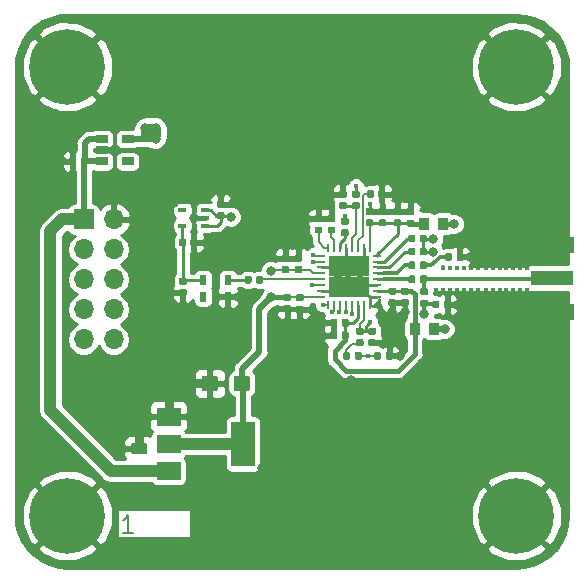
<source format=gtl>
G04 #@! TF.GenerationSoftware,KiCad,Pcbnew,(5.0.2)-1*
G04 #@! TF.CreationDate,2019-01-19T12:25:22+11:00*
G04 #@! TF.ProjectId,MAX2870_Dev_Rev_0,4d415832-3837-4305-9f44-65765f526576,rev?*
G04 #@! TF.SameCoordinates,Original*
G04 #@! TF.FileFunction,Copper,L1,Top*
G04 #@! TF.FilePolarity,Positive*
%FSLAX46Y46*%
G04 Gerber Fmt 4.6, Leading zero omitted, Abs format (unit mm)*
G04 Created by KiCad (PCBNEW (5.0.2)-1) date 19/01/2019 12:25:22*
%MOMM*%
%LPD*%
G01*
G04 APERTURE LIST*
%ADD10C,0.200000*%
G04 #@! TA.AperFunction,SMDPad,CuDef*
%ADD11R,3.600000X1.270000*%
G04 #@! TD*
G04 #@! TA.AperFunction,SMDPad,CuDef*
%ADD12R,4.200000X1.350000*%
G04 #@! TD*
G04 #@! TA.AperFunction,Conductor*
%ADD13C,0.100000*%
G04 #@! TD*
G04 #@! TA.AperFunction,SMDPad,CuDef*
%ADD14C,0.590000*%
G04 #@! TD*
G04 #@! TA.AperFunction,SMDPad,CuDef*
%ADD15R,0.850000X1.000000*%
G04 #@! TD*
G04 #@! TA.AperFunction,SMDPad,CuDef*
%ADD16R,0.630000X0.840000*%
G04 #@! TD*
G04 #@! TA.AperFunction,SMDPad,CuDef*
%ADD17R,1.725000X1.725000*%
G04 #@! TD*
G04 #@! TA.AperFunction,SMDPad,CuDef*
%ADD18R,0.700000X0.250000*%
G04 #@! TD*
G04 #@! TA.AperFunction,SMDPad,CuDef*
%ADD19R,0.250000X0.700000*%
G04 #@! TD*
G04 #@! TA.AperFunction,ViaPad*
%ADD20C,0.600000*%
G04 #@! TD*
G04 #@! TA.AperFunction,SMDPad,CuDef*
%ADD21C,0.975000*%
G04 #@! TD*
G04 #@! TA.AperFunction,SMDPad,CuDef*
%ADD22C,1.350000*%
G04 #@! TD*
G04 #@! TA.AperFunction,ComponentPad*
%ADD23C,0.800000*%
G04 #@! TD*
G04 #@! TA.AperFunction,ComponentPad*
%ADD24C,6.400000*%
G04 #@! TD*
G04 #@! TA.AperFunction,ComponentPad*
%ADD25R,1.700000X1.700000*%
G04 #@! TD*
G04 #@! TA.AperFunction,ComponentPad*
%ADD26O,1.700000X1.700000*%
G04 #@! TD*
G04 #@! TA.AperFunction,SMDPad,CuDef*
%ADD27R,2.000000X3.800000*%
G04 #@! TD*
G04 #@! TA.AperFunction,SMDPad,CuDef*
%ADD28R,2.000000X1.500000*%
G04 #@! TD*
G04 #@! TA.AperFunction,SMDPad,CuDef*
%ADD29R,1.060000X0.650000*%
G04 #@! TD*
G04 #@! TA.AperFunction,SMDPad,CuDef*
%ADD30R,0.650000X0.400000*%
G04 #@! TD*
G04 #@! TA.AperFunction,ViaPad*
%ADD31C,0.800000*%
G04 #@! TD*
G04 #@! TA.AperFunction,ViaPad*
%ADD32C,0.450000*%
G04 #@! TD*
G04 #@! TA.AperFunction,Conductor*
%ADD33C,0.250000*%
G04 #@! TD*
G04 #@! TA.AperFunction,Conductor*
%ADD34C,0.200000*%
G04 #@! TD*
G04 #@! TA.AperFunction,Conductor*
%ADD35C,0.400000*%
G04 #@! TD*
G04 #@! TA.AperFunction,Conductor*
%ADD36C,0.500000*%
G04 #@! TD*
G04 #@! TA.AperFunction,Conductor*
%ADD37C,0.800000*%
G04 #@! TD*
G04 #@! TA.AperFunction,Conductor*
%ADD38C,1.000000*%
G04 #@! TD*
G04 #@! TA.AperFunction,Conductor*
%ADD39C,0.310000*%
G04 #@! TD*
G04 #@! TA.AperFunction,Conductor*
%ADD40C,0.254000*%
G04 #@! TD*
G04 APERTURE END LIST*
G04 #@! TO.C,REF\002A\002A*
D10*
X66528571Y-110478571D02*
X65671428Y-110478571D01*
X66100000Y-110478571D02*
X66100000Y-108978571D01*
X65957142Y-109192857D01*
X65814285Y-109335714D01*
X65671428Y-109407142D01*
G04 #@! TD*
D11*
G04 #@! TO.P,J2,1*
G04 #@! TO.N,Net-(C29-Pad1)*
X102000000Y-88900000D03*
D12*
G04 #@! TO.P,J2,2*
G04 #@! TO.N,GND*
X101800000Y-86075000D03*
X101800000Y-91725000D03*
G04 #@! TD*
D13*
G04 #@! TO.N,/3v3_PLL*
G04 #@! TO.C,C13*
G36*
X84671958Y-93405710D02*
X84686276Y-93407834D01*
X84700317Y-93411351D01*
X84713946Y-93416228D01*
X84727031Y-93422417D01*
X84739447Y-93429858D01*
X84751073Y-93438481D01*
X84761798Y-93448202D01*
X84771519Y-93458927D01*
X84780142Y-93470553D01*
X84787583Y-93482969D01*
X84793772Y-93496054D01*
X84798649Y-93509683D01*
X84802166Y-93523724D01*
X84804290Y-93538042D01*
X84805000Y-93552500D01*
X84805000Y-93897500D01*
X84804290Y-93911958D01*
X84802166Y-93926276D01*
X84798649Y-93940317D01*
X84793772Y-93953946D01*
X84787583Y-93967031D01*
X84780142Y-93979447D01*
X84771519Y-93991073D01*
X84761798Y-94001798D01*
X84751073Y-94011519D01*
X84739447Y-94020142D01*
X84727031Y-94027583D01*
X84713946Y-94033772D01*
X84700317Y-94038649D01*
X84686276Y-94042166D01*
X84671958Y-94044290D01*
X84657500Y-94045000D01*
X84362500Y-94045000D01*
X84348042Y-94044290D01*
X84333724Y-94042166D01*
X84319683Y-94038649D01*
X84306054Y-94033772D01*
X84292969Y-94027583D01*
X84280553Y-94020142D01*
X84268927Y-94011519D01*
X84258202Y-94001798D01*
X84248481Y-93991073D01*
X84239858Y-93979447D01*
X84232417Y-93967031D01*
X84226228Y-93953946D01*
X84221351Y-93940317D01*
X84217834Y-93926276D01*
X84215710Y-93911958D01*
X84215000Y-93897500D01*
X84215000Y-93552500D01*
X84215710Y-93538042D01*
X84217834Y-93523724D01*
X84221351Y-93509683D01*
X84226228Y-93496054D01*
X84232417Y-93482969D01*
X84239858Y-93470553D01*
X84248481Y-93458927D01*
X84258202Y-93448202D01*
X84268927Y-93438481D01*
X84280553Y-93429858D01*
X84292969Y-93422417D01*
X84306054Y-93416228D01*
X84319683Y-93411351D01*
X84333724Y-93407834D01*
X84348042Y-93405710D01*
X84362500Y-93405000D01*
X84657500Y-93405000D01*
X84671958Y-93405710D01*
X84671958Y-93405710D01*
G37*
D14*
G04 #@! TD*
G04 #@! TO.P,C13,1*
G04 #@! TO.N,/3v3_PLL*
X84510000Y-93725000D03*
D13*
G04 #@! TO.N,GND*
G04 #@! TO.C,C13*
G36*
X83701958Y-93405710D02*
X83716276Y-93407834D01*
X83730317Y-93411351D01*
X83743946Y-93416228D01*
X83757031Y-93422417D01*
X83769447Y-93429858D01*
X83781073Y-93438481D01*
X83791798Y-93448202D01*
X83801519Y-93458927D01*
X83810142Y-93470553D01*
X83817583Y-93482969D01*
X83823772Y-93496054D01*
X83828649Y-93509683D01*
X83832166Y-93523724D01*
X83834290Y-93538042D01*
X83835000Y-93552500D01*
X83835000Y-93897500D01*
X83834290Y-93911958D01*
X83832166Y-93926276D01*
X83828649Y-93940317D01*
X83823772Y-93953946D01*
X83817583Y-93967031D01*
X83810142Y-93979447D01*
X83801519Y-93991073D01*
X83791798Y-94001798D01*
X83781073Y-94011519D01*
X83769447Y-94020142D01*
X83757031Y-94027583D01*
X83743946Y-94033772D01*
X83730317Y-94038649D01*
X83716276Y-94042166D01*
X83701958Y-94044290D01*
X83687500Y-94045000D01*
X83392500Y-94045000D01*
X83378042Y-94044290D01*
X83363724Y-94042166D01*
X83349683Y-94038649D01*
X83336054Y-94033772D01*
X83322969Y-94027583D01*
X83310553Y-94020142D01*
X83298927Y-94011519D01*
X83288202Y-94001798D01*
X83278481Y-93991073D01*
X83269858Y-93979447D01*
X83262417Y-93967031D01*
X83256228Y-93953946D01*
X83251351Y-93940317D01*
X83247834Y-93926276D01*
X83245710Y-93911958D01*
X83245000Y-93897500D01*
X83245000Y-93552500D01*
X83245710Y-93538042D01*
X83247834Y-93523724D01*
X83251351Y-93509683D01*
X83256228Y-93496054D01*
X83262417Y-93482969D01*
X83269858Y-93470553D01*
X83278481Y-93458927D01*
X83288202Y-93448202D01*
X83298927Y-93438481D01*
X83310553Y-93429858D01*
X83322969Y-93422417D01*
X83336054Y-93416228D01*
X83349683Y-93411351D01*
X83363724Y-93407834D01*
X83378042Y-93405710D01*
X83392500Y-93405000D01*
X83687500Y-93405000D01*
X83701958Y-93405710D01*
X83701958Y-93405710D01*
G37*
D14*
G04 #@! TD*
G04 #@! TO.P,C13,2*
G04 #@! TO.N,GND*
X83540000Y-93725000D03*
D15*
G04 #@! TO.P,FB1,2*
G04 #@! TO.N,+3.3VA*
X92000000Y-93190000D03*
G04 #@! TO.P,FB1,1*
G04 #@! TO.N,/3v3_PLL*
X90400000Y-93190000D03*
G04 #@! TD*
G04 #@! TO.P,FB2,2*
G04 #@! TO.N,+3.3VA*
X92820000Y-84270000D03*
G04 #@! TO.P,FB2,1*
G04 #@! TO.N,/3v3_RF*
X91220000Y-84270000D03*
G04 #@! TD*
D16*
G04 #@! TO.P,XO1,6*
G04 #@! TO.N,+1V8*
X72500000Y-89065000D03*
G04 #@! TO.P,XO1,1*
G04 #@! TO.N,N/C*
X72500000Y-90455000D03*
G04 #@! TO.P,XO1,4*
G04 #@! TO.N,Net-(C4-Pad2)*
X74580000Y-89065000D03*
G04 #@! TO.P,XO1,3*
G04 #@! TO.N,GND*
X74580000Y-90455000D03*
G04 #@! TD*
D13*
G04 #@! TO.N,GND*
G04 #@! TO.C,C16*
G36*
X89761958Y-90665710D02*
X89776276Y-90667834D01*
X89790317Y-90671351D01*
X89803946Y-90676228D01*
X89817031Y-90682417D01*
X89829447Y-90689858D01*
X89841073Y-90698481D01*
X89851798Y-90708202D01*
X89861519Y-90718927D01*
X89870142Y-90730553D01*
X89877583Y-90742969D01*
X89883772Y-90756054D01*
X89888649Y-90769683D01*
X89892166Y-90783724D01*
X89894290Y-90798042D01*
X89895000Y-90812500D01*
X89895000Y-91107500D01*
X89894290Y-91121958D01*
X89892166Y-91136276D01*
X89888649Y-91150317D01*
X89883772Y-91163946D01*
X89877583Y-91177031D01*
X89870142Y-91189447D01*
X89861519Y-91201073D01*
X89851798Y-91211798D01*
X89841073Y-91221519D01*
X89829447Y-91230142D01*
X89817031Y-91237583D01*
X89803946Y-91243772D01*
X89790317Y-91248649D01*
X89776276Y-91252166D01*
X89761958Y-91254290D01*
X89747500Y-91255000D01*
X89402500Y-91255000D01*
X89388042Y-91254290D01*
X89373724Y-91252166D01*
X89359683Y-91248649D01*
X89346054Y-91243772D01*
X89332969Y-91237583D01*
X89320553Y-91230142D01*
X89308927Y-91221519D01*
X89298202Y-91211798D01*
X89288481Y-91201073D01*
X89279858Y-91189447D01*
X89272417Y-91177031D01*
X89266228Y-91163946D01*
X89261351Y-91150317D01*
X89257834Y-91136276D01*
X89255710Y-91121958D01*
X89255000Y-91107500D01*
X89255000Y-90812500D01*
X89255710Y-90798042D01*
X89257834Y-90783724D01*
X89261351Y-90769683D01*
X89266228Y-90756054D01*
X89272417Y-90742969D01*
X89279858Y-90730553D01*
X89288481Y-90718927D01*
X89298202Y-90708202D01*
X89308927Y-90698481D01*
X89320553Y-90689858D01*
X89332969Y-90682417D01*
X89346054Y-90676228D01*
X89359683Y-90671351D01*
X89373724Y-90667834D01*
X89388042Y-90665710D01*
X89402500Y-90665000D01*
X89747500Y-90665000D01*
X89761958Y-90665710D01*
X89761958Y-90665710D01*
G37*
D14*
G04 #@! TD*
G04 #@! TO.P,C16,2*
G04 #@! TO.N,GND*
X89575000Y-90960000D03*
D13*
G04 #@! TO.N,/3v3_PLL*
G04 #@! TO.C,C16*
G36*
X89761958Y-89695710D02*
X89776276Y-89697834D01*
X89790317Y-89701351D01*
X89803946Y-89706228D01*
X89817031Y-89712417D01*
X89829447Y-89719858D01*
X89841073Y-89728481D01*
X89851798Y-89738202D01*
X89861519Y-89748927D01*
X89870142Y-89760553D01*
X89877583Y-89772969D01*
X89883772Y-89786054D01*
X89888649Y-89799683D01*
X89892166Y-89813724D01*
X89894290Y-89828042D01*
X89895000Y-89842500D01*
X89895000Y-90137500D01*
X89894290Y-90151958D01*
X89892166Y-90166276D01*
X89888649Y-90180317D01*
X89883772Y-90193946D01*
X89877583Y-90207031D01*
X89870142Y-90219447D01*
X89861519Y-90231073D01*
X89851798Y-90241798D01*
X89841073Y-90251519D01*
X89829447Y-90260142D01*
X89817031Y-90267583D01*
X89803946Y-90273772D01*
X89790317Y-90278649D01*
X89776276Y-90282166D01*
X89761958Y-90284290D01*
X89747500Y-90285000D01*
X89402500Y-90285000D01*
X89388042Y-90284290D01*
X89373724Y-90282166D01*
X89359683Y-90278649D01*
X89346054Y-90273772D01*
X89332969Y-90267583D01*
X89320553Y-90260142D01*
X89308927Y-90251519D01*
X89298202Y-90241798D01*
X89288481Y-90231073D01*
X89279858Y-90219447D01*
X89272417Y-90207031D01*
X89266228Y-90193946D01*
X89261351Y-90180317D01*
X89257834Y-90166276D01*
X89255710Y-90151958D01*
X89255000Y-90137500D01*
X89255000Y-89842500D01*
X89255710Y-89828042D01*
X89257834Y-89813724D01*
X89261351Y-89799683D01*
X89266228Y-89786054D01*
X89272417Y-89772969D01*
X89279858Y-89760553D01*
X89288481Y-89748927D01*
X89298202Y-89738202D01*
X89308927Y-89728481D01*
X89320553Y-89719858D01*
X89332969Y-89712417D01*
X89346054Y-89706228D01*
X89359683Y-89701351D01*
X89373724Y-89697834D01*
X89388042Y-89695710D01*
X89402500Y-89695000D01*
X89747500Y-89695000D01*
X89761958Y-89695710D01*
X89761958Y-89695710D01*
G37*
D14*
G04 #@! TD*
G04 #@! TO.P,C16,1*
G04 #@! TO.N,/3v3_PLL*
X89575000Y-89990000D03*
D17*
G04 #@! TO.P,U3,33*
G04 #@! TO.N,GND*
X83975000Y-89600000D03*
X85700000Y-89600000D03*
X83975000Y-87875000D03*
X85700000Y-87875000D03*
D18*
G04 #@! TO.P,U3,32*
G04 #@! TO.N,+3V3*
X82437500Y-90487500D03*
G04 #@! TO.P,U3,31*
G04 #@! TO.N,GND*
X82437500Y-89987500D03*
G04 #@! TO.P,U3,30*
G04 #@! TO.N,/MUX_OUT*
X82437500Y-89487500D03*
G04 #@! TO.P,U3,29*
G04 #@! TO.N,Net-(C4-Pad1)*
X82437500Y-88987500D03*
G04 #@! TO.P,U3,28*
G04 #@! TO.N,+3V3*
X82437500Y-88487500D03*
G04 #@! TO.P,U3,27*
G04 #@! TO.N,GND*
X82437500Y-87987500D03*
G04 #@! TO.P,U3,26*
G04 #@! TO.N,/RFOUT_EN*
X82437500Y-87487500D03*
G04 #@! TO.P,U3,25*
G04 #@! TO.N,/LD*
X82437500Y-86987500D03*
D19*
G04 #@! TO.P,U3,24*
G04 #@! TO.N,Net-(C8-Pad1)*
X83087500Y-86337500D03*
G04 #@! TO.P,U3,23*
G04 #@! TO.N,Net-(C6-Pad1)*
X83587500Y-86337500D03*
G04 #@! TO.P,U3,22*
G04 #@! TO.N,Net-(R1-Pad1)*
X84087500Y-86337500D03*
G04 #@! TO.P,U3,21*
G04 #@! TO.N,GND*
X84587500Y-86337500D03*
G04 #@! TO.P,U3,20*
G04 #@! TO.N,Net-(C26-Pad1)*
X85087500Y-86337500D03*
G04 #@! TO.P,U3,19*
G04 #@! TO.N,Net-(C5-Pad1)*
X85587500Y-86337500D03*
G04 #@! TO.P,U3,18*
G04 #@! TO.N,GND*
X86087500Y-86337500D03*
G04 #@! TO.P,U3,17*
G04 #@! TO.N,/3v3_RF*
X86587500Y-86337500D03*
D18*
G04 #@! TO.P,U3,16*
X87237500Y-86987500D03*
G04 #@! TO.P,U3,15*
G04 #@! TO.N,Net-(R3-Pad2)*
X87237500Y-87487500D03*
G04 #@! TO.P,U3,14*
G04 #@! TO.N,Net-(R2-Pad2)*
X87237500Y-87987500D03*
G04 #@! TO.P,U3,13*
G04 #@! TO.N,/RF_OUT_N*
X87237500Y-88487500D03*
G04 #@! TO.P,U3,12*
G04 #@! TO.N,/RF_OUT_P*
X87237500Y-88987500D03*
G04 #@! TO.P,U3,11*
G04 #@! TO.N,GND*
X87237500Y-89487500D03*
G04 #@! TO.P,U3,10*
G04 #@! TO.N,/3v3_PLL*
X87237500Y-89987500D03*
G04 #@! TO.P,U3,9*
G04 #@! TO.N,GND*
X87237500Y-90487500D03*
D19*
G04 #@! TO.P,U3,8*
X86587500Y-91137500D03*
G04 #@! TO.P,U3,7*
G04 #@! TO.N,Net-(C24-Pad2)*
X86087500Y-91137500D03*
G04 #@! TO.P,U3,6*
G04 #@! TO.N,/3v3_PLL*
X85587500Y-91137500D03*
G04 #@! TO.P,U3,5*
G04 #@! TO.N,Net-(R4-Pad1)*
X85087500Y-91137500D03*
G04 #@! TO.P,U3,4*
G04 #@! TO.N,/CE*
X84587500Y-91137500D03*
G04 #@! TO.P,U3,3*
G04 #@! TO.N,/LE*
X84087500Y-91137500D03*
G04 #@! TO.P,U3,2*
G04 #@! TO.N,/DATA*
X83587500Y-91137500D03*
G04 #@! TO.P,U3,1*
G04 #@! TO.N,/CLK*
X83087500Y-91137500D03*
D20*
G04 #@! TD*
G04 #@! TO.N,GND*
G04 #@! TO.C,U3*
X83787500Y-89737500D03*
G04 #@! TO.N,GND*
G04 #@! TO.C,U3*
X83787500Y-88737500D03*
X83787500Y-87737500D03*
X84787500Y-89737500D03*
X84787500Y-88737500D03*
X84787500Y-87737500D03*
X85787500Y-89737500D03*
X85787500Y-88737500D03*
X85787500Y-87737500D03*
G04 #@! TD*
D13*
G04 #@! TO.N,+5V*
G04 #@! TO.C,C1*
G36*
X67550142Y-104701174D02*
X67573803Y-104704684D01*
X67597007Y-104710496D01*
X67619529Y-104718554D01*
X67641153Y-104728782D01*
X67661670Y-104741079D01*
X67680883Y-104755329D01*
X67698607Y-104771393D01*
X67714671Y-104789117D01*
X67728921Y-104808330D01*
X67741218Y-104828847D01*
X67751446Y-104850471D01*
X67759504Y-104872993D01*
X67765316Y-104896197D01*
X67768826Y-104919858D01*
X67770000Y-104943750D01*
X67770000Y-105431250D01*
X67768826Y-105455142D01*
X67765316Y-105478803D01*
X67759504Y-105502007D01*
X67751446Y-105524529D01*
X67741218Y-105546153D01*
X67728921Y-105566670D01*
X67714671Y-105585883D01*
X67698607Y-105603607D01*
X67680883Y-105619671D01*
X67661670Y-105633921D01*
X67641153Y-105646218D01*
X67619529Y-105656446D01*
X67597007Y-105664504D01*
X67573803Y-105670316D01*
X67550142Y-105673826D01*
X67526250Y-105675000D01*
X66613750Y-105675000D01*
X66589858Y-105673826D01*
X66566197Y-105670316D01*
X66542993Y-105664504D01*
X66520471Y-105656446D01*
X66498847Y-105646218D01*
X66478330Y-105633921D01*
X66459117Y-105619671D01*
X66441393Y-105603607D01*
X66425329Y-105585883D01*
X66411079Y-105566670D01*
X66398782Y-105546153D01*
X66388554Y-105524529D01*
X66380496Y-105502007D01*
X66374684Y-105478803D01*
X66371174Y-105455142D01*
X66370000Y-105431250D01*
X66370000Y-104943750D01*
X66371174Y-104919858D01*
X66374684Y-104896197D01*
X66380496Y-104872993D01*
X66388554Y-104850471D01*
X66398782Y-104828847D01*
X66411079Y-104808330D01*
X66425329Y-104789117D01*
X66441393Y-104771393D01*
X66459117Y-104755329D01*
X66478330Y-104741079D01*
X66498847Y-104728782D01*
X66520471Y-104718554D01*
X66542993Y-104710496D01*
X66566197Y-104704684D01*
X66589858Y-104701174D01*
X66613750Y-104700000D01*
X67526250Y-104700000D01*
X67550142Y-104701174D01*
X67550142Y-104701174D01*
G37*
D21*
G04 #@! TD*
G04 #@! TO.P,C1,1*
G04 #@! TO.N,+5V*
X67070000Y-105187500D03*
D13*
G04 #@! TO.N,GND*
G04 #@! TO.C,C1*
G36*
X67550142Y-102826174D02*
X67573803Y-102829684D01*
X67597007Y-102835496D01*
X67619529Y-102843554D01*
X67641153Y-102853782D01*
X67661670Y-102866079D01*
X67680883Y-102880329D01*
X67698607Y-102896393D01*
X67714671Y-102914117D01*
X67728921Y-102933330D01*
X67741218Y-102953847D01*
X67751446Y-102975471D01*
X67759504Y-102997993D01*
X67765316Y-103021197D01*
X67768826Y-103044858D01*
X67770000Y-103068750D01*
X67770000Y-103556250D01*
X67768826Y-103580142D01*
X67765316Y-103603803D01*
X67759504Y-103627007D01*
X67751446Y-103649529D01*
X67741218Y-103671153D01*
X67728921Y-103691670D01*
X67714671Y-103710883D01*
X67698607Y-103728607D01*
X67680883Y-103744671D01*
X67661670Y-103758921D01*
X67641153Y-103771218D01*
X67619529Y-103781446D01*
X67597007Y-103789504D01*
X67573803Y-103795316D01*
X67550142Y-103798826D01*
X67526250Y-103800000D01*
X66613750Y-103800000D01*
X66589858Y-103798826D01*
X66566197Y-103795316D01*
X66542993Y-103789504D01*
X66520471Y-103781446D01*
X66498847Y-103771218D01*
X66478330Y-103758921D01*
X66459117Y-103744671D01*
X66441393Y-103728607D01*
X66425329Y-103710883D01*
X66411079Y-103691670D01*
X66398782Y-103671153D01*
X66388554Y-103649529D01*
X66380496Y-103627007D01*
X66374684Y-103603803D01*
X66371174Y-103580142D01*
X66370000Y-103556250D01*
X66370000Y-103068750D01*
X66371174Y-103044858D01*
X66374684Y-103021197D01*
X66380496Y-102997993D01*
X66388554Y-102975471D01*
X66398782Y-102953847D01*
X66411079Y-102933330D01*
X66425329Y-102914117D01*
X66441393Y-102896393D01*
X66459117Y-102880329D01*
X66478330Y-102866079D01*
X66498847Y-102853782D01*
X66520471Y-102843554D01*
X66542993Y-102835496D01*
X66566197Y-102829684D01*
X66589858Y-102826174D01*
X66613750Y-102825000D01*
X67526250Y-102825000D01*
X67550142Y-102826174D01*
X67550142Y-102826174D01*
G37*
D21*
G04 #@! TD*
G04 #@! TO.P,C1,2*
G04 #@! TO.N,GND*
X67070000Y-103312500D03*
D13*
G04 #@! TO.N,+3V3*
G04 #@! TO.C,C2*
G36*
X76234505Y-97136204D02*
X76258773Y-97139804D01*
X76282572Y-97145765D01*
X76305671Y-97154030D01*
X76327850Y-97164520D01*
X76348893Y-97177132D01*
X76368599Y-97191747D01*
X76386777Y-97208223D01*
X76403253Y-97226401D01*
X76417868Y-97246107D01*
X76430480Y-97267150D01*
X76440970Y-97289329D01*
X76449235Y-97312428D01*
X76455196Y-97336227D01*
X76458796Y-97360495D01*
X76460000Y-97384999D01*
X76460000Y-98235001D01*
X76458796Y-98259505D01*
X76455196Y-98283773D01*
X76449235Y-98307572D01*
X76440970Y-98330671D01*
X76430480Y-98352850D01*
X76417868Y-98373893D01*
X76403253Y-98393599D01*
X76386777Y-98411777D01*
X76368599Y-98428253D01*
X76348893Y-98442868D01*
X76327850Y-98455480D01*
X76305671Y-98465970D01*
X76282572Y-98474235D01*
X76258773Y-98480196D01*
X76234505Y-98483796D01*
X76210001Y-98485000D01*
X75309999Y-98485000D01*
X75285495Y-98483796D01*
X75261227Y-98480196D01*
X75237428Y-98474235D01*
X75214329Y-98465970D01*
X75192150Y-98455480D01*
X75171107Y-98442868D01*
X75151401Y-98428253D01*
X75133223Y-98411777D01*
X75116747Y-98393599D01*
X75102132Y-98373893D01*
X75089520Y-98352850D01*
X75079030Y-98330671D01*
X75070765Y-98307572D01*
X75064804Y-98283773D01*
X75061204Y-98259505D01*
X75060000Y-98235001D01*
X75060000Y-97384999D01*
X75061204Y-97360495D01*
X75064804Y-97336227D01*
X75070765Y-97312428D01*
X75079030Y-97289329D01*
X75089520Y-97267150D01*
X75102132Y-97246107D01*
X75116747Y-97226401D01*
X75133223Y-97208223D01*
X75151401Y-97191747D01*
X75171107Y-97177132D01*
X75192150Y-97164520D01*
X75214329Y-97154030D01*
X75237428Y-97145765D01*
X75261227Y-97139804D01*
X75285495Y-97136204D01*
X75309999Y-97135000D01*
X76210001Y-97135000D01*
X76234505Y-97136204D01*
X76234505Y-97136204D01*
G37*
D22*
G04 #@! TD*
G04 #@! TO.P,C2,1*
G04 #@! TO.N,+3V3*
X75760000Y-97810000D03*
D13*
G04 #@! TO.N,GND*
G04 #@! TO.C,C2*
G36*
X73534505Y-97136204D02*
X73558773Y-97139804D01*
X73582572Y-97145765D01*
X73605671Y-97154030D01*
X73627850Y-97164520D01*
X73648893Y-97177132D01*
X73668599Y-97191747D01*
X73686777Y-97208223D01*
X73703253Y-97226401D01*
X73717868Y-97246107D01*
X73730480Y-97267150D01*
X73740970Y-97289329D01*
X73749235Y-97312428D01*
X73755196Y-97336227D01*
X73758796Y-97360495D01*
X73760000Y-97384999D01*
X73760000Y-98235001D01*
X73758796Y-98259505D01*
X73755196Y-98283773D01*
X73749235Y-98307572D01*
X73740970Y-98330671D01*
X73730480Y-98352850D01*
X73717868Y-98373893D01*
X73703253Y-98393599D01*
X73686777Y-98411777D01*
X73668599Y-98428253D01*
X73648893Y-98442868D01*
X73627850Y-98455480D01*
X73605671Y-98465970D01*
X73582572Y-98474235D01*
X73558773Y-98480196D01*
X73534505Y-98483796D01*
X73510001Y-98485000D01*
X72609999Y-98485000D01*
X72585495Y-98483796D01*
X72561227Y-98480196D01*
X72537428Y-98474235D01*
X72514329Y-98465970D01*
X72492150Y-98455480D01*
X72471107Y-98442868D01*
X72451401Y-98428253D01*
X72433223Y-98411777D01*
X72416747Y-98393599D01*
X72402132Y-98373893D01*
X72389520Y-98352850D01*
X72379030Y-98330671D01*
X72370765Y-98307572D01*
X72364804Y-98283773D01*
X72361204Y-98259505D01*
X72360000Y-98235001D01*
X72360000Y-97384999D01*
X72361204Y-97360495D01*
X72364804Y-97336227D01*
X72370765Y-97312428D01*
X72379030Y-97289329D01*
X72389520Y-97267150D01*
X72402132Y-97246107D01*
X72416747Y-97226401D01*
X72433223Y-97208223D01*
X72451401Y-97191747D01*
X72471107Y-97177132D01*
X72492150Y-97164520D01*
X72514329Y-97154030D01*
X72537428Y-97145765D01*
X72561227Y-97139804D01*
X72585495Y-97136204D01*
X72609999Y-97135000D01*
X73510001Y-97135000D01*
X73534505Y-97136204D01*
X73534505Y-97136204D01*
G37*
D22*
G04 #@! TD*
G04 #@! TO.P,C2,2*
G04 #@! TO.N,GND*
X73060000Y-97810000D03*
D13*
G04 #@! TO.N,+1V8*
G04 #@! TO.C,C3*
G36*
X70956958Y-88850710D02*
X70971276Y-88852834D01*
X70985317Y-88856351D01*
X70998946Y-88861228D01*
X71012031Y-88867417D01*
X71024447Y-88874858D01*
X71036073Y-88883481D01*
X71046798Y-88893202D01*
X71056519Y-88903927D01*
X71065142Y-88915553D01*
X71072583Y-88927969D01*
X71078772Y-88941054D01*
X71083649Y-88954683D01*
X71087166Y-88968724D01*
X71089290Y-88983042D01*
X71090000Y-88997500D01*
X71090000Y-89292500D01*
X71089290Y-89306958D01*
X71087166Y-89321276D01*
X71083649Y-89335317D01*
X71078772Y-89348946D01*
X71072583Y-89362031D01*
X71065142Y-89374447D01*
X71056519Y-89386073D01*
X71046798Y-89396798D01*
X71036073Y-89406519D01*
X71024447Y-89415142D01*
X71012031Y-89422583D01*
X70998946Y-89428772D01*
X70985317Y-89433649D01*
X70971276Y-89437166D01*
X70956958Y-89439290D01*
X70942500Y-89440000D01*
X70597500Y-89440000D01*
X70583042Y-89439290D01*
X70568724Y-89437166D01*
X70554683Y-89433649D01*
X70541054Y-89428772D01*
X70527969Y-89422583D01*
X70515553Y-89415142D01*
X70503927Y-89406519D01*
X70493202Y-89396798D01*
X70483481Y-89386073D01*
X70474858Y-89374447D01*
X70467417Y-89362031D01*
X70461228Y-89348946D01*
X70456351Y-89335317D01*
X70452834Y-89321276D01*
X70450710Y-89306958D01*
X70450000Y-89292500D01*
X70450000Y-88997500D01*
X70450710Y-88983042D01*
X70452834Y-88968724D01*
X70456351Y-88954683D01*
X70461228Y-88941054D01*
X70467417Y-88927969D01*
X70474858Y-88915553D01*
X70483481Y-88903927D01*
X70493202Y-88893202D01*
X70503927Y-88883481D01*
X70515553Y-88874858D01*
X70527969Y-88867417D01*
X70541054Y-88861228D01*
X70554683Y-88856351D01*
X70568724Y-88852834D01*
X70583042Y-88850710D01*
X70597500Y-88850000D01*
X70942500Y-88850000D01*
X70956958Y-88850710D01*
X70956958Y-88850710D01*
G37*
D14*
G04 #@! TD*
G04 #@! TO.P,C3,1*
G04 #@! TO.N,+1V8*
X70770000Y-89145000D03*
D13*
G04 #@! TO.N,GND*
G04 #@! TO.C,C3*
G36*
X70956958Y-89820710D02*
X70971276Y-89822834D01*
X70985317Y-89826351D01*
X70998946Y-89831228D01*
X71012031Y-89837417D01*
X71024447Y-89844858D01*
X71036073Y-89853481D01*
X71046798Y-89863202D01*
X71056519Y-89873927D01*
X71065142Y-89885553D01*
X71072583Y-89897969D01*
X71078772Y-89911054D01*
X71083649Y-89924683D01*
X71087166Y-89938724D01*
X71089290Y-89953042D01*
X71090000Y-89967500D01*
X71090000Y-90262500D01*
X71089290Y-90276958D01*
X71087166Y-90291276D01*
X71083649Y-90305317D01*
X71078772Y-90318946D01*
X71072583Y-90332031D01*
X71065142Y-90344447D01*
X71056519Y-90356073D01*
X71046798Y-90366798D01*
X71036073Y-90376519D01*
X71024447Y-90385142D01*
X71012031Y-90392583D01*
X70998946Y-90398772D01*
X70985317Y-90403649D01*
X70971276Y-90407166D01*
X70956958Y-90409290D01*
X70942500Y-90410000D01*
X70597500Y-90410000D01*
X70583042Y-90409290D01*
X70568724Y-90407166D01*
X70554683Y-90403649D01*
X70541054Y-90398772D01*
X70527969Y-90392583D01*
X70515553Y-90385142D01*
X70503927Y-90376519D01*
X70493202Y-90366798D01*
X70483481Y-90356073D01*
X70474858Y-90344447D01*
X70467417Y-90332031D01*
X70461228Y-90318946D01*
X70456351Y-90305317D01*
X70452834Y-90291276D01*
X70450710Y-90276958D01*
X70450000Y-90262500D01*
X70450000Y-89967500D01*
X70450710Y-89953042D01*
X70452834Y-89938724D01*
X70456351Y-89924683D01*
X70461228Y-89911054D01*
X70467417Y-89897969D01*
X70474858Y-89885553D01*
X70483481Y-89873927D01*
X70493202Y-89863202D01*
X70503927Y-89853481D01*
X70515553Y-89844858D01*
X70527969Y-89837417D01*
X70541054Y-89831228D01*
X70554683Y-89826351D01*
X70568724Y-89822834D01*
X70583042Y-89820710D01*
X70597500Y-89820000D01*
X70942500Y-89820000D01*
X70956958Y-89820710D01*
X70956958Y-89820710D01*
G37*
D14*
G04 #@! TD*
G04 #@! TO.P,C3,2*
G04 #@! TO.N,GND*
X70770000Y-90115000D03*
D13*
G04 #@! TO.N,Net-(C4-Pad1)*
G04 #@! TO.C,C4*
G36*
X77426958Y-88710710D02*
X77441276Y-88712834D01*
X77455317Y-88716351D01*
X77468946Y-88721228D01*
X77482031Y-88727417D01*
X77494447Y-88734858D01*
X77506073Y-88743481D01*
X77516798Y-88753202D01*
X77526519Y-88763927D01*
X77535142Y-88775553D01*
X77542583Y-88787969D01*
X77548772Y-88801054D01*
X77553649Y-88814683D01*
X77557166Y-88828724D01*
X77559290Y-88843042D01*
X77560000Y-88857500D01*
X77560000Y-89202500D01*
X77559290Y-89216958D01*
X77557166Y-89231276D01*
X77553649Y-89245317D01*
X77548772Y-89258946D01*
X77542583Y-89272031D01*
X77535142Y-89284447D01*
X77526519Y-89296073D01*
X77516798Y-89306798D01*
X77506073Y-89316519D01*
X77494447Y-89325142D01*
X77482031Y-89332583D01*
X77468946Y-89338772D01*
X77455317Y-89343649D01*
X77441276Y-89347166D01*
X77426958Y-89349290D01*
X77412500Y-89350000D01*
X77117500Y-89350000D01*
X77103042Y-89349290D01*
X77088724Y-89347166D01*
X77074683Y-89343649D01*
X77061054Y-89338772D01*
X77047969Y-89332583D01*
X77035553Y-89325142D01*
X77023927Y-89316519D01*
X77013202Y-89306798D01*
X77003481Y-89296073D01*
X76994858Y-89284447D01*
X76987417Y-89272031D01*
X76981228Y-89258946D01*
X76976351Y-89245317D01*
X76972834Y-89231276D01*
X76970710Y-89216958D01*
X76970000Y-89202500D01*
X76970000Y-88857500D01*
X76970710Y-88843042D01*
X76972834Y-88828724D01*
X76976351Y-88814683D01*
X76981228Y-88801054D01*
X76987417Y-88787969D01*
X76994858Y-88775553D01*
X77003481Y-88763927D01*
X77013202Y-88753202D01*
X77023927Y-88743481D01*
X77035553Y-88734858D01*
X77047969Y-88727417D01*
X77061054Y-88721228D01*
X77074683Y-88716351D01*
X77088724Y-88712834D01*
X77103042Y-88710710D01*
X77117500Y-88710000D01*
X77412500Y-88710000D01*
X77426958Y-88710710D01*
X77426958Y-88710710D01*
G37*
D14*
G04 #@! TD*
G04 #@! TO.P,C4,1*
G04 #@! TO.N,Net-(C4-Pad1)*
X77265000Y-89030000D03*
D13*
G04 #@! TO.N,Net-(C4-Pad2)*
G04 #@! TO.C,C4*
G36*
X76456958Y-88710710D02*
X76471276Y-88712834D01*
X76485317Y-88716351D01*
X76498946Y-88721228D01*
X76512031Y-88727417D01*
X76524447Y-88734858D01*
X76536073Y-88743481D01*
X76546798Y-88753202D01*
X76556519Y-88763927D01*
X76565142Y-88775553D01*
X76572583Y-88787969D01*
X76578772Y-88801054D01*
X76583649Y-88814683D01*
X76587166Y-88828724D01*
X76589290Y-88843042D01*
X76590000Y-88857500D01*
X76590000Y-89202500D01*
X76589290Y-89216958D01*
X76587166Y-89231276D01*
X76583649Y-89245317D01*
X76578772Y-89258946D01*
X76572583Y-89272031D01*
X76565142Y-89284447D01*
X76556519Y-89296073D01*
X76546798Y-89306798D01*
X76536073Y-89316519D01*
X76524447Y-89325142D01*
X76512031Y-89332583D01*
X76498946Y-89338772D01*
X76485317Y-89343649D01*
X76471276Y-89347166D01*
X76456958Y-89349290D01*
X76442500Y-89350000D01*
X76147500Y-89350000D01*
X76133042Y-89349290D01*
X76118724Y-89347166D01*
X76104683Y-89343649D01*
X76091054Y-89338772D01*
X76077969Y-89332583D01*
X76065553Y-89325142D01*
X76053927Y-89316519D01*
X76043202Y-89306798D01*
X76033481Y-89296073D01*
X76024858Y-89284447D01*
X76017417Y-89272031D01*
X76011228Y-89258946D01*
X76006351Y-89245317D01*
X76002834Y-89231276D01*
X76000710Y-89216958D01*
X76000000Y-89202500D01*
X76000000Y-88857500D01*
X76000710Y-88843042D01*
X76002834Y-88828724D01*
X76006351Y-88814683D01*
X76011228Y-88801054D01*
X76017417Y-88787969D01*
X76024858Y-88775553D01*
X76033481Y-88763927D01*
X76043202Y-88753202D01*
X76053927Y-88743481D01*
X76065553Y-88734858D01*
X76077969Y-88727417D01*
X76091054Y-88721228D01*
X76104683Y-88716351D01*
X76118724Y-88712834D01*
X76133042Y-88710710D01*
X76147500Y-88710000D01*
X76442500Y-88710000D01*
X76456958Y-88710710D01*
X76456958Y-88710710D01*
G37*
D14*
G04 #@! TD*
G04 #@! TO.P,C4,2*
G04 #@! TO.N,Net-(C4-Pad2)*
X76295000Y-89030000D03*
D13*
G04 #@! TO.N,Net-(C5-Pad1)*
G04 #@! TO.C,C5*
G36*
X86806958Y-81450710D02*
X86821276Y-81452834D01*
X86835317Y-81456351D01*
X86848946Y-81461228D01*
X86862031Y-81467417D01*
X86874447Y-81474858D01*
X86886073Y-81483481D01*
X86896798Y-81493202D01*
X86906519Y-81503927D01*
X86915142Y-81515553D01*
X86922583Y-81527969D01*
X86928772Y-81541054D01*
X86933649Y-81554683D01*
X86937166Y-81568724D01*
X86939290Y-81583042D01*
X86940000Y-81597500D01*
X86940000Y-81942500D01*
X86939290Y-81956958D01*
X86937166Y-81971276D01*
X86933649Y-81985317D01*
X86928772Y-81998946D01*
X86922583Y-82012031D01*
X86915142Y-82024447D01*
X86906519Y-82036073D01*
X86896798Y-82046798D01*
X86886073Y-82056519D01*
X86874447Y-82065142D01*
X86862031Y-82072583D01*
X86848946Y-82078772D01*
X86835317Y-82083649D01*
X86821276Y-82087166D01*
X86806958Y-82089290D01*
X86792500Y-82090000D01*
X86497500Y-82090000D01*
X86483042Y-82089290D01*
X86468724Y-82087166D01*
X86454683Y-82083649D01*
X86441054Y-82078772D01*
X86427969Y-82072583D01*
X86415553Y-82065142D01*
X86403927Y-82056519D01*
X86393202Y-82046798D01*
X86383481Y-82036073D01*
X86374858Y-82024447D01*
X86367417Y-82012031D01*
X86361228Y-81998946D01*
X86356351Y-81985317D01*
X86352834Y-81971276D01*
X86350710Y-81956958D01*
X86350000Y-81942500D01*
X86350000Y-81597500D01*
X86350710Y-81583042D01*
X86352834Y-81568724D01*
X86356351Y-81554683D01*
X86361228Y-81541054D01*
X86367417Y-81527969D01*
X86374858Y-81515553D01*
X86383481Y-81503927D01*
X86393202Y-81493202D01*
X86403927Y-81483481D01*
X86415553Y-81474858D01*
X86427969Y-81467417D01*
X86441054Y-81461228D01*
X86454683Y-81456351D01*
X86468724Y-81452834D01*
X86483042Y-81450710D01*
X86497500Y-81450000D01*
X86792500Y-81450000D01*
X86806958Y-81450710D01*
X86806958Y-81450710D01*
G37*
D14*
G04 #@! TD*
G04 #@! TO.P,C5,1*
G04 #@! TO.N,Net-(C5-Pad1)*
X86645000Y-81770000D03*
D13*
G04 #@! TO.N,GND*
G04 #@! TO.C,C5*
G36*
X87776958Y-81450710D02*
X87791276Y-81452834D01*
X87805317Y-81456351D01*
X87818946Y-81461228D01*
X87832031Y-81467417D01*
X87844447Y-81474858D01*
X87856073Y-81483481D01*
X87866798Y-81493202D01*
X87876519Y-81503927D01*
X87885142Y-81515553D01*
X87892583Y-81527969D01*
X87898772Y-81541054D01*
X87903649Y-81554683D01*
X87907166Y-81568724D01*
X87909290Y-81583042D01*
X87910000Y-81597500D01*
X87910000Y-81942500D01*
X87909290Y-81956958D01*
X87907166Y-81971276D01*
X87903649Y-81985317D01*
X87898772Y-81998946D01*
X87892583Y-82012031D01*
X87885142Y-82024447D01*
X87876519Y-82036073D01*
X87866798Y-82046798D01*
X87856073Y-82056519D01*
X87844447Y-82065142D01*
X87832031Y-82072583D01*
X87818946Y-82078772D01*
X87805317Y-82083649D01*
X87791276Y-82087166D01*
X87776958Y-82089290D01*
X87762500Y-82090000D01*
X87467500Y-82090000D01*
X87453042Y-82089290D01*
X87438724Y-82087166D01*
X87424683Y-82083649D01*
X87411054Y-82078772D01*
X87397969Y-82072583D01*
X87385553Y-82065142D01*
X87373927Y-82056519D01*
X87363202Y-82046798D01*
X87353481Y-82036073D01*
X87344858Y-82024447D01*
X87337417Y-82012031D01*
X87331228Y-81998946D01*
X87326351Y-81985317D01*
X87322834Y-81971276D01*
X87320710Y-81956958D01*
X87320000Y-81942500D01*
X87320000Y-81597500D01*
X87320710Y-81583042D01*
X87322834Y-81568724D01*
X87326351Y-81554683D01*
X87331228Y-81541054D01*
X87337417Y-81527969D01*
X87344858Y-81515553D01*
X87353481Y-81503927D01*
X87363202Y-81493202D01*
X87373927Y-81483481D01*
X87385553Y-81474858D01*
X87397969Y-81467417D01*
X87411054Y-81461228D01*
X87424683Y-81456351D01*
X87438724Y-81452834D01*
X87453042Y-81450710D01*
X87467500Y-81450000D01*
X87762500Y-81450000D01*
X87776958Y-81450710D01*
X87776958Y-81450710D01*
G37*
D14*
G04 #@! TD*
G04 #@! TO.P,C5,2*
G04 #@! TO.N,GND*
X87615000Y-81770000D03*
D13*
G04 #@! TO.N,GND*
G04 #@! TO.C,C6*
G36*
X83526958Y-83550710D02*
X83541276Y-83552834D01*
X83555317Y-83556351D01*
X83568946Y-83561228D01*
X83582031Y-83567417D01*
X83594447Y-83574858D01*
X83606073Y-83583481D01*
X83616798Y-83593202D01*
X83626519Y-83603927D01*
X83635142Y-83615553D01*
X83642583Y-83627969D01*
X83648772Y-83641054D01*
X83653649Y-83654683D01*
X83657166Y-83668724D01*
X83659290Y-83683042D01*
X83660000Y-83697500D01*
X83660000Y-83992500D01*
X83659290Y-84006958D01*
X83657166Y-84021276D01*
X83653649Y-84035317D01*
X83648772Y-84048946D01*
X83642583Y-84062031D01*
X83635142Y-84074447D01*
X83626519Y-84086073D01*
X83616798Y-84096798D01*
X83606073Y-84106519D01*
X83594447Y-84115142D01*
X83582031Y-84122583D01*
X83568946Y-84128772D01*
X83555317Y-84133649D01*
X83541276Y-84137166D01*
X83526958Y-84139290D01*
X83512500Y-84140000D01*
X83167500Y-84140000D01*
X83153042Y-84139290D01*
X83138724Y-84137166D01*
X83124683Y-84133649D01*
X83111054Y-84128772D01*
X83097969Y-84122583D01*
X83085553Y-84115142D01*
X83073927Y-84106519D01*
X83063202Y-84096798D01*
X83053481Y-84086073D01*
X83044858Y-84074447D01*
X83037417Y-84062031D01*
X83031228Y-84048946D01*
X83026351Y-84035317D01*
X83022834Y-84021276D01*
X83020710Y-84006958D01*
X83020000Y-83992500D01*
X83020000Y-83697500D01*
X83020710Y-83683042D01*
X83022834Y-83668724D01*
X83026351Y-83654683D01*
X83031228Y-83641054D01*
X83037417Y-83627969D01*
X83044858Y-83615553D01*
X83053481Y-83603927D01*
X83063202Y-83593202D01*
X83073927Y-83583481D01*
X83085553Y-83574858D01*
X83097969Y-83567417D01*
X83111054Y-83561228D01*
X83124683Y-83556351D01*
X83138724Y-83552834D01*
X83153042Y-83550710D01*
X83167500Y-83550000D01*
X83512500Y-83550000D01*
X83526958Y-83550710D01*
X83526958Y-83550710D01*
G37*
D14*
G04 #@! TD*
G04 #@! TO.P,C6,2*
G04 #@! TO.N,GND*
X83340000Y-83845000D03*
D13*
G04 #@! TO.N,Net-(C6-Pad1)*
G04 #@! TO.C,C6*
G36*
X83526958Y-84520710D02*
X83541276Y-84522834D01*
X83555317Y-84526351D01*
X83568946Y-84531228D01*
X83582031Y-84537417D01*
X83594447Y-84544858D01*
X83606073Y-84553481D01*
X83616798Y-84563202D01*
X83626519Y-84573927D01*
X83635142Y-84585553D01*
X83642583Y-84597969D01*
X83648772Y-84611054D01*
X83653649Y-84624683D01*
X83657166Y-84638724D01*
X83659290Y-84653042D01*
X83660000Y-84667500D01*
X83660000Y-84962500D01*
X83659290Y-84976958D01*
X83657166Y-84991276D01*
X83653649Y-85005317D01*
X83648772Y-85018946D01*
X83642583Y-85032031D01*
X83635142Y-85044447D01*
X83626519Y-85056073D01*
X83616798Y-85066798D01*
X83606073Y-85076519D01*
X83594447Y-85085142D01*
X83582031Y-85092583D01*
X83568946Y-85098772D01*
X83555317Y-85103649D01*
X83541276Y-85107166D01*
X83526958Y-85109290D01*
X83512500Y-85110000D01*
X83167500Y-85110000D01*
X83153042Y-85109290D01*
X83138724Y-85107166D01*
X83124683Y-85103649D01*
X83111054Y-85098772D01*
X83097969Y-85092583D01*
X83085553Y-85085142D01*
X83073927Y-85076519D01*
X83063202Y-85066798D01*
X83053481Y-85056073D01*
X83044858Y-85044447D01*
X83037417Y-85032031D01*
X83031228Y-85018946D01*
X83026351Y-85005317D01*
X83022834Y-84991276D01*
X83020710Y-84976958D01*
X83020000Y-84962500D01*
X83020000Y-84667500D01*
X83020710Y-84653042D01*
X83022834Y-84638724D01*
X83026351Y-84624683D01*
X83031228Y-84611054D01*
X83037417Y-84597969D01*
X83044858Y-84585553D01*
X83053481Y-84573927D01*
X83063202Y-84563202D01*
X83073927Y-84553481D01*
X83085553Y-84544858D01*
X83097969Y-84537417D01*
X83111054Y-84531228D01*
X83124683Y-84526351D01*
X83138724Y-84522834D01*
X83153042Y-84520710D01*
X83167500Y-84520000D01*
X83512500Y-84520000D01*
X83526958Y-84520710D01*
X83526958Y-84520710D01*
G37*
D14*
G04 #@! TD*
G04 #@! TO.P,C6,1*
G04 #@! TO.N,Net-(C6-Pad1)*
X83340000Y-84815000D03*
D13*
G04 #@! TO.N,GND*
G04 #@! TO.C,C7*
G36*
X61596958Y-78690710D02*
X61611276Y-78692834D01*
X61625317Y-78696351D01*
X61638946Y-78701228D01*
X61652031Y-78707417D01*
X61664447Y-78714858D01*
X61676073Y-78723481D01*
X61686798Y-78733202D01*
X61696519Y-78743927D01*
X61705142Y-78755553D01*
X61712583Y-78767969D01*
X61718772Y-78781054D01*
X61723649Y-78794683D01*
X61727166Y-78808724D01*
X61729290Y-78823042D01*
X61730000Y-78837500D01*
X61730000Y-79182500D01*
X61729290Y-79196958D01*
X61727166Y-79211276D01*
X61723649Y-79225317D01*
X61718772Y-79238946D01*
X61712583Y-79252031D01*
X61705142Y-79264447D01*
X61696519Y-79276073D01*
X61686798Y-79286798D01*
X61676073Y-79296519D01*
X61664447Y-79305142D01*
X61652031Y-79312583D01*
X61638946Y-79318772D01*
X61625317Y-79323649D01*
X61611276Y-79327166D01*
X61596958Y-79329290D01*
X61582500Y-79330000D01*
X61287500Y-79330000D01*
X61273042Y-79329290D01*
X61258724Y-79327166D01*
X61244683Y-79323649D01*
X61231054Y-79318772D01*
X61217969Y-79312583D01*
X61205553Y-79305142D01*
X61193927Y-79296519D01*
X61183202Y-79286798D01*
X61173481Y-79276073D01*
X61164858Y-79264447D01*
X61157417Y-79252031D01*
X61151228Y-79238946D01*
X61146351Y-79225317D01*
X61142834Y-79211276D01*
X61140710Y-79196958D01*
X61140000Y-79182500D01*
X61140000Y-78837500D01*
X61140710Y-78823042D01*
X61142834Y-78808724D01*
X61146351Y-78794683D01*
X61151228Y-78781054D01*
X61157417Y-78767969D01*
X61164858Y-78755553D01*
X61173481Y-78743927D01*
X61183202Y-78733202D01*
X61193927Y-78723481D01*
X61205553Y-78714858D01*
X61217969Y-78707417D01*
X61231054Y-78701228D01*
X61244683Y-78696351D01*
X61258724Y-78692834D01*
X61273042Y-78690710D01*
X61287500Y-78690000D01*
X61582500Y-78690000D01*
X61596958Y-78690710D01*
X61596958Y-78690710D01*
G37*
D14*
G04 #@! TD*
G04 #@! TO.P,C7,2*
G04 #@! TO.N,GND*
X61435000Y-79010000D03*
D13*
G04 #@! TO.N,+5V*
G04 #@! TO.C,C7*
G36*
X62566958Y-78690710D02*
X62581276Y-78692834D01*
X62595317Y-78696351D01*
X62608946Y-78701228D01*
X62622031Y-78707417D01*
X62634447Y-78714858D01*
X62646073Y-78723481D01*
X62656798Y-78733202D01*
X62666519Y-78743927D01*
X62675142Y-78755553D01*
X62682583Y-78767969D01*
X62688772Y-78781054D01*
X62693649Y-78794683D01*
X62697166Y-78808724D01*
X62699290Y-78823042D01*
X62700000Y-78837500D01*
X62700000Y-79182500D01*
X62699290Y-79196958D01*
X62697166Y-79211276D01*
X62693649Y-79225317D01*
X62688772Y-79238946D01*
X62682583Y-79252031D01*
X62675142Y-79264447D01*
X62666519Y-79276073D01*
X62656798Y-79286798D01*
X62646073Y-79296519D01*
X62634447Y-79305142D01*
X62622031Y-79312583D01*
X62608946Y-79318772D01*
X62595317Y-79323649D01*
X62581276Y-79327166D01*
X62566958Y-79329290D01*
X62552500Y-79330000D01*
X62257500Y-79330000D01*
X62243042Y-79329290D01*
X62228724Y-79327166D01*
X62214683Y-79323649D01*
X62201054Y-79318772D01*
X62187969Y-79312583D01*
X62175553Y-79305142D01*
X62163927Y-79296519D01*
X62153202Y-79286798D01*
X62143481Y-79276073D01*
X62134858Y-79264447D01*
X62127417Y-79252031D01*
X62121228Y-79238946D01*
X62116351Y-79225317D01*
X62112834Y-79211276D01*
X62110710Y-79196958D01*
X62110000Y-79182500D01*
X62110000Y-78837500D01*
X62110710Y-78823042D01*
X62112834Y-78808724D01*
X62116351Y-78794683D01*
X62121228Y-78781054D01*
X62127417Y-78767969D01*
X62134858Y-78755553D01*
X62143481Y-78743927D01*
X62153202Y-78733202D01*
X62163927Y-78723481D01*
X62175553Y-78714858D01*
X62187969Y-78707417D01*
X62201054Y-78701228D01*
X62214683Y-78696351D01*
X62228724Y-78692834D01*
X62243042Y-78690710D01*
X62257500Y-78690000D01*
X62552500Y-78690000D01*
X62566958Y-78690710D01*
X62566958Y-78690710D01*
G37*
D14*
G04 #@! TD*
G04 #@! TO.P,C7,1*
G04 #@! TO.N,+5V*
X62405000Y-79010000D03*
D13*
G04 #@! TO.N,Net-(C8-Pad1)*
G04 #@! TO.C,C8*
G36*
X82446958Y-84520710D02*
X82461276Y-84522834D01*
X82475317Y-84526351D01*
X82488946Y-84531228D01*
X82502031Y-84537417D01*
X82514447Y-84544858D01*
X82526073Y-84553481D01*
X82536798Y-84563202D01*
X82546519Y-84573927D01*
X82555142Y-84585553D01*
X82562583Y-84597969D01*
X82568772Y-84611054D01*
X82573649Y-84624683D01*
X82577166Y-84638724D01*
X82579290Y-84653042D01*
X82580000Y-84667500D01*
X82580000Y-84962500D01*
X82579290Y-84976958D01*
X82577166Y-84991276D01*
X82573649Y-85005317D01*
X82568772Y-85018946D01*
X82562583Y-85032031D01*
X82555142Y-85044447D01*
X82546519Y-85056073D01*
X82536798Y-85066798D01*
X82526073Y-85076519D01*
X82514447Y-85085142D01*
X82502031Y-85092583D01*
X82488946Y-85098772D01*
X82475317Y-85103649D01*
X82461276Y-85107166D01*
X82446958Y-85109290D01*
X82432500Y-85110000D01*
X82087500Y-85110000D01*
X82073042Y-85109290D01*
X82058724Y-85107166D01*
X82044683Y-85103649D01*
X82031054Y-85098772D01*
X82017969Y-85092583D01*
X82005553Y-85085142D01*
X81993927Y-85076519D01*
X81983202Y-85066798D01*
X81973481Y-85056073D01*
X81964858Y-85044447D01*
X81957417Y-85032031D01*
X81951228Y-85018946D01*
X81946351Y-85005317D01*
X81942834Y-84991276D01*
X81940710Y-84976958D01*
X81940000Y-84962500D01*
X81940000Y-84667500D01*
X81940710Y-84653042D01*
X81942834Y-84638724D01*
X81946351Y-84624683D01*
X81951228Y-84611054D01*
X81957417Y-84597969D01*
X81964858Y-84585553D01*
X81973481Y-84573927D01*
X81983202Y-84563202D01*
X81993927Y-84553481D01*
X82005553Y-84544858D01*
X82017969Y-84537417D01*
X82031054Y-84531228D01*
X82044683Y-84526351D01*
X82058724Y-84522834D01*
X82073042Y-84520710D01*
X82087500Y-84520000D01*
X82432500Y-84520000D01*
X82446958Y-84520710D01*
X82446958Y-84520710D01*
G37*
D14*
G04 #@! TD*
G04 #@! TO.P,C8,1*
G04 #@! TO.N,Net-(C8-Pad1)*
X82260000Y-84815000D03*
D13*
G04 #@! TO.N,GND*
G04 #@! TO.C,C8*
G36*
X82446958Y-83550710D02*
X82461276Y-83552834D01*
X82475317Y-83556351D01*
X82488946Y-83561228D01*
X82502031Y-83567417D01*
X82514447Y-83574858D01*
X82526073Y-83583481D01*
X82536798Y-83593202D01*
X82546519Y-83603927D01*
X82555142Y-83615553D01*
X82562583Y-83627969D01*
X82568772Y-83641054D01*
X82573649Y-83654683D01*
X82577166Y-83668724D01*
X82579290Y-83683042D01*
X82580000Y-83697500D01*
X82580000Y-83992500D01*
X82579290Y-84006958D01*
X82577166Y-84021276D01*
X82573649Y-84035317D01*
X82568772Y-84048946D01*
X82562583Y-84062031D01*
X82555142Y-84074447D01*
X82546519Y-84086073D01*
X82536798Y-84096798D01*
X82526073Y-84106519D01*
X82514447Y-84115142D01*
X82502031Y-84122583D01*
X82488946Y-84128772D01*
X82475317Y-84133649D01*
X82461276Y-84137166D01*
X82446958Y-84139290D01*
X82432500Y-84140000D01*
X82087500Y-84140000D01*
X82073042Y-84139290D01*
X82058724Y-84137166D01*
X82044683Y-84133649D01*
X82031054Y-84128772D01*
X82017969Y-84122583D01*
X82005553Y-84115142D01*
X81993927Y-84106519D01*
X81983202Y-84096798D01*
X81973481Y-84086073D01*
X81964858Y-84074447D01*
X81957417Y-84062031D01*
X81951228Y-84048946D01*
X81946351Y-84035317D01*
X81942834Y-84021276D01*
X81940710Y-84006958D01*
X81940000Y-83992500D01*
X81940000Y-83697500D01*
X81940710Y-83683042D01*
X81942834Y-83668724D01*
X81946351Y-83654683D01*
X81951228Y-83641054D01*
X81957417Y-83627969D01*
X81964858Y-83615553D01*
X81973481Y-83603927D01*
X81983202Y-83593202D01*
X81993927Y-83583481D01*
X82005553Y-83574858D01*
X82017969Y-83567417D01*
X82031054Y-83561228D01*
X82044683Y-83556351D01*
X82058724Y-83552834D01*
X82073042Y-83550710D01*
X82087500Y-83550000D01*
X82432500Y-83550000D01*
X82446958Y-83550710D01*
X82446958Y-83550710D01*
G37*
D14*
G04 #@! TD*
G04 #@! TO.P,C8,2*
G04 #@! TO.N,GND*
X82260000Y-83845000D03*
D13*
G04 #@! TO.N,+3V3*
G04 #@! TO.C,C9*
G36*
X79646958Y-87880710D02*
X79661276Y-87882834D01*
X79675317Y-87886351D01*
X79688946Y-87891228D01*
X79702031Y-87897417D01*
X79714447Y-87904858D01*
X79726073Y-87913481D01*
X79736798Y-87923202D01*
X79746519Y-87933927D01*
X79755142Y-87945553D01*
X79762583Y-87957969D01*
X79768772Y-87971054D01*
X79773649Y-87984683D01*
X79777166Y-87998724D01*
X79779290Y-88013042D01*
X79780000Y-88027500D01*
X79780000Y-88322500D01*
X79779290Y-88336958D01*
X79777166Y-88351276D01*
X79773649Y-88365317D01*
X79768772Y-88378946D01*
X79762583Y-88392031D01*
X79755142Y-88404447D01*
X79746519Y-88416073D01*
X79736798Y-88426798D01*
X79726073Y-88436519D01*
X79714447Y-88445142D01*
X79702031Y-88452583D01*
X79688946Y-88458772D01*
X79675317Y-88463649D01*
X79661276Y-88467166D01*
X79646958Y-88469290D01*
X79632500Y-88470000D01*
X79287500Y-88470000D01*
X79273042Y-88469290D01*
X79258724Y-88467166D01*
X79244683Y-88463649D01*
X79231054Y-88458772D01*
X79217969Y-88452583D01*
X79205553Y-88445142D01*
X79193927Y-88436519D01*
X79183202Y-88426798D01*
X79173481Y-88416073D01*
X79164858Y-88404447D01*
X79157417Y-88392031D01*
X79151228Y-88378946D01*
X79146351Y-88365317D01*
X79142834Y-88351276D01*
X79140710Y-88336958D01*
X79140000Y-88322500D01*
X79140000Y-88027500D01*
X79140710Y-88013042D01*
X79142834Y-87998724D01*
X79146351Y-87984683D01*
X79151228Y-87971054D01*
X79157417Y-87957969D01*
X79164858Y-87945553D01*
X79173481Y-87933927D01*
X79183202Y-87923202D01*
X79193927Y-87913481D01*
X79205553Y-87904858D01*
X79217969Y-87897417D01*
X79231054Y-87891228D01*
X79244683Y-87886351D01*
X79258724Y-87882834D01*
X79273042Y-87880710D01*
X79287500Y-87880000D01*
X79632500Y-87880000D01*
X79646958Y-87880710D01*
X79646958Y-87880710D01*
G37*
D14*
G04 #@! TD*
G04 #@! TO.P,C9,1*
G04 #@! TO.N,+3V3*
X79460000Y-88175000D03*
D13*
G04 #@! TO.N,GND*
G04 #@! TO.C,C9*
G36*
X79646958Y-86910710D02*
X79661276Y-86912834D01*
X79675317Y-86916351D01*
X79688946Y-86921228D01*
X79702031Y-86927417D01*
X79714447Y-86934858D01*
X79726073Y-86943481D01*
X79736798Y-86953202D01*
X79746519Y-86963927D01*
X79755142Y-86975553D01*
X79762583Y-86987969D01*
X79768772Y-87001054D01*
X79773649Y-87014683D01*
X79777166Y-87028724D01*
X79779290Y-87043042D01*
X79780000Y-87057500D01*
X79780000Y-87352500D01*
X79779290Y-87366958D01*
X79777166Y-87381276D01*
X79773649Y-87395317D01*
X79768772Y-87408946D01*
X79762583Y-87422031D01*
X79755142Y-87434447D01*
X79746519Y-87446073D01*
X79736798Y-87456798D01*
X79726073Y-87466519D01*
X79714447Y-87475142D01*
X79702031Y-87482583D01*
X79688946Y-87488772D01*
X79675317Y-87493649D01*
X79661276Y-87497166D01*
X79646958Y-87499290D01*
X79632500Y-87500000D01*
X79287500Y-87500000D01*
X79273042Y-87499290D01*
X79258724Y-87497166D01*
X79244683Y-87493649D01*
X79231054Y-87488772D01*
X79217969Y-87482583D01*
X79205553Y-87475142D01*
X79193927Y-87466519D01*
X79183202Y-87456798D01*
X79173481Y-87446073D01*
X79164858Y-87434447D01*
X79157417Y-87422031D01*
X79151228Y-87408946D01*
X79146351Y-87395317D01*
X79142834Y-87381276D01*
X79140710Y-87366958D01*
X79140000Y-87352500D01*
X79140000Y-87057500D01*
X79140710Y-87043042D01*
X79142834Y-87028724D01*
X79146351Y-87014683D01*
X79151228Y-87001054D01*
X79157417Y-86987969D01*
X79164858Y-86975553D01*
X79173481Y-86963927D01*
X79183202Y-86953202D01*
X79193927Y-86943481D01*
X79205553Y-86934858D01*
X79217969Y-86927417D01*
X79231054Y-86921228D01*
X79244683Y-86916351D01*
X79258724Y-86912834D01*
X79273042Y-86910710D01*
X79287500Y-86910000D01*
X79632500Y-86910000D01*
X79646958Y-86910710D01*
X79646958Y-86910710D01*
G37*
D14*
G04 #@! TD*
G04 #@! TO.P,C9,2*
G04 #@! TO.N,GND*
X79460000Y-87205000D03*
D13*
G04 #@! TO.N,+3V3*
G04 #@! TO.C,C10*
G36*
X80736958Y-87870710D02*
X80751276Y-87872834D01*
X80765317Y-87876351D01*
X80778946Y-87881228D01*
X80792031Y-87887417D01*
X80804447Y-87894858D01*
X80816073Y-87903481D01*
X80826798Y-87913202D01*
X80836519Y-87923927D01*
X80845142Y-87935553D01*
X80852583Y-87947969D01*
X80858772Y-87961054D01*
X80863649Y-87974683D01*
X80867166Y-87988724D01*
X80869290Y-88003042D01*
X80870000Y-88017500D01*
X80870000Y-88312500D01*
X80869290Y-88326958D01*
X80867166Y-88341276D01*
X80863649Y-88355317D01*
X80858772Y-88368946D01*
X80852583Y-88382031D01*
X80845142Y-88394447D01*
X80836519Y-88406073D01*
X80826798Y-88416798D01*
X80816073Y-88426519D01*
X80804447Y-88435142D01*
X80792031Y-88442583D01*
X80778946Y-88448772D01*
X80765317Y-88453649D01*
X80751276Y-88457166D01*
X80736958Y-88459290D01*
X80722500Y-88460000D01*
X80377500Y-88460000D01*
X80363042Y-88459290D01*
X80348724Y-88457166D01*
X80334683Y-88453649D01*
X80321054Y-88448772D01*
X80307969Y-88442583D01*
X80295553Y-88435142D01*
X80283927Y-88426519D01*
X80273202Y-88416798D01*
X80263481Y-88406073D01*
X80254858Y-88394447D01*
X80247417Y-88382031D01*
X80241228Y-88368946D01*
X80236351Y-88355317D01*
X80232834Y-88341276D01*
X80230710Y-88326958D01*
X80230000Y-88312500D01*
X80230000Y-88017500D01*
X80230710Y-88003042D01*
X80232834Y-87988724D01*
X80236351Y-87974683D01*
X80241228Y-87961054D01*
X80247417Y-87947969D01*
X80254858Y-87935553D01*
X80263481Y-87923927D01*
X80273202Y-87913202D01*
X80283927Y-87903481D01*
X80295553Y-87894858D01*
X80307969Y-87887417D01*
X80321054Y-87881228D01*
X80334683Y-87876351D01*
X80348724Y-87872834D01*
X80363042Y-87870710D01*
X80377500Y-87870000D01*
X80722500Y-87870000D01*
X80736958Y-87870710D01*
X80736958Y-87870710D01*
G37*
D14*
G04 #@! TD*
G04 #@! TO.P,C10,1*
G04 #@! TO.N,+3V3*
X80550000Y-88165000D03*
D13*
G04 #@! TO.N,GND*
G04 #@! TO.C,C10*
G36*
X80736958Y-86900710D02*
X80751276Y-86902834D01*
X80765317Y-86906351D01*
X80778946Y-86911228D01*
X80792031Y-86917417D01*
X80804447Y-86924858D01*
X80816073Y-86933481D01*
X80826798Y-86943202D01*
X80836519Y-86953927D01*
X80845142Y-86965553D01*
X80852583Y-86977969D01*
X80858772Y-86991054D01*
X80863649Y-87004683D01*
X80867166Y-87018724D01*
X80869290Y-87033042D01*
X80870000Y-87047500D01*
X80870000Y-87342500D01*
X80869290Y-87356958D01*
X80867166Y-87371276D01*
X80863649Y-87385317D01*
X80858772Y-87398946D01*
X80852583Y-87412031D01*
X80845142Y-87424447D01*
X80836519Y-87436073D01*
X80826798Y-87446798D01*
X80816073Y-87456519D01*
X80804447Y-87465142D01*
X80792031Y-87472583D01*
X80778946Y-87478772D01*
X80765317Y-87483649D01*
X80751276Y-87487166D01*
X80736958Y-87489290D01*
X80722500Y-87490000D01*
X80377500Y-87490000D01*
X80363042Y-87489290D01*
X80348724Y-87487166D01*
X80334683Y-87483649D01*
X80321054Y-87478772D01*
X80307969Y-87472583D01*
X80295553Y-87465142D01*
X80283927Y-87456519D01*
X80273202Y-87446798D01*
X80263481Y-87436073D01*
X80254858Y-87424447D01*
X80247417Y-87412031D01*
X80241228Y-87398946D01*
X80236351Y-87385317D01*
X80232834Y-87371276D01*
X80230710Y-87356958D01*
X80230000Y-87342500D01*
X80230000Y-87047500D01*
X80230710Y-87033042D01*
X80232834Y-87018724D01*
X80236351Y-87004683D01*
X80241228Y-86991054D01*
X80247417Y-86977969D01*
X80254858Y-86965553D01*
X80263481Y-86953927D01*
X80273202Y-86943202D01*
X80283927Y-86933481D01*
X80295553Y-86924858D01*
X80307969Y-86917417D01*
X80321054Y-86911228D01*
X80334683Y-86906351D01*
X80348724Y-86902834D01*
X80363042Y-86900710D01*
X80377500Y-86900000D01*
X80722500Y-86900000D01*
X80736958Y-86900710D01*
X80736958Y-86900710D01*
G37*
D14*
G04 #@! TD*
G04 #@! TO.P,C10,2*
G04 #@! TO.N,GND*
X80550000Y-87195000D03*
D13*
G04 #@! TO.N,+3V3*
G04 #@! TO.C,C11*
G36*
X79776958Y-90230710D02*
X79791276Y-90232834D01*
X79805317Y-90236351D01*
X79818946Y-90241228D01*
X79832031Y-90247417D01*
X79844447Y-90254858D01*
X79856073Y-90263481D01*
X79866798Y-90273202D01*
X79876519Y-90283927D01*
X79885142Y-90295553D01*
X79892583Y-90307969D01*
X79898772Y-90321054D01*
X79903649Y-90334683D01*
X79907166Y-90348724D01*
X79909290Y-90363042D01*
X79910000Y-90377500D01*
X79910000Y-90672500D01*
X79909290Y-90686958D01*
X79907166Y-90701276D01*
X79903649Y-90715317D01*
X79898772Y-90728946D01*
X79892583Y-90742031D01*
X79885142Y-90754447D01*
X79876519Y-90766073D01*
X79866798Y-90776798D01*
X79856073Y-90786519D01*
X79844447Y-90795142D01*
X79832031Y-90802583D01*
X79818946Y-90808772D01*
X79805317Y-90813649D01*
X79791276Y-90817166D01*
X79776958Y-90819290D01*
X79762500Y-90820000D01*
X79417500Y-90820000D01*
X79403042Y-90819290D01*
X79388724Y-90817166D01*
X79374683Y-90813649D01*
X79361054Y-90808772D01*
X79347969Y-90802583D01*
X79335553Y-90795142D01*
X79323927Y-90786519D01*
X79313202Y-90776798D01*
X79303481Y-90766073D01*
X79294858Y-90754447D01*
X79287417Y-90742031D01*
X79281228Y-90728946D01*
X79276351Y-90715317D01*
X79272834Y-90701276D01*
X79270710Y-90686958D01*
X79270000Y-90672500D01*
X79270000Y-90377500D01*
X79270710Y-90363042D01*
X79272834Y-90348724D01*
X79276351Y-90334683D01*
X79281228Y-90321054D01*
X79287417Y-90307969D01*
X79294858Y-90295553D01*
X79303481Y-90283927D01*
X79313202Y-90273202D01*
X79323927Y-90263481D01*
X79335553Y-90254858D01*
X79347969Y-90247417D01*
X79361054Y-90241228D01*
X79374683Y-90236351D01*
X79388724Y-90232834D01*
X79403042Y-90230710D01*
X79417500Y-90230000D01*
X79762500Y-90230000D01*
X79776958Y-90230710D01*
X79776958Y-90230710D01*
G37*
D14*
G04 #@! TD*
G04 #@! TO.P,C11,1*
G04 #@! TO.N,+3V3*
X79590000Y-90525000D03*
D13*
G04 #@! TO.N,GND*
G04 #@! TO.C,C11*
G36*
X79776958Y-91200710D02*
X79791276Y-91202834D01*
X79805317Y-91206351D01*
X79818946Y-91211228D01*
X79832031Y-91217417D01*
X79844447Y-91224858D01*
X79856073Y-91233481D01*
X79866798Y-91243202D01*
X79876519Y-91253927D01*
X79885142Y-91265553D01*
X79892583Y-91277969D01*
X79898772Y-91291054D01*
X79903649Y-91304683D01*
X79907166Y-91318724D01*
X79909290Y-91333042D01*
X79910000Y-91347500D01*
X79910000Y-91642500D01*
X79909290Y-91656958D01*
X79907166Y-91671276D01*
X79903649Y-91685317D01*
X79898772Y-91698946D01*
X79892583Y-91712031D01*
X79885142Y-91724447D01*
X79876519Y-91736073D01*
X79866798Y-91746798D01*
X79856073Y-91756519D01*
X79844447Y-91765142D01*
X79832031Y-91772583D01*
X79818946Y-91778772D01*
X79805317Y-91783649D01*
X79791276Y-91787166D01*
X79776958Y-91789290D01*
X79762500Y-91790000D01*
X79417500Y-91790000D01*
X79403042Y-91789290D01*
X79388724Y-91787166D01*
X79374683Y-91783649D01*
X79361054Y-91778772D01*
X79347969Y-91772583D01*
X79335553Y-91765142D01*
X79323927Y-91756519D01*
X79313202Y-91746798D01*
X79303481Y-91736073D01*
X79294858Y-91724447D01*
X79287417Y-91712031D01*
X79281228Y-91698946D01*
X79276351Y-91685317D01*
X79272834Y-91671276D01*
X79270710Y-91656958D01*
X79270000Y-91642500D01*
X79270000Y-91347500D01*
X79270710Y-91333042D01*
X79272834Y-91318724D01*
X79276351Y-91304683D01*
X79281228Y-91291054D01*
X79287417Y-91277969D01*
X79294858Y-91265553D01*
X79303481Y-91253927D01*
X79313202Y-91243202D01*
X79323927Y-91233481D01*
X79335553Y-91224858D01*
X79347969Y-91217417D01*
X79361054Y-91211228D01*
X79374683Y-91206351D01*
X79388724Y-91202834D01*
X79403042Y-91200710D01*
X79417500Y-91200000D01*
X79762500Y-91200000D01*
X79776958Y-91200710D01*
X79776958Y-91200710D01*
G37*
D14*
G04 #@! TD*
G04 #@! TO.P,C11,2*
G04 #@! TO.N,GND*
X79590000Y-91495000D03*
D13*
G04 #@! TO.N,GND*
G04 #@! TO.C,C12*
G36*
X80866958Y-91220710D02*
X80881276Y-91222834D01*
X80895317Y-91226351D01*
X80908946Y-91231228D01*
X80922031Y-91237417D01*
X80934447Y-91244858D01*
X80946073Y-91253481D01*
X80956798Y-91263202D01*
X80966519Y-91273927D01*
X80975142Y-91285553D01*
X80982583Y-91297969D01*
X80988772Y-91311054D01*
X80993649Y-91324683D01*
X80997166Y-91338724D01*
X80999290Y-91353042D01*
X81000000Y-91367500D01*
X81000000Y-91662500D01*
X80999290Y-91676958D01*
X80997166Y-91691276D01*
X80993649Y-91705317D01*
X80988772Y-91718946D01*
X80982583Y-91732031D01*
X80975142Y-91744447D01*
X80966519Y-91756073D01*
X80956798Y-91766798D01*
X80946073Y-91776519D01*
X80934447Y-91785142D01*
X80922031Y-91792583D01*
X80908946Y-91798772D01*
X80895317Y-91803649D01*
X80881276Y-91807166D01*
X80866958Y-91809290D01*
X80852500Y-91810000D01*
X80507500Y-91810000D01*
X80493042Y-91809290D01*
X80478724Y-91807166D01*
X80464683Y-91803649D01*
X80451054Y-91798772D01*
X80437969Y-91792583D01*
X80425553Y-91785142D01*
X80413927Y-91776519D01*
X80403202Y-91766798D01*
X80393481Y-91756073D01*
X80384858Y-91744447D01*
X80377417Y-91732031D01*
X80371228Y-91718946D01*
X80366351Y-91705317D01*
X80362834Y-91691276D01*
X80360710Y-91676958D01*
X80360000Y-91662500D01*
X80360000Y-91367500D01*
X80360710Y-91353042D01*
X80362834Y-91338724D01*
X80366351Y-91324683D01*
X80371228Y-91311054D01*
X80377417Y-91297969D01*
X80384858Y-91285553D01*
X80393481Y-91273927D01*
X80403202Y-91263202D01*
X80413927Y-91253481D01*
X80425553Y-91244858D01*
X80437969Y-91237417D01*
X80451054Y-91231228D01*
X80464683Y-91226351D01*
X80478724Y-91222834D01*
X80493042Y-91220710D01*
X80507500Y-91220000D01*
X80852500Y-91220000D01*
X80866958Y-91220710D01*
X80866958Y-91220710D01*
G37*
D14*
G04 #@! TD*
G04 #@! TO.P,C12,2*
G04 #@! TO.N,GND*
X80680000Y-91515000D03*
D13*
G04 #@! TO.N,+3V3*
G04 #@! TO.C,C12*
G36*
X80866958Y-90250710D02*
X80881276Y-90252834D01*
X80895317Y-90256351D01*
X80908946Y-90261228D01*
X80922031Y-90267417D01*
X80934447Y-90274858D01*
X80946073Y-90283481D01*
X80956798Y-90293202D01*
X80966519Y-90303927D01*
X80975142Y-90315553D01*
X80982583Y-90327969D01*
X80988772Y-90341054D01*
X80993649Y-90354683D01*
X80997166Y-90368724D01*
X80999290Y-90383042D01*
X81000000Y-90397500D01*
X81000000Y-90692500D01*
X80999290Y-90706958D01*
X80997166Y-90721276D01*
X80993649Y-90735317D01*
X80988772Y-90748946D01*
X80982583Y-90762031D01*
X80975142Y-90774447D01*
X80966519Y-90786073D01*
X80956798Y-90796798D01*
X80946073Y-90806519D01*
X80934447Y-90815142D01*
X80922031Y-90822583D01*
X80908946Y-90828772D01*
X80895317Y-90833649D01*
X80881276Y-90837166D01*
X80866958Y-90839290D01*
X80852500Y-90840000D01*
X80507500Y-90840000D01*
X80493042Y-90839290D01*
X80478724Y-90837166D01*
X80464683Y-90833649D01*
X80451054Y-90828772D01*
X80437969Y-90822583D01*
X80425553Y-90815142D01*
X80413927Y-90806519D01*
X80403202Y-90796798D01*
X80393481Y-90786073D01*
X80384858Y-90774447D01*
X80377417Y-90762031D01*
X80371228Y-90748946D01*
X80366351Y-90735317D01*
X80362834Y-90721276D01*
X80360710Y-90706958D01*
X80360000Y-90692500D01*
X80360000Y-90397500D01*
X80360710Y-90383042D01*
X80362834Y-90368724D01*
X80366351Y-90354683D01*
X80371228Y-90341054D01*
X80377417Y-90327969D01*
X80384858Y-90315553D01*
X80393481Y-90303927D01*
X80403202Y-90293202D01*
X80413927Y-90283481D01*
X80425553Y-90274858D01*
X80437969Y-90267417D01*
X80451054Y-90261228D01*
X80464683Y-90256351D01*
X80478724Y-90252834D01*
X80493042Y-90250710D01*
X80507500Y-90250000D01*
X80852500Y-90250000D01*
X80866958Y-90250710D01*
X80866958Y-90250710D01*
G37*
D14*
G04 #@! TD*
G04 #@! TO.P,C12,1*
G04 #@! TO.N,+3V3*
X80680000Y-90545000D03*
D13*
G04 #@! TO.N,GND*
G04 #@! TO.C,C14*
G36*
X83701958Y-92355710D02*
X83716276Y-92357834D01*
X83730317Y-92361351D01*
X83743946Y-92366228D01*
X83757031Y-92372417D01*
X83769447Y-92379858D01*
X83781073Y-92388481D01*
X83791798Y-92398202D01*
X83801519Y-92408927D01*
X83810142Y-92420553D01*
X83817583Y-92432969D01*
X83823772Y-92446054D01*
X83828649Y-92459683D01*
X83832166Y-92473724D01*
X83834290Y-92488042D01*
X83835000Y-92502500D01*
X83835000Y-92847500D01*
X83834290Y-92861958D01*
X83832166Y-92876276D01*
X83828649Y-92890317D01*
X83823772Y-92903946D01*
X83817583Y-92917031D01*
X83810142Y-92929447D01*
X83801519Y-92941073D01*
X83791798Y-92951798D01*
X83781073Y-92961519D01*
X83769447Y-92970142D01*
X83757031Y-92977583D01*
X83743946Y-92983772D01*
X83730317Y-92988649D01*
X83716276Y-92992166D01*
X83701958Y-92994290D01*
X83687500Y-92995000D01*
X83392500Y-92995000D01*
X83378042Y-92994290D01*
X83363724Y-92992166D01*
X83349683Y-92988649D01*
X83336054Y-92983772D01*
X83322969Y-92977583D01*
X83310553Y-92970142D01*
X83298927Y-92961519D01*
X83288202Y-92951798D01*
X83278481Y-92941073D01*
X83269858Y-92929447D01*
X83262417Y-92917031D01*
X83256228Y-92903946D01*
X83251351Y-92890317D01*
X83247834Y-92876276D01*
X83245710Y-92861958D01*
X83245000Y-92847500D01*
X83245000Y-92502500D01*
X83245710Y-92488042D01*
X83247834Y-92473724D01*
X83251351Y-92459683D01*
X83256228Y-92446054D01*
X83262417Y-92432969D01*
X83269858Y-92420553D01*
X83278481Y-92408927D01*
X83288202Y-92398202D01*
X83298927Y-92388481D01*
X83310553Y-92379858D01*
X83322969Y-92372417D01*
X83336054Y-92366228D01*
X83349683Y-92361351D01*
X83363724Y-92357834D01*
X83378042Y-92355710D01*
X83392500Y-92355000D01*
X83687500Y-92355000D01*
X83701958Y-92355710D01*
X83701958Y-92355710D01*
G37*
D14*
G04 #@! TD*
G04 #@! TO.P,C14,2*
G04 #@! TO.N,GND*
X83540000Y-92675000D03*
D13*
G04 #@! TO.N,/3v3_PLL*
G04 #@! TO.C,C14*
G36*
X84671958Y-92355710D02*
X84686276Y-92357834D01*
X84700317Y-92361351D01*
X84713946Y-92366228D01*
X84727031Y-92372417D01*
X84739447Y-92379858D01*
X84751073Y-92388481D01*
X84761798Y-92398202D01*
X84771519Y-92408927D01*
X84780142Y-92420553D01*
X84787583Y-92432969D01*
X84793772Y-92446054D01*
X84798649Y-92459683D01*
X84802166Y-92473724D01*
X84804290Y-92488042D01*
X84805000Y-92502500D01*
X84805000Y-92847500D01*
X84804290Y-92861958D01*
X84802166Y-92876276D01*
X84798649Y-92890317D01*
X84793772Y-92903946D01*
X84787583Y-92917031D01*
X84780142Y-92929447D01*
X84771519Y-92941073D01*
X84761798Y-92951798D01*
X84751073Y-92961519D01*
X84739447Y-92970142D01*
X84727031Y-92977583D01*
X84713946Y-92983772D01*
X84700317Y-92988649D01*
X84686276Y-92992166D01*
X84671958Y-92994290D01*
X84657500Y-92995000D01*
X84362500Y-92995000D01*
X84348042Y-92994290D01*
X84333724Y-92992166D01*
X84319683Y-92988649D01*
X84306054Y-92983772D01*
X84292969Y-92977583D01*
X84280553Y-92970142D01*
X84268927Y-92961519D01*
X84258202Y-92951798D01*
X84248481Y-92941073D01*
X84239858Y-92929447D01*
X84232417Y-92917031D01*
X84226228Y-92903946D01*
X84221351Y-92890317D01*
X84217834Y-92876276D01*
X84215710Y-92861958D01*
X84215000Y-92847500D01*
X84215000Y-92502500D01*
X84215710Y-92488042D01*
X84217834Y-92473724D01*
X84221351Y-92459683D01*
X84226228Y-92446054D01*
X84232417Y-92432969D01*
X84239858Y-92420553D01*
X84248481Y-92408927D01*
X84258202Y-92398202D01*
X84268927Y-92388481D01*
X84280553Y-92379858D01*
X84292969Y-92372417D01*
X84306054Y-92366228D01*
X84319683Y-92361351D01*
X84333724Y-92357834D01*
X84348042Y-92355710D01*
X84362500Y-92355000D01*
X84657500Y-92355000D01*
X84671958Y-92355710D01*
X84671958Y-92355710D01*
G37*
D14*
G04 #@! TD*
G04 #@! TO.P,C14,1*
G04 #@! TO.N,/3v3_PLL*
X84510000Y-92675000D03*
D13*
G04 #@! TO.N,+3.3VA*
G04 #@! TO.C,C15*
G36*
X67786958Y-76790710D02*
X67801276Y-76792834D01*
X67815317Y-76796351D01*
X67828946Y-76801228D01*
X67842031Y-76807417D01*
X67854447Y-76814858D01*
X67866073Y-76823481D01*
X67876798Y-76833202D01*
X67886519Y-76843927D01*
X67895142Y-76855553D01*
X67902583Y-76867969D01*
X67908772Y-76881054D01*
X67913649Y-76894683D01*
X67917166Y-76908724D01*
X67919290Y-76923042D01*
X67920000Y-76937500D01*
X67920000Y-77232500D01*
X67919290Y-77246958D01*
X67917166Y-77261276D01*
X67913649Y-77275317D01*
X67908772Y-77288946D01*
X67902583Y-77302031D01*
X67895142Y-77314447D01*
X67886519Y-77326073D01*
X67876798Y-77336798D01*
X67866073Y-77346519D01*
X67854447Y-77355142D01*
X67842031Y-77362583D01*
X67828946Y-77368772D01*
X67815317Y-77373649D01*
X67801276Y-77377166D01*
X67786958Y-77379290D01*
X67772500Y-77380000D01*
X67427500Y-77380000D01*
X67413042Y-77379290D01*
X67398724Y-77377166D01*
X67384683Y-77373649D01*
X67371054Y-77368772D01*
X67357969Y-77362583D01*
X67345553Y-77355142D01*
X67333927Y-77346519D01*
X67323202Y-77336798D01*
X67313481Y-77326073D01*
X67304858Y-77314447D01*
X67297417Y-77302031D01*
X67291228Y-77288946D01*
X67286351Y-77275317D01*
X67282834Y-77261276D01*
X67280710Y-77246958D01*
X67280000Y-77232500D01*
X67280000Y-76937500D01*
X67280710Y-76923042D01*
X67282834Y-76908724D01*
X67286351Y-76894683D01*
X67291228Y-76881054D01*
X67297417Y-76867969D01*
X67304858Y-76855553D01*
X67313481Y-76843927D01*
X67323202Y-76833202D01*
X67333927Y-76823481D01*
X67345553Y-76814858D01*
X67357969Y-76807417D01*
X67371054Y-76801228D01*
X67384683Y-76796351D01*
X67398724Y-76792834D01*
X67413042Y-76790710D01*
X67427500Y-76790000D01*
X67772500Y-76790000D01*
X67786958Y-76790710D01*
X67786958Y-76790710D01*
G37*
D14*
G04 #@! TD*
G04 #@! TO.P,C15,1*
G04 #@! TO.N,+3.3VA*
X67600000Y-77085000D03*
D13*
G04 #@! TO.N,GND*
G04 #@! TO.C,C15*
G36*
X67786958Y-77760710D02*
X67801276Y-77762834D01*
X67815317Y-77766351D01*
X67828946Y-77771228D01*
X67842031Y-77777417D01*
X67854447Y-77784858D01*
X67866073Y-77793481D01*
X67876798Y-77803202D01*
X67886519Y-77813927D01*
X67895142Y-77825553D01*
X67902583Y-77837969D01*
X67908772Y-77851054D01*
X67913649Y-77864683D01*
X67917166Y-77878724D01*
X67919290Y-77893042D01*
X67920000Y-77907500D01*
X67920000Y-78202500D01*
X67919290Y-78216958D01*
X67917166Y-78231276D01*
X67913649Y-78245317D01*
X67908772Y-78258946D01*
X67902583Y-78272031D01*
X67895142Y-78284447D01*
X67886519Y-78296073D01*
X67876798Y-78306798D01*
X67866073Y-78316519D01*
X67854447Y-78325142D01*
X67842031Y-78332583D01*
X67828946Y-78338772D01*
X67815317Y-78343649D01*
X67801276Y-78347166D01*
X67786958Y-78349290D01*
X67772500Y-78350000D01*
X67427500Y-78350000D01*
X67413042Y-78349290D01*
X67398724Y-78347166D01*
X67384683Y-78343649D01*
X67371054Y-78338772D01*
X67357969Y-78332583D01*
X67345553Y-78325142D01*
X67333927Y-78316519D01*
X67323202Y-78306798D01*
X67313481Y-78296073D01*
X67304858Y-78284447D01*
X67297417Y-78272031D01*
X67291228Y-78258946D01*
X67286351Y-78245317D01*
X67282834Y-78231276D01*
X67280710Y-78216958D01*
X67280000Y-78202500D01*
X67280000Y-77907500D01*
X67280710Y-77893042D01*
X67282834Y-77878724D01*
X67286351Y-77864683D01*
X67291228Y-77851054D01*
X67297417Y-77837969D01*
X67304858Y-77825553D01*
X67313481Y-77813927D01*
X67323202Y-77803202D01*
X67333927Y-77793481D01*
X67345553Y-77784858D01*
X67357969Y-77777417D01*
X67371054Y-77771228D01*
X67384683Y-77766351D01*
X67398724Y-77762834D01*
X67413042Y-77760710D01*
X67427500Y-77760000D01*
X67772500Y-77760000D01*
X67786958Y-77760710D01*
X67786958Y-77760710D01*
G37*
D14*
G04 #@! TD*
G04 #@! TO.P,C15,2*
G04 #@! TO.N,GND*
X67600000Y-78055000D03*
D13*
G04 #@! TO.N,/3v3_PLL*
G04 #@! TO.C,C17*
G36*
X88686958Y-89695710D02*
X88701276Y-89697834D01*
X88715317Y-89701351D01*
X88728946Y-89706228D01*
X88742031Y-89712417D01*
X88754447Y-89719858D01*
X88766073Y-89728481D01*
X88776798Y-89738202D01*
X88786519Y-89748927D01*
X88795142Y-89760553D01*
X88802583Y-89772969D01*
X88808772Y-89786054D01*
X88813649Y-89799683D01*
X88817166Y-89813724D01*
X88819290Y-89828042D01*
X88820000Y-89842500D01*
X88820000Y-90137500D01*
X88819290Y-90151958D01*
X88817166Y-90166276D01*
X88813649Y-90180317D01*
X88808772Y-90193946D01*
X88802583Y-90207031D01*
X88795142Y-90219447D01*
X88786519Y-90231073D01*
X88776798Y-90241798D01*
X88766073Y-90251519D01*
X88754447Y-90260142D01*
X88742031Y-90267583D01*
X88728946Y-90273772D01*
X88715317Y-90278649D01*
X88701276Y-90282166D01*
X88686958Y-90284290D01*
X88672500Y-90285000D01*
X88327500Y-90285000D01*
X88313042Y-90284290D01*
X88298724Y-90282166D01*
X88284683Y-90278649D01*
X88271054Y-90273772D01*
X88257969Y-90267583D01*
X88245553Y-90260142D01*
X88233927Y-90251519D01*
X88223202Y-90241798D01*
X88213481Y-90231073D01*
X88204858Y-90219447D01*
X88197417Y-90207031D01*
X88191228Y-90193946D01*
X88186351Y-90180317D01*
X88182834Y-90166276D01*
X88180710Y-90151958D01*
X88180000Y-90137500D01*
X88180000Y-89842500D01*
X88180710Y-89828042D01*
X88182834Y-89813724D01*
X88186351Y-89799683D01*
X88191228Y-89786054D01*
X88197417Y-89772969D01*
X88204858Y-89760553D01*
X88213481Y-89748927D01*
X88223202Y-89738202D01*
X88233927Y-89728481D01*
X88245553Y-89719858D01*
X88257969Y-89712417D01*
X88271054Y-89706228D01*
X88284683Y-89701351D01*
X88298724Y-89697834D01*
X88313042Y-89695710D01*
X88327500Y-89695000D01*
X88672500Y-89695000D01*
X88686958Y-89695710D01*
X88686958Y-89695710D01*
G37*
D14*
G04 #@! TD*
G04 #@! TO.P,C17,1*
G04 #@! TO.N,/3v3_PLL*
X88500000Y-89990000D03*
D13*
G04 #@! TO.N,GND*
G04 #@! TO.C,C17*
G36*
X88686958Y-90665710D02*
X88701276Y-90667834D01*
X88715317Y-90671351D01*
X88728946Y-90676228D01*
X88742031Y-90682417D01*
X88754447Y-90689858D01*
X88766073Y-90698481D01*
X88776798Y-90708202D01*
X88786519Y-90718927D01*
X88795142Y-90730553D01*
X88802583Y-90742969D01*
X88808772Y-90756054D01*
X88813649Y-90769683D01*
X88817166Y-90783724D01*
X88819290Y-90798042D01*
X88820000Y-90812500D01*
X88820000Y-91107500D01*
X88819290Y-91121958D01*
X88817166Y-91136276D01*
X88813649Y-91150317D01*
X88808772Y-91163946D01*
X88802583Y-91177031D01*
X88795142Y-91189447D01*
X88786519Y-91201073D01*
X88776798Y-91211798D01*
X88766073Y-91221519D01*
X88754447Y-91230142D01*
X88742031Y-91237583D01*
X88728946Y-91243772D01*
X88715317Y-91248649D01*
X88701276Y-91252166D01*
X88686958Y-91254290D01*
X88672500Y-91255000D01*
X88327500Y-91255000D01*
X88313042Y-91254290D01*
X88298724Y-91252166D01*
X88284683Y-91248649D01*
X88271054Y-91243772D01*
X88257969Y-91237583D01*
X88245553Y-91230142D01*
X88233927Y-91221519D01*
X88223202Y-91211798D01*
X88213481Y-91201073D01*
X88204858Y-91189447D01*
X88197417Y-91177031D01*
X88191228Y-91163946D01*
X88186351Y-91150317D01*
X88182834Y-91136276D01*
X88180710Y-91121958D01*
X88180000Y-91107500D01*
X88180000Y-90812500D01*
X88180710Y-90798042D01*
X88182834Y-90783724D01*
X88186351Y-90769683D01*
X88191228Y-90756054D01*
X88197417Y-90742969D01*
X88204858Y-90730553D01*
X88213481Y-90718927D01*
X88223202Y-90708202D01*
X88233927Y-90698481D01*
X88245553Y-90689858D01*
X88257969Y-90682417D01*
X88271054Y-90676228D01*
X88284683Y-90671351D01*
X88298724Y-90667834D01*
X88313042Y-90665710D01*
X88327500Y-90665000D01*
X88672500Y-90665000D01*
X88686958Y-90665710D01*
X88686958Y-90665710D01*
G37*
D14*
G04 #@! TD*
G04 #@! TO.P,C17,2*
G04 #@! TO.N,GND*
X88500000Y-90960000D03*
D13*
G04 #@! TO.N,GND*
G04 #@! TO.C,C18*
G36*
X87846958Y-82950710D02*
X87861276Y-82952834D01*
X87875317Y-82956351D01*
X87888946Y-82961228D01*
X87902031Y-82967417D01*
X87914447Y-82974858D01*
X87926073Y-82983481D01*
X87936798Y-82993202D01*
X87946519Y-83003927D01*
X87955142Y-83015553D01*
X87962583Y-83027969D01*
X87968772Y-83041054D01*
X87973649Y-83054683D01*
X87977166Y-83068724D01*
X87979290Y-83083042D01*
X87980000Y-83097500D01*
X87980000Y-83392500D01*
X87979290Y-83406958D01*
X87977166Y-83421276D01*
X87973649Y-83435317D01*
X87968772Y-83448946D01*
X87962583Y-83462031D01*
X87955142Y-83474447D01*
X87946519Y-83486073D01*
X87936798Y-83496798D01*
X87926073Y-83506519D01*
X87914447Y-83515142D01*
X87902031Y-83522583D01*
X87888946Y-83528772D01*
X87875317Y-83533649D01*
X87861276Y-83537166D01*
X87846958Y-83539290D01*
X87832500Y-83540000D01*
X87487500Y-83540000D01*
X87473042Y-83539290D01*
X87458724Y-83537166D01*
X87444683Y-83533649D01*
X87431054Y-83528772D01*
X87417969Y-83522583D01*
X87405553Y-83515142D01*
X87393927Y-83506519D01*
X87383202Y-83496798D01*
X87373481Y-83486073D01*
X87364858Y-83474447D01*
X87357417Y-83462031D01*
X87351228Y-83448946D01*
X87346351Y-83435317D01*
X87342834Y-83421276D01*
X87340710Y-83406958D01*
X87340000Y-83392500D01*
X87340000Y-83097500D01*
X87340710Y-83083042D01*
X87342834Y-83068724D01*
X87346351Y-83054683D01*
X87351228Y-83041054D01*
X87357417Y-83027969D01*
X87364858Y-83015553D01*
X87373481Y-83003927D01*
X87383202Y-82993202D01*
X87393927Y-82983481D01*
X87405553Y-82974858D01*
X87417969Y-82967417D01*
X87431054Y-82961228D01*
X87444683Y-82956351D01*
X87458724Y-82952834D01*
X87473042Y-82950710D01*
X87487500Y-82950000D01*
X87832500Y-82950000D01*
X87846958Y-82950710D01*
X87846958Y-82950710D01*
G37*
D14*
G04 #@! TD*
G04 #@! TO.P,C18,2*
G04 #@! TO.N,GND*
X87660000Y-83245000D03*
D13*
G04 #@! TO.N,/3v3_RF*
G04 #@! TO.C,C18*
G36*
X87846958Y-83920710D02*
X87861276Y-83922834D01*
X87875317Y-83926351D01*
X87888946Y-83931228D01*
X87902031Y-83937417D01*
X87914447Y-83944858D01*
X87926073Y-83953481D01*
X87936798Y-83963202D01*
X87946519Y-83973927D01*
X87955142Y-83985553D01*
X87962583Y-83997969D01*
X87968772Y-84011054D01*
X87973649Y-84024683D01*
X87977166Y-84038724D01*
X87979290Y-84053042D01*
X87980000Y-84067500D01*
X87980000Y-84362500D01*
X87979290Y-84376958D01*
X87977166Y-84391276D01*
X87973649Y-84405317D01*
X87968772Y-84418946D01*
X87962583Y-84432031D01*
X87955142Y-84444447D01*
X87946519Y-84456073D01*
X87936798Y-84466798D01*
X87926073Y-84476519D01*
X87914447Y-84485142D01*
X87902031Y-84492583D01*
X87888946Y-84498772D01*
X87875317Y-84503649D01*
X87861276Y-84507166D01*
X87846958Y-84509290D01*
X87832500Y-84510000D01*
X87487500Y-84510000D01*
X87473042Y-84509290D01*
X87458724Y-84507166D01*
X87444683Y-84503649D01*
X87431054Y-84498772D01*
X87417969Y-84492583D01*
X87405553Y-84485142D01*
X87393927Y-84476519D01*
X87383202Y-84466798D01*
X87373481Y-84456073D01*
X87364858Y-84444447D01*
X87357417Y-84432031D01*
X87351228Y-84418946D01*
X87346351Y-84405317D01*
X87342834Y-84391276D01*
X87340710Y-84376958D01*
X87340000Y-84362500D01*
X87340000Y-84067500D01*
X87340710Y-84053042D01*
X87342834Y-84038724D01*
X87346351Y-84024683D01*
X87351228Y-84011054D01*
X87357417Y-83997969D01*
X87364858Y-83985553D01*
X87373481Y-83973927D01*
X87383202Y-83963202D01*
X87393927Y-83953481D01*
X87405553Y-83944858D01*
X87417969Y-83937417D01*
X87431054Y-83931228D01*
X87444683Y-83926351D01*
X87458724Y-83922834D01*
X87473042Y-83920710D01*
X87487500Y-83920000D01*
X87832500Y-83920000D01*
X87846958Y-83920710D01*
X87846958Y-83920710D01*
G37*
D14*
G04 #@! TD*
G04 #@! TO.P,C18,1*
G04 #@! TO.N,/3v3_RF*
X87660000Y-84215000D03*
D13*
G04 #@! TO.N,GND*
G04 #@! TO.C,C19*
G36*
X86766958Y-82950710D02*
X86781276Y-82952834D01*
X86795317Y-82956351D01*
X86808946Y-82961228D01*
X86822031Y-82967417D01*
X86834447Y-82974858D01*
X86846073Y-82983481D01*
X86856798Y-82993202D01*
X86866519Y-83003927D01*
X86875142Y-83015553D01*
X86882583Y-83027969D01*
X86888772Y-83041054D01*
X86893649Y-83054683D01*
X86897166Y-83068724D01*
X86899290Y-83083042D01*
X86900000Y-83097500D01*
X86900000Y-83392500D01*
X86899290Y-83406958D01*
X86897166Y-83421276D01*
X86893649Y-83435317D01*
X86888772Y-83448946D01*
X86882583Y-83462031D01*
X86875142Y-83474447D01*
X86866519Y-83486073D01*
X86856798Y-83496798D01*
X86846073Y-83506519D01*
X86834447Y-83515142D01*
X86822031Y-83522583D01*
X86808946Y-83528772D01*
X86795317Y-83533649D01*
X86781276Y-83537166D01*
X86766958Y-83539290D01*
X86752500Y-83540000D01*
X86407500Y-83540000D01*
X86393042Y-83539290D01*
X86378724Y-83537166D01*
X86364683Y-83533649D01*
X86351054Y-83528772D01*
X86337969Y-83522583D01*
X86325553Y-83515142D01*
X86313927Y-83506519D01*
X86303202Y-83496798D01*
X86293481Y-83486073D01*
X86284858Y-83474447D01*
X86277417Y-83462031D01*
X86271228Y-83448946D01*
X86266351Y-83435317D01*
X86262834Y-83421276D01*
X86260710Y-83406958D01*
X86260000Y-83392500D01*
X86260000Y-83097500D01*
X86260710Y-83083042D01*
X86262834Y-83068724D01*
X86266351Y-83054683D01*
X86271228Y-83041054D01*
X86277417Y-83027969D01*
X86284858Y-83015553D01*
X86293481Y-83003927D01*
X86303202Y-82993202D01*
X86313927Y-82983481D01*
X86325553Y-82974858D01*
X86337969Y-82967417D01*
X86351054Y-82961228D01*
X86364683Y-82956351D01*
X86378724Y-82952834D01*
X86393042Y-82950710D01*
X86407500Y-82950000D01*
X86752500Y-82950000D01*
X86766958Y-82950710D01*
X86766958Y-82950710D01*
G37*
D14*
G04 #@! TD*
G04 #@! TO.P,C19,2*
G04 #@! TO.N,GND*
X86580000Y-83245000D03*
D13*
G04 #@! TO.N,/3v3_RF*
G04 #@! TO.C,C19*
G36*
X86766958Y-83920710D02*
X86781276Y-83922834D01*
X86795317Y-83926351D01*
X86808946Y-83931228D01*
X86822031Y-83937417D01*
X86834447Y-83944858D01*
X86846073Y-83953481D01*
X86856798Y-83963202D01*
X86866519Y-83973927D01*
X86875142Y-83985553D01*
X86882583Y-83997969D01*
X86888772Y-84011054D01*
X86893649Y-84024683D01*
X86897166Y-84038724D01*
X86899290Y-84053042D01*
X86900000Y-84067500D01*
X86900000Y-84362500D01*
X86899290Y-84376958D01*
X86897166Y-84391276D01*
X86893649Y-84405317D01*
X86888772Y-84418946D01*
X86882583Y-84432031D01*
X86875142Y-84444447D01*
X86866519Y-84456073D01*
X86856798Y-84466798D01*
X86846073Y-84476519D01*
X86834447Y-84485142D01*
X86822031Y-84492583D01*
X86808946Y-84498772D01*
X86795317Y-84503649D01*
X86781276Y-84507166D01*
X86766958Y-84509290D01*
X86752500Y-84510000D01*
X86407500Y-84510000D01*
X86393042Y-84509290D01*
X86378724Y-84507166D01*
X86364683Y-84503649D01*
X86351054Y-84498772D01*
X86337969Y-84492583D01*
X86325553Y-84485142D01*
X86313927Y-84476519D01*
X86303202Y-84466798D01*
X86293481Y-84456073D01*
X86284858Y-84444447D01*
X86277417Y-84432031D01*
X86271228Y-84418946D01*
X86266351Y-84405317D01*
X86262834Y-84391276D01*
X86260710Y-84376958D01*
X86260000Y-84362500D01*
X86260000Y-84067500D01*
X86260710Y-84053042D01*
X86262834Y-84038724D01*
X86266351Y-84024683D01*
X86271228Y-84011054D01*
X86277417Y-83997969D01*
X86284858Y-83985553D01*
X86293481Y-83973927D01*
X86303202Y-83963202D01*
X86313927Y-83953481D01*
X86325553Y-83944858D01*
X86337969Y-83937417D01*
X86351054Y-83931228D01*
X86364683Y-83926351D01*
X86378724Y-83922834D01*
X86393042Y-83920710D01*
X86407500Y-83920000D01*
X86752500Y-83920000D01*
X86766958Y-83920710D01*
X86766958Y-83920710D01*
G37*
D14*
G04 #@! TD*
G04 #@! TO.P,C19,1*
G04 #@! TO.N,/3v3_RF*
X86580000Y-84215000D03*
D13*
G04 #@! TO.N,+3.3VA*
G04 #@! TO.C,C20*
G36*
X74166958Y-83300710D02*
X74181276Y-83302834D01*
X74195317Y-83306351D01*
X74208946Y-83311228D01*
X74222031Y-83317417D01*
X74234447Y-83324858D01*
X74246073Y-83333481D01*
X74256798Y-83343202D01*
X74266519Y-83353927D01*
X74275142Y-83365553D01*
X74282583Y-83377969D01*
X74288772Y-83391054D01*
X74293649Y-83404683D01*
X74297166Y-83418724D01*
X74299290Y-83433042D01*
X74300000Y-83447500D01*
X74300000Y-83742500D01*
X74299290Y-83756958D01*
X74297166Y-83771276D01*
X74293649Y-83785317D01*
X74288772Y-83798946D01*
X74282583Y-83812031D01*
X74275142Y-83824447D01*
X74266519Y-83836073D01*
X74256798Y-83846798D01*
X74246073Y-83856519D01*
X74234447Y-83865142D01*
X74222031Y-83872583D01*
X74208946Y-83878772D01*
X74195317Y-83883649D01*
X74181276Y-83887166D01*
X74166958Y-83889290D01*
X74152500Y-83890000D01*
X73807500Y-83890000D01*
X73793042Y-83889290D01*
X73778724Y-83887166D01*
X73764683Y-83883649D01*
X73751054Y-83878772D01*
X73737969Y-83872583D01*
X73725553Y-83865142D01*
X73713927Y-83856519D01*
X73703202Y-83846798D01*
X73693481Y-83836073D01*
X73684858Y-83824447D01*
X73677417Y-83812031D01*
X73671228Y-83798946D01*
X73666351Y-83785317D01*
X73662834Y-83771276D01*
X73660710Y-83756958D01*
X73660000Y-83742500D01*
X73660000Y-83447500D01*
X73660710Y-83433042D01*
X73662834Y-83418724D01*
X73666351Y-83404683D01*
X73671228Y-83391054D01*
X73677417Y-83377969D01*
X73684858Y-83365553D01*
X73693481Y-83353927D01*
X73703202Y-83343202D01*
X73713927Y-83333481D01*
X73725553Y-83324858D01*
X73737969Y-83317417D01*
X73751054Y-83311228D01*
X73764683Y-83306351D01*
X73778724Y-83302834D01*
X73793042Y-83300710D01*
X73807500Y-83300000D01*
X74152500Y-83300000D01*
X74166958Y-83300710D01*
X74166958Y-83300710D01*
G37*
D14*
G04 #@! TD*
G04 #@! TO.P,C20,1*
G04 #@! TO.N,+3.3VA*
X73980000Y-83595000D03*
D13*
G04 #@! TO.N,GND*
G04 #@! TO.C,C20*
G36*
X74166958Y-82330710D02*
X74181276Y-82332834D01*
X74195317Y-82336351D01*
X74208946Y-82341228D01*
X74222031Y-82347417D01*
X74234447Y-82354858D01*
X74246073Y-82363481D01*
X74256798Y-82373202D01*
X74266519Y-82383927D01*
X74275142Y-82395553D01*
X74282583Y-82407969D01*
X74288772Y-82421054D01*
X74293649Y-82434683D01*
X74297166Y-82448724D01*
X74299290Y-82463042D01*
X74300000Y-82477500D01*
X74300000Y-82772500D01*
X74299290Y-82786958D01*
X74297166Y-82801276D01*
X74293649Y-82815317D01*
X74288772Y-82828946D01*
X74282583Y-82842031D01*
X74275142Y-82854447D01*
X74266519Y-82866073D01*
X74256798Y-82876798D01*
X74246073Y-82886519D01*
X74234447Y-82895142D01*
X74222031Y-82902583D01*
X74208946Y-82908772D01*
X74195317Y-82913649D01*
X74181276Y-82917166D01*
X74166958Y-82919290D01*
X74152500Y-82920000D01*
X73807500Y-82920000D01*
X73793042Y-82919290D01*
X73778724Y-82917166D01*
X73764683Y-82913649D01*
X73751054Y-82908772D01*
X73737969Y-82902583D01*
X73725553Y-82895142D01*
X73713927Y-82886519D01*
X73703202Y-82876798D01*
X73693481Y-82866073D01*
X73684858Y-82854447D01*
X73677417Y-82842031D01*
X73671228Y-82828946D01*
X73666351Y-82815317D01*
X73662834Y-82801276D01*
X73660710Y-82786958D01*
X73660000Y-82772500D01*
X73660000Y-82477500D01*
X73660710Y-82463042D01*
X73662834Y-82448724D01*
X73666351Y-82434683D01*
X73671228Y-82421054D01*
X73677417Y-82407969D01*
X73684858Y-82395553D01*
X73693481Y-82383927D01*
X73703202Y-82373202D01*
X73713927Y-82363481D01*
X73725553Y-82354858D01*
X73737969Y-82347417D01*
X73751054Y-82341228D01*
X73764683Y-82336351D01*
X73778724Y-82332834D01*
X73793042Y-82330710D01*
X73807500Y-82330000D01*
X74152500Y-82330000D01*
X74166958Y-82330710D01*
X74166958Y-82330710D01*
G37*
D14*
G04 #@! TD*
G04 #@! TO.P,C20,2*
G04 #@! TO.N,GND*
X73980000Y-82625000D03*
D13*
G04 #@! TO.N,/3v3_RF*
G04 #@! TO.C,C21*
G36*
X90216958Y-83930710D02*
X90231276Y-83932834D01*
X90245317Y-83936351D01*
X90258946Y-83941228D01*
X90272031Y-83947417D01*
X90284447Y-83954858D01*
X90296073Y-83963481D01*
X90306798Y-83973202D01*
X90316519Y-83983927D01*
X90325142Y-83995553D01*
X90332583Y-84007969D01*
X90338772Y-84021054D01*
X90343649Y-84034683D01*
X90347166Y-84048724D01*
X90349290Y-84063042D01*
X90350000Y-84077500D01*
X90350000Y-84372500D01*
X90349290Y-84386958D01*
X90347166Y-84401276D01*
X90343649Y-84415317D01*
X90338772Y-84428946D01*
X90332583Y-84442031D01*
X90325142Y-84454447D01*
X90316519Y-84466073D01*
X90306798Y-84476798D01*
X90296073Y-84486519D01*
X90284447Y-84495142D01*
X90272031Y-84502583D01*
X90258946Y-84508772D01*
X90245317Y-84513649D01*
X90231276Y-84517166D01*
X90216958Y-84519290D01*
X90202500Y-84520000D01*
X89857500Y-84520000D01*
X89843042Y-84519290D01*
X89828724Y-84517166D01*
X89814683Y-84513649D01*
X89801054Y-84508772D01*
X89787969Y-84502583D01*
X89775553Y-84495142D01*
X89763927Y-84486519D01*
X89753202Y-84476798D01*
X89743481Y-84466073D01*
X89734858Y-84454447D01*
X89727417Y-84442031D01*
X89721228Y-84428946D01*
X89716351Y-84415317D01*
X89712834Y-84401276D01*
X89710710Y-84386958D01*
X89710000Y-84372500D01*
X89710000Y-84077500D01*
X89710710Y-84063042D01*
X89712834Y-84048724D01*
X89716351Y-84034683D01*
X89721228Y-84021054D01*
X89727417Y-84007969D01*
X89734858Y-83995553D01*
X89743481Y-83983927D01*
X89753202Y-83973202D01*
X89763927Y-83963481D01*
X89775553Y-83954858D01*
X89787969Y-83947417D01*
X89801054Y-83941228D01*
X89814683Y-83936351D01*
X89828724Y-83932834D01*
X89843042Y-83930710D01*
X89857500Y-83930000D01*
X90202500Y-83930000D01*
X90216958Y-83930710D01*
X90216958Y-83930710D01*
G37*
D14*
G04 #@! TD*
G04 #@! TO.P,C21,1*
G04 #@! TO.N,/3v3_RF*
X90030000Y-84225000D03*
D13*
G04 #@! TO.N,GND*
G04 #@! TO.C,C21*
G36*
X90216958Y-82960710D02*
X90231276Y-82962834D01*
X90245317Y-82966351D01*
X90258946Y-82971228D01*
X90272031Y-82977417D01*
X90284447Y-82984858D01*
X90296073Y-82993481D01*
X90306798Y-83003202D01*
X90316519Y-83013927D01*
X90325142Y-83025553D01*
X90332583Y-83037969D01*
X90338772Y-83051054D01*
X90343649Y-83064683D01*
X90347166Y-83078724D01*
X90349290Y-83093042D01*
X90350000Y-83107500D01*
X90350000Y-83402500D01*
X90349290Y-83416958D01*
X90347166Y-83431276D01*
X90343649Y-83445317D01*
X90338772Y-83458946D01*
X90332583Y-83472031D01*
X90325142Y-83484447D01*
X90316519Y-83496073D01*
X90306798Y-83506798D01*
X90296073Y-83516519D01*
X90284447Y-83525142D01*
X90272031Y-83532583D01*
X90258946Y-83538772D01*
X90245317Y-83543649D01*
X90231276Y-83547166D01*
X90216958Y-83549290D01*
X90202500Y-83550000D01*
X89857500Y-83550000D01*
X89843042Y-83549290D01*
X89828724Y-83547166D01*
X89814683Y-83543649D01*
X89801054Y-83538772D01*
X89787969Y-83532583D01*
X89775553Y-83525142D01*
X89763927Y-83516519D01*
X89753202Y-83506798D01*
X89743481Y-83496073D01*
X89734858Y-83484447D01*
X89727417Y-83472031D01*
X89721228Y-83458946D01*
X89716351Y-83445317D01*
X89712834Y-83431276D01*
X89710710Y-83416958D01*
X89710000Y-83402500D01*
X89710000Y-83107500D01*
X89710710Y-83093042D01*
X89712834Y-83078724D01*
X89716351Y-83064683D01*
X89721228Y-83051054D01*
X89727417Y-83037969D01*
X89734858Y-83025553D01*
X89743481Y-83013927D01*
X89753202Y-83003202D01*
X89763927Y-82993481D01*
X89775553Y-82984858D01*
X89787969Y-82977417D01*
X89801054Y-82971228D01*
X89814683Y-82966351D01*
X89828724Y-82962834D01*
X89843042Y-82960710D01*
X89857500Y-82960000D01*
X90202500Y-82960000D01*
X90216958Y-82960710D01*
X90216958Y-82960710D01*
G37*
D14*
G04 #@! TD*
G04 #@! TO.P,C21,2*
G04 #@! TO.N,GND*
X90030000Y-83255000D03*
D13*
G04 #@! TO.N,GND*
G04 #@! TO.C,C22*
G36*
X89126958Y-82950710D02*
X89141276Y-82952834D01*
X89155317Y-82956351D01*
X89168946Y-82961228D01*
X89182031Y-82967417D01*
X89194447Y-82974858D01*
X89206073Y-82983481D01*
X89216798Y-82993202D01*
X89226519Y-83003927D01*
X89235142Y-83015553D01*
X89242583Y-83027969D01*
X89248772Y-83041054D01*
X89253649Y-83054683D01*
X89257166Y-83068724D01*
X89259290Y-83083042D01*
X89260000Y-83097500D01*
X89260000Y-83392500D01*
X89259290Y-83406958D01*
X89257166Y-83421276D01*
X89253649Y-83435317D01*
X89248772Y-83448946D01*
X89242583Y-83462031D01*
X89235142Y-83474447D01*
X89226519Y-83486073D01*
X89216798Y-83496798D01*
X89206073Y-83506519D01*
X89194447Y-83515142D01*
X89182031Y-83522583D01*
X89168946Y-83528772D01*
X89155317Y-83533649D01*
X89141276Y-83537166D01*
X89126958Y-83539290D01*
X89112500Y-83540000D01*
X88767500Y-83540000D01*
X88753042Y-83539290D01*
X88738724Y-83537166D01*
X88724683Y-83533649D01*
X88711054Y-83528772D01*
X88697969Y-83522583D01*
X88685553Y-83515142D01*
X88673927Y-83506519D01*
X88663202Y-83496798D01*
X88653481Y-83486073D01*
X88644858Y-83474447D01*
X88637417Y-83462031D01*
X88631228Y-83448946D01*
X88626351Y-83435317D01*
X88622834Y-83421276D01*
X88620710Y-83406958D01*
X88620000Y-83392500D01*
X88620000Y-83097500D01*
X88620710Y-83083042D01*
X88622834Y-83068724D01*
X88626351Y-83054683D01*
X88631228Y-83041054D01*
X88637417Y-83027969D01*
X88644858Y-83015553D01*
X88653481Y-83003927D01*
X88663202Y-82993202D01*
X88673927Y-82983481D01*
X88685553Y-82974858D01*
X88697969Y-82967417D01*
X88711054Y-82961228D01*
X88724683Y-82956351D01*
X88738724Y-82952834D01*
X88753042Y-82950710D01*
X88767500Y-82950000D01*
X89112500Y-82950000D01*
X89126958Y-82950710D01*
X89126958Y-82950710D01*
G37*
D14*
G04 #@! TD*
G04 #@! TO.P,C22,2*
G04 #@! TO.N,GND*
X88940000Y-83245000D03*
D13*
G04 #@! TO.N,/3v3_RF*
G04 #@! TO.C,C22*
G36*
X89126958Y-83920710D02*
X89141276Y-83922834D01*
X89155317Y-83926351D01*
X89168946Y-83931228D01*
X89182031Y-83937417D01*
X89194447Y-83944858D01*
X89206073Y-83953481D01*
X89216798Y-83963202D01*
X89226519Y-83973927D01*
X89235142Y-83985553D01*
X89242583Y-83997969D01*
X89248772Y-84011054D01*
X89253649Y-84024683D01*
X89257166Y-84038724D01*
X89259290Y-84053042D01*
X89260000Y-84067500D01*
X89260000Y-84362500D01*
X89259290Y-84376958D01*
X89257166Y-84391276D01*
X89253649Y-84405317D01*
X89248772Y-84418946D01*
X89242583Y-84432031D01*
X89235142Y-84444447D01*
X89226519Y-84456073D01*
X89216798Y-84466798D01*
X89206073Y-84476519D01*
X89194447Y-84485142D01*
X89182031Y-84492583D01*
X89168946Y-84498772D01*
X89155317Y-84503649D01*
X89141276Y-84507166D01*
X89126958Y-84509290D01*
X89112500Y-84510000D01*
X88767500Y-84510000D01*
X88753042Y-84509290D01*
X88738724Y-84507166D01*
X88724683Y-84503649D01*
X88711054Y-84498772D01*
X88697969Y-84492583D01*
X88685553Y-84485142D01*
X88673927Y-84476519D01*
X88663202Y-84466798D01*
X88653481Y-84456073D01*
X88644858Y-84444447D01*
X88637417Y-84432031D01*
X88631228Y-84418946D01*
X88626351Y-84405317D01*
X88622834Y-84391276D01*
X88620710Y-84376958D01*
X88620000Y-84362500D01*
X88620000Y-84067500D01*
X88620710Y-84053042D01*
X88622834Y-84038724D01*
X88626351Y-84024683D01*
X88631228Y-84011054D01*
X88637417Y-83997969D01*
X88644858Y-83985553D01*
X88653481Y-83973927D01*
X88663202Y-83963202D01*
X88673927Y-83953481D01*
X88685553Y-83944858D01*
X88697969Y-83937417D01*
X88711054Y-83931228D01*
X88724683Y-83926351D01*
X88738724Y-83922834D01*
X88753042Y-83920710D01*
X88767500Y-83920000D01*
X89112500Y-83920000D01*
X89126958Y-83920710D01*
X89126958Y-83920710D01*
G37*
D14*
G04 #@! TD*
G04 #@! TO.P,C22,1*
G04 #@! TO.N,/3v3_RF*
X88940000Y-84215000D03*
D13*
G04 #@! TO.N,GND*
G04 #@! TO.C,C23*
G36*
X71871958Y-85540710D02*
X71886276Y-85542834D01*
X71900317Y-85546351D01*
X71913946Y-85551228D01*
X71927031Y-85557417D01*
X71939447Y-85564858D01*
X71951073Y-85573481D01*
X71961798Y-85583202D01*
X71971519Y-85593927D01*
X71980142Y-85605553D01*
X71987583Y-85617969D01*
X71993772Y-85631054D01*
X71998649Y-85644683D01*
X72002166Y-85658724D01*
X72004290Y-85673042D01*
X72005000Y-85687500D01*
X72005000Y-86032500D01*
X72004290Y-86046958D01*
X72002166Y-86061276D01*
X71998649Y-86075317D01*
X71993772Y-86088946D01*
X71987583Y-86102031D01*
X71980142Y-86114447D01*
X71971519Y-86126073D01*
X71961798Y-86136798D01*
X71951073Y-86146519D01*
X71939447Y-86155142D01*
X71927031Y-86162583D01*
X71913946Y-86168772D01*
X71900317Y-86173649D01*
X71886276Y-86177166D01*
X71871958Y-86179290D01*
X71857500Y-86180000D01*
X71562500Y-86180000D01*
X71548042Y-86179290D01*
X71533724Y-86177166D01*
X71519683Y-86173649D01*
X71506054Y-86168772D01*
X71492969Y-86162583D01*
X71480553Y-86155142D01*
X71468927Y-86146519D01*
X71458202Y-86136798D01*
X71448481Y-86126073D01*
X71439858Y-86114447D01*
X71432417Y-86102031D01*
X71426228Y-86088946D01*
X71421351Y-86075317D01*
X71417834Y-86061276D01*
X71415710Y-86046958D01*
X71415000Y-86032500D01*
X71415000Y-85687500D01*
X71415710Y-85673042D01*
X71417834Y-85658724D01*
X71421351Y-85644683D01*
X71426228Y-85631054D01*
X71432417Y-85617969D01*
X71439858Y-85605553D01*
X71448481Y-85593927D01*
X71458202Y-85583202D01*
X71468927Y-85573481D01*
X71480553Y-85564858D01*
X71492969Y-85557417D01*
X71506054Y-85551228D01*
X71519683Y-85546351D01*
X71533724Y-85542834D01*
X71548042Y-85540710D01*
X71562500Y-85540000D01*
X71857500Y-85540000D01*
X71871958Y-85540710D01*
X71871958Y-85540710D01*
G37*
D14*
G04 #@! TD*
G04 #@! TO.P,C23,2*
G04 #@! TO.N,GND*
X71710000Y-85860000D03*
D13*
G04 #@! TO.N,+1V8*
G04 #@! TO.C,C23*
G36*
X70901958Y-85540710D02*
X70916276Y-85542834D01*
X70930317Y-85546351D01*
X70943946Y-85551228D01*
X70957031Y-85557417D01*
X70969447Y-85564858D01*
X70981073Y-85573481D01*
X70991798Y-85583202D01*
X71001519Y-85593927D01*
X71010142Y-85605553D01*
X71017583Y-85617969D01*
X71023772Y-85631054D01*
X71028649Y-85644683D01*
X71032166Y-85658724D01*
X71034290Y-85673042D01*
X71035000Y-85687500D01*
X71035000Y-86032500D01*
X71034290Y-86046958D01*
X71032166Y-86061276D01*
X71028649Y-86075317D01*
X71023772Y-86088946D01*
X71017583Y-86102031D01*
X71010142Y-86114447D01*
X71001519Y-86126073D01*
X70991798Y-86136798D01*
X70981073Y-86146519D01*
X70969447Y-86155142D01*
X70957031Y-86162583D01*
X70943946Y-86168772D01*
X70930317Y-86173649D01*
X70916276Y-86177166D01*
X70901958Y-86179290D01*
X70887500Y-86180000D01*
X70592500Y-86180000D01*
X70578042Y-86179290D01*
X70563724Y-86177166D01*
X70549683Y-86173649D01*
X70536054Y-86168772D01*
X70522969Y-86162583D01*
X70510553Y-86155142D01*
X70498927Y-86146519D01*
X70488202Y-86136798D01*
X70478481Y-86126073D01*
X70469858Y-86114447D01*
X70462417Y-86102031D01*
X70456228Y-86088946D01*
X70451351Y-86075317D01*
X70447834Y-86061276D01*
X70445710Y-86046958D01*
X70445000Y-86032500D01*
X70445000Y-85687500D01*
X70445710Y-85673042D01*
X70447834Y-85658724D01*
X70451351Y-85644683D01*
X70456228Y-85631054D01*
X70462417Y-85617969D01*
X70469858Y-85605553D01*
X70478481Y-85593927D01*
X70488202Y-85583202D01*
X70498927Y-85573481D01*
X70510553Y-85564858D01*
X70522969Y-85557417D01*
X70536054Y-85551228D01*
X70549683Y-85546351D01*
X70563724Y-85542834D01*
X70578042Y-85540710D01*
X70592500Y-85540000D01*
X70887500Y-85540000D01*
X70901958Y-85540710D01*
X70901958Y-85540710D01*
G37*
D14*
G04 #@! TD*
G04 #@! TO.P,C23,1*
G04 #@! TO.N,+1V8*
X70740000Y-85860000D03*
D13*
G04 #@! TO.N,Net-(C24-Pad2)*
G04 #@! TO.C,C24*
G36*
X85936958Y-93095710D02*
X85951276Y-93097834D01*
X85965317Y-93101351D01*
X85978946Y-93106228D01*
X85992031Y-93112417D01*
X86004447Y-93119858D01*
X86016073Y-93128481D01*
X86026798Y-93138202D01*
X86036519Y-93148927D01*
X86045142Y-93160553D01*
X86052583Y-93172969D01*
X86058772Y-93186054D01*
X86063649Y-93199683D01*
X86067166Y-93213724D01*
X86069290Y-93228042D01*
X86070000Y-93242500D01*
X86070000Y-93537500D01*
X86069290Y-93551958D01*
X86067166Y-93566276D01*
X86063649Y-93580317D01*
X86058772Y-93593946D01*
X86052583Y-93607031D01*
X86045142Y-93619447D01*
X86036519Y-93631073D01*
X86026798Y-93641798D01*
X86016073Y-93651519D01*
X86004447Y-93660142D01*
X85992031Y-93667583D01*
X85978946Y-93673772D01*
X85965317Y-93678649D01*
X85951276Y-93682166D01*
X85936958Y-93684290D01*
X85922500Y-93685000D01*
X85577500Y-93685000D01*
X85563042Y-93684290D01*
X85548724Y-93682166D01*
X85534683Y-93678649D01*
X85521054Y-93673772D01*
X85507969Y-93667583D01*
X85495553Y-93660142D01*
X85483927Y-93651519D01*
X85473202Y-93641798D01*
X85463481Y-93631073D01*
X85454858Y-93619447D01*
X85447417Y-93607031D01*
X85441228Y-93593946D01*
X85436351Y-93580317D01*
X85432834Y-93566276D01*
X85430710Y-93551958D01*
X85430000Y-93537500D01*
X85430000Y-93242500D01*
X85430710Y-93228042D01*
X85432834Y-93213724D01*
X85436351Y-93199683D01*
X85441228Y-93186054D01*
X85447417Y-93172969D01*
X85454858Y-93160553D01*
X85463481Y-93148927D01*
X85473202Y-93138202D01*
X85483927Y-93128481D01*
X85495553Y-93119858D01*
X85507969Y-93112417D01*
X85521054Y-93106228D01*
X85534683Y-93101351D01*
X85548724Y-93097834D01*
X85563042Y-93095710D01*
X85577500Y-93095000D01*
X85922500Y-93095000D01*
X85936958Y-93095710D01*
X85936958Y-93095710D01*
G37*
D14*
G04 #@! TD*
G04 #@! TO.P,C24,2*
G04 #@! TO.N,Net-(C24-Pad2)*
X85750000Y-93390000D03*
D13*
G04 #@! TO.N,Net-(C24-Pad1)*
G04 #@! TO.C,C24*
G36*
X85936958Y-94065710D02*
X85951276Y-94067834D01*
X85965317Y-94071351D01*
X85978946Y-94076228D01*
X85992031Y-94082417D01*
X86004447Y-94089858D01*
X86016073Y-94098481D01*
X86026798Y-94108202D01*
X86036519Y-94118927D01*
X86045142Y-94130553D01*
X86052583Y-94142969D01*
X86058772Y-94156054D01*
X86063649Y-94169683D01*
X86067166Y-94183724D01*
X86069290Y-94198042D01*
X86070000Y-94212500D01*
X86070000Y-94507500D01*
X86069290Y-94521958D01*
X86067166Y-94536276D01*
X86063649Y-94550317D01*
X86058772Y-94563946D01*
X86052583Y-94577031D01*
X86045142Y-94589447D01*
X86036519Y-94601073D01*
X86026798Y-94611798D01*
X86016073Y-94621519D01*
X86004447Y-94630142D01*
X85992031Y-94637583D01*
X85978946Y-94643772D01*
X85965317Y-94648649D01*
X85951276Y-94652166D01*
X85936958Y-94654290D01*
X85922500Y-94655000D01*
X85577500Y-94655000D01*
X85563042Y-94654290D01*
X85548724Y-94652166D01*
X85534683Y-94648649D01*
X85521054Y-94643772D01*
X85507969Y-94637583D01*
X85495553Y-94630142D01*
X85483927Y-94621519D01*
X85473202Y-94611798D01*
X85463481Y-94601073D01*
X85454858Y-94589447D01*
X85447417Y-94577031D01*
X85441228Y-94563946D01*
X85436351Y-94550317D01*
X85432834Y-94536276D01*
X85430710Y-94521958D01*
X85430000Y-94507500D01*
X85430000Y-94212500D01*
X85430710Y-94198042D01*
X85432834Y-94183724D01*
X85436351Y-94169683D01*
X85441228Y-94156054D01*
X85447417Y-94142969D01*
X85454858Y-94130553D01*
X85463481Y-94118927D01*
X85473202Y-94108202D01*
X85483927Y-94098481D01*
X85495553Y-94089858D01*
X85507969Y-94082417D01*
X85521054Y-94076228D01*
X85534683Y-94071351D01*
X85548724Y-94067834D01*
X85563042Y-94065710D01*
X85577500Y-94065000D01*
X85922500Y-94065000D01*
X85936958Y-94065710D01*
X85936958Y-94065710D01*
G37*
D14*
G04 #@! TD*
G04 #@! TO.P,C24,1*
G04 #@! TO.N,Net-(C24-Pad1)*
X85750000Y-94360000D03*
D13*
G04 #@! TO.N,GND*
G04 #@! TO.C,C25*
G36*
X86986958Y-94065710D02*
X87001276Y-94067834D01*
X87015317Y-94071351D01*
X87028946Y-94076228D01*
X87042031Y-94082417D01*
X87054447Y-94089858D01*
X87066073Y-94098481D01*
X87076798Y-94108202D01*
X87086519Y-94118927D01*
X87095142Y-94130553D01*
X87102583Y-94142969D01*
X87108772Y-94156054D01*
X87113649Y-94169683D01*
X87117166Y-94183724D01*
X87119290Y-94198042D01*
X87120000Y-94212500D01*
X87120000Y-94507500D01*
X87119290Y-94521958D01*
X87117166Y-94536276D01*
X87113649Y-94550317D01*
X87108772Y-94563946D01*
X87102583Y-94577031D01*
X87095142Y-94589447D01*
X87086519Y-94601073D01*
X87076798Y-94611798D01*
X87066073Y-94621519D01*
X87054447Y-94630142D01*
X87042031Y-94637583D01*
X87028946Y-94643772D01*
X87015317Y-94648649D01*
X87001276Y-94652166D01*
X86986958Y-94654290D01*
X86972500Y-94655000D01*
X86627500Y-94655000D01*
X86613042Y-94654290D01*
X86598724Y-94652166D01*
X86584683Y-94648649D01*
X86571054Y-94643772D01*
X86557969Y-94637583D01*
X86545553Y-94630142D01*
X86533927Y-94621519D01*
X86523202Y-94611798D01*
X86513481Y-94601073D01*
X86504858Y-94589447D01*
X86497417Y-94577031D01*
X86491228Y-94563946D01*
X86486351Y-94550317D01*
X86482834Y-94536276D01*
X86480710Y-94521958D01*
X86480000Y-94507500D01*
X86480000Y-94212500D01*
X86480710Y-94198042D01*
X86482834Y-94183724D01*
X86486351Y-94169683D01*
X86491228Y-94156054D01*
X86497417Y-94142969D01*
X86504858Y-94130553D01*
X86513481Y-94118927D01*
X86523202Y-94108202D01*
X86533927Y-94098481D01*
X86545553Y-94089858D01*
X86557969Y-94082417D01*
X86571054Y-94076228D01*
X86584683Y-94071351D01*
X86598724Y-94067834D01*
X86613042Y-94065710D01*
X86627500Y-94065000D01*
X86972500Y-94065000D01*
X86986958Y-94065710D01*
X86986958Y-94065710D01*
G37*
D14*
G04 #@! TD*
G04 #@! TO.P,C25,2*
G04 #@! TO.N,GND*
X86800000Y-94360000D03*
D13*
G04 #@! TO.N,Net-(C24-Pad2)*
G04 #@! TO.C,C25*
G36*
X86986958Y-93095710D02*
X87001276Y-93097834D01*
X87015317Y-93101351D01*
X87028946Y-93106228D01*
X87042031Y-93112417D01*
X87054447Y-93119858D01*
X87066073Y-93128481D01*
X87076798Y-93138202D01*
X87086519Y-93148927D01*
X87095142Y-93160553D01*
X87102583Y-93172969D01*
X87108772Y-93186054D01*
X87113649Y-93199683D01*
X87117166Y-93213724D01*
X87119290Y-93228042D01*
X87120000Y-93242500D01*
X87120000Y-93537500D01*
X87119290Y-93551958D01*
X87117166Y-93566276D01*
X87113649Y-93580317D01*
X87108772Y-93593946D01*
X87102583Y-93607031D01*
X87095142Y-93619447D01*
X87086519Y-93631073D01*
X87076798Y-93641798D01*
X87066073Y-93651519D01*
X87054447Y-93660142D01*
X87042031Y-93667583D01*
X87028946Y-93673772D01*
X87015317Y-93678649D01*
X87001276Y-93682166D01*
X86986958Y-93684290D01*
X86972500Y-93685000D01*
X86627500Y-93685000D01*
X86613042Y-93684290D01*
X86598724Y-93682166D01*
X86584683Y-93678649D01*
X86571054Y-93673772D01*
X86557969Y-93667583D01*
X86545553Y-93660142D01*
X86533927Y-93651519D01*
X86523202Y-93641798D01*
X86513481Y-93631073D01*
X86504858Y-93619447D01*
X86497417Y-93607031D01*
X86491228Y-93593946D01*
X86486351Y-93580317D01*
X86482834Y-93566276D01*
X86480710Y-93551958D01*
X86480000Y-93537500D01*
X86480000Y-93242500D01*
X86480710Y-93228042D01*
X86482834Y-93213724D01*
X86486351Y-93199683D01*
X86491228Y-93186054D01*
X86497417Y-93172969D01*
X86504858Y-93160553D01*
X86513481Y-93148927D01*
X86523202Y-93138202D01*
X86533927Y-93128481D01*
X86545553Y-93119858D01*
X86557969Y-93112417D01*
X86571054Y-93106228D01*
X86584683Y-93101351D01*
X86598724Y-93097834D01*
X86613042Y-93095710D01*
X86627500Y-93095000D01*
X86972500Y-93095000D01*
X86986958Y-93095710D01*
X86986958Y-93095710D01*
G37*
D14*
G04 #@! TD*
G04 #@! TO.P,C25,1*
G04 #@! TO.N,Net-(C24-Pad2)*
X86800000Y-93390000D03*
D13*
G04 #@! TO.N,Net-(C26-Pad1)*
G04 #@! TO.C,C26*
G36*
X84506958Y-82450710D02*
X84521276Y-82452834D01*
X84535317Y-82456351D01*
X84548946Y-82461228D01*
X84562031Y-82467417D01*
X84574447Y-82474858D01*
X84586073Y-82483481D01*
X84596798Y-82493202D01*
X84606519Y-82503927D01*
X84615142Y-82515553D01*
X84622583Y-82527969D01*
X84628772Y-82541054D01*
X84633649Y-82554683D01*
X84637166Y-82568724D01*
X84639290Y-82583042D01*
X84640000Y-82597500D01*
X84640000Y-82892500D01*
X84639290Y-82906958D01*
X84637166Y-82921276D01*
X84633649Y-82935317D01*
X84628772Y-82948946D01*
X84622583Y-82962031D01*
X84615142Y-82974447D01*
X84606519Y-82986073D01*
X84596798Y-82996798D01*
X84586073Y-83006519D01*
X84574447Y-83015142D01*
X84562031Y-83022583D01*
X84548946Y-83028772D01*
X84535317Y-83033649D01*
X84521276Y-83037166D01*
X84506958Y-83039290D01*
X84492500Y-83040000D01*
X84147500Y-83040000D01*
X84133042Y-83039290D01*
X84118724Y-83037166D01*
X84104683Y-83033649D01*
X84091054Y-83028772D01*
X84077969Y-83022583D01*
X84065553Y-83015142D01*
X84053927Y-83006519D01*
X84043202Y-82996798D01*
X84033481Y-82986073D01*
X84024858Y-82974447D01*
X84017417Y-82962031D01*
X84011228Y-82948946D01*
X84006351Y-82935317D01*
X84002834Y-82921276D01*
X84000710Y-82906958D01*
X84000000Y-82892500D01*
X84000000Y-82597500D01*
X84000710Y-82583042D01*
X84002834Y-82568724D01*
X84006351Y-82554683D01*
X84011228Y-82541054D01*
X84017417Y-82527969D01*
X84024858Y-82515553D01*
X84033481Y-82503927D01*
X84043202Y-82493202D01*
X84053927Y-82483481D01*
X84065553Y-82474858D01*
X84077969Y-82467417D01*
X84091054Y-82461228D01*
X84104683Y-82456351D01*
X84118724Y-82452834D01*
X84133042Y-82450710D01*
X84147500Y-82450000D01*
X84492500Y-82450000D01*
X84506958Y-82450710D01*
X84506958Y-82450710D01*
G37*
D14*
G04 #@! TD*
G04 #@! TO.P,C26,1*
G04 #@! TO.N,Net-(C26-Pad1)*
X84320000Y-82745000D03*
D13*
G04 #@! TO.N,GND*
G04 #@! TO.C,C26*
G36*
X84506958Y-81480710D02*
X84521276Y-81482834D01*
X84535317Y-81486351D01*
X84548946Y-81491228D01*
X84562031Y-81497417D01*
X84574447Y-81504858D01*
X84586073Y-81513481D01*
X84596798Y-81523202D01*
X84606519Y-81533927D01*
X84615142Y-81545553D01*
X84622583Y-81557969D01*
X84628772Y-81571054D01*
X84633649Y-81584683D01*
X84637166Y-81598724D01*
X84639290Y-81613042D01*
X84640000Y-81627500D01*
X84640000Y-81922500D01*
X84639290Y-81936958D01*
X84637166Y-81951276D01*
X84633649Y-81965317D01*
X84628772Y-81978946D01*
X84622583Y-81992031D01*
X84615142Y-82004447D01*
X84606519Y-82016073D01*
X84596798Y-82026798D01*
X84586073Y-82036519D01*
X84574447Y-82045142D01*
X84562031Y-82052583D01*
X84548946Y-82058772D01*
X84535317Y-82063649D01*
X84521276Y-82067166D01*
X84506958Y-82069290D01*
X84492500Y-82070000D01*
X84147500Y-82070000D01*
X84133042Y-82069290D01*
X84118724Y-82067166D01*
X84104683Y-82063649D01*
X84091054Y-82058772D01*
X84077969Y-82052583D01*
X84065553Y-82045142D01*
X84053927Y-82036519D01*
X84043202Y-82026798D01*
X84033481Y-82016073D01*
X84024858Y-82004447D01*
X84017417Y-81992031D01*
X84011228Y-81978946D01*
X84006351Y-81965317D01*
X84002834Y-81951276D01*
X84000710Y-81936958D01*
X84000000Y-81922500D01*
X84000000Y-81627500D01*
X84000710Y-81613042D01*
X84002834Y-81598724D01*
X84006351Y-81584683D01*
X84011228Y-81571054D01*
X84017417Y-81557969D01*
X84024858Y-81545553D01*
X84033481Y-81533927D01*
X84043202Y-81523202D01*
X84053927Y-81513481D01*
X84065553Y-81504858D01*
X84077969Y-81497417D01*
X84091054Y-81491228D01*
X84104683Y-81486351D01*
X84118724Y-81482834D01*
X84133042Y-81480710D01*
X84147500Y-81480000D01*
X84492500Y-81480000D01*
X84506958Y-81480710D01*
X84506958Y-81480710D01*
G37*
D14*
G04 #@! TD*
G04 #@! TO.P,C26,2*
G04 #@! TO.N,GND*
X84320000Y-81775000D03*
D13*
G04 #@! TO.N,Net-(C27-Pad1)*
G04 #@! TO.C,C27*
G36*
X91296958Y-87480710D02*
X91311276Y-87482834D01*
X91325317Y-87486351D01*
X91338946Y-87491228D01*
X91352031Y-87497417D01*
X91364447Y-87504858D01*
X91376073Y-87513481D01*
X91386798Y-87523202D01*
X91396519Y-87533927D01*
X91405142Y-87545553D01*
X91412583Y-87557969D01*
X91418772Y-87571054D01*
X91423649Y-87584683D01*
X91427166Y-87598724D01*
X91429290Y-87613042D01*
X91430000Y-87627500D01*
X91430000Y-87972500D01*
X91429290Y-87986958D01*
X91427166Y-88001276D01*
X91423649Y-88015317D01*
X91418772Y-88028946D01*
X91412583Y-88042031D01*
X91405142Y-88054447D01*
X91396519Y-88066073D01*
X91386798Y-88076798D01*
X91376073Y-88086519D01*
X91364447Y-88095142D01*
X91352031Y-88102583D01*
X91338946Y-88108772D01*
X91325317Y-88113649D01*
X91311276Y-88117166D01*
X91296958Y-88119290D01*
X91282500Y-88120000D01*
X90987500Y-88120000D01*
X90973042Y-88119290D01*
X90958724Y-88117166D01*
X90944683Y-88113649D01*
X90931054Y-88108772D01*
X90917969Y-88102583D01*
X90905553Y-88095142D01*
X90893927Y-88086519D01*
X90883202Y-88076798D01*
X90873481Y-88066073D01*
X90864858Y-88054447D01*
X90857417Y-88042031D01*
X90851228Y-88028946D01*
X90846351Y-88015317D01*
X90842834Y-88001276D01*
X90840710Y-87986958D01*
X90840000Y-87972500D01*
X90840000Y-87627500D01*
X90840710Y-87613042D01*
X90842834Y-87598724D01*
X90846351Y-87584683D01*
X90851228Y-87571054D01*
X90857417Y-87557969D01*
X90864858Y-87545553D01*
X90873481Y-87533927D01*
X90883202Y-87523202D01*
X90893927Y-87513481D01*
X90905553Y-87504858D01*
X90917969Y-87497417D01*
X90931054Y-87491228D01*
X90944683Y-87486351D01*
X90958724Y-87482834D01*
X90973042Y-87480710D01*
X90987500Y-87480000D01*
X91282500Y-87480000D01*
X91296958Y-87480710D01*
X91296958Y-87480710D01*
G37*
D14*
G04 #@! TD*
G04 #@! TO.P,C27,1*
G04 #@! TO.N,Net-(C27-Pad1)*
X91135000Y-87800000D03*
D13*
G04 #@! TO.N,/RF_OUT_N*
G04 #@! TO.C,C27*
G36*
X90326958Y-87480710D02*
X90341276Y-87482834D01*
X90355317Y-87486351D01*
X90368946Y-87491228D01*
X90382031Y-87497417D01*
X90394447Y-87504858D01*
X90406073Y-87513481D01*
X90416798Y-87523202D01*
X90426519Y-87533927D01*
X90435142Y-87545553D01*
X90442583Y-87557969D01*
X90448772Y-87571054D01*
X90453649Y-87584683D01*
X90457166Y-87598724D01*
X90459290Y-87613042D01*
X90460000Y-87627500D01*
X90460000Y-87972500D01*
X90459290Y-87986958D01*
X90457166Y-88001276D01*
X90453649Y-88015317D01*
X90448772Y-88028946D01*
X90442583Y-88042031D01*
X90435142Y-88054447D01*
X90426519Y-88066073D01*
X90416798Y-88076798D01*
X90406073Y-88086519D01*
X90394447Y-88095142D01*
X90382031Y-88102583D01*
X90368946Y-88108772D01*
X90355317Y-88113649D01*
X90341276Y-88117166D01*
X90326958Y-88119290D01*
X90312500Y-88120000D01*
X90017500Y-88120000D01*
X90003042Y-88119290D01*
X89988724Y-88117166D01*
X89974683Y-88113649D01*
X89961054Y-88108772D01*
X89947969Y-88102583D01*
X89935553Y-88095142D01*
X89923927Y-88086519D01*
X89913202Y-88076798D01*
X89903481Y-88066073D01*
X89894858Y-88054447D01*
X89887417Y-88042031D01*
X89881228Y-88028946D01*
X89876351Y-88015317D01*
X89872834Y-88001276D01*
X89870710Y-87986958D01*
X89870000Y-87972500D01*
X89870000Y-87627500D01*
X89870710Y-87613042D01*
X89872834Y-87598724D01*
X89876351Y-87584683D01*
X89881228Y-87571054D01*
X89887417Y-87557969D01*
X89894858Y-87545553D01*
X89903481Y-87533927D01*
X89913202Y-87523202D01*
X89923927Y-87513481D01*
X89935553Y-87504858D01*
X89947969Y-87497417D01*
X89961054Y-87491228D01*
X89974683Y-87486351D01*
X89988724Y-87482834D01*
X90003042Y-87480710D01*
X90017500Y-87480000D01*
X90312500Y-87480000D01*
X90326958Y-87480710D01*
X90326958Y-87480710D01*
G37*
D14*
G04 #@! TD*
G04 #@! TO.P,C27,2*
G04 #@! TO.N,/RF_OUT_N*
X90165000Y-87800000D03*
D13*
G04 #@! TO.N,GND*
G04 #@! TO.C,C28*
G36*
X93321958Y-90805710D02*
X93336276Y-90807834D01*
X93350317Y-90811351D01*
X93363946Y-90816228D01*
X93377031Y-90822417D01*
X93389447Y-90829858D01*
X93401073Y-90838481D01*
X93411798Y-90848202D01*
X93421519Y-90858927D01*
X93430142Y-90870553D01*
X93437583Y-90882969D01*
X93443772Y-90896054D01*
X93448649Y-90909683D01*
X93452166Y-90923724D01*
X93454290Y-90938042D01*
X93455000Y-90952500D01*
X93455000Y-91297500D01*
X93454290Y-91311958D01*
X93452166Y-91326276D01*
X93448649Y-91340317D01*
X93443772Y-91353946D01*
X93437583Y-91367031D01*
X93430142Y-91379447D01*
X93421519Y-91391073D01*
X93411798Y-91401798D01*
X93401073Y-91411519D01*
X93389447Y-91420142D01*
X93377031Y-91427583D01*
X93363946Y-91433772D01*
X93350317Y-91438649D01*
X93336276Y-91442166D01*
X93321958Y-91444290D01*
X93307500Y-91445000D01*
X93012500Y-91445000D01*
X92998042Y-91444290D01*
X92983724Y-91442166D01*
X92969683Y-91438649D01*
X92956054Y-91433772D01*
X92942969Y-91427583D01*
X92930553Y-91420142D01*
X92918927Y-91411519D01*
X92908202Y-91401798D01*
X92898481Y-91391073D01*
X92889858Y-91379447D01*
X92882417Y-91367031D01*
X92876228Y-91353946D01*
X92871351Y-91340317D01*
X92867834Y-91326276D01*
X92865710Y-91311958D01*
X92865000Y-91297500D01*
X92865000Y-90952500D01*
X92865710Y-90938042D01*
X92867834Y-90923724D01*
X92871351Y-90909683D01*
X92876228Y-90896054D01*
X92882417Y-90882969D01*
X92889858Y-90870553D01*
X92898481Y-90858927D01*
X92908202Y-90848202D01*
X92918927Y-90838481D01*
X92930553Y-90829858D01*
X92942969Y-90822417D01*
X92956054Y-90816228D01*
X92969683Y-90811351D01*
X92983724Y-90807834D01*
X92998042Y-90805710D01*
X93012500Y-90805000D01*
X93307500Y-90805000D01*
X93321958Y-90805710D01*
X93321958Y-90805710D01*
G37*
D14*
G04 #@! TD*
G04 #@! TO.P,C28,2*
G04 #@! TO.N,GND*
X93160000Y-91125000D03*
D13*
G04 #@! TO.N,+3.3VA*
G04 #@! TO.C,C28*
G36*
X92351958Y-90805710D02*
X92366276Y-90807834D01*
X92380317Y-90811351D01*
X92393946Y-90816228D01*
X92407031Y-90822417D01*
X92419447Y-90829858D01*
X92431073Y-90838481D01*
X92441798Y-90848202D01*
X92451519Y-90858927D01*
X92460142Y-90870553D01*
X92467583Y-90882969D01*
X92473772Y-90896054D01*
X92478649Y-90909683D01*
X92482166Y-90923724D01*
X92484290Y-90938042D01*
X92485000Y-90952500D01*
X92485000Y-91297500D01*
X92484290Y-91311958D01*
X92482166Y-91326276D01*
X92478649Y-91340317D01*
X92473772Y-91353946D01*
X92467583Y-91367031D01*
X92460142Y-91379447D01*
X92451519Y-91391073D01*
X92441798Y-91401798D01*
X92431073Y-91411519D01*
X92419447Y-91420142D01*
X92407031Y-91427583D01*
X92393946Y-91433772D01*
X92380317Y-91438649D01*
X92366276Y-91442166D01*
X92351958Y-91444290D01*
X92337500Y-91445000D01*
X92042500Y-91445000D01*
X92028042Y-91444290D01*
X92013724Y-91442166D01*
X91999683Y-91438649D01*
X91986054Y-91433772D01*
X91972969Y-91427583D01*
X91960553Y-91420142D01*
X91948927Y-91411519D01*
X91938202Y-91401798D01*
X91928481Y-91391073D01*
X91919858Y-91379447D01*
X91912417Y-91367031D01*
X91906228Y-91353946D01*
X91901351Y-91340317D01*
X91897834Y-91326276D01*
X91895710Y-91311958D01*
X91895000Y-91297500D01*
X91895000Y-90952500D01*
X91895710Y-90938042D01*
X91897834Y-90923724D01*
X91901351Y-90909683D01*
X91906228Y-90896054D01*
X91912417Y-90882969D01*
X91919858Y-90870553D01*
X91928481Y-90858927D01*
X91938202Y-90848202D01*
X91948927Y-90838481D01*
X91960553Y-90829858D01*
X91972969Y-90822417D01*
X91986054Y-90816228D01*
X91999683Y-90811351D01*
X92013724Y-90807834D01*
X92028042Y-90805710D01*
X92042500Y-90805000D01*
X92337500Y-90805000D01*
X92351958Y-90805710D01*
X92351958Y-90805710D01*
G37*
D14*
G04 #@! TD*
G04 #@! TO.P,C28,1*
G04 #@! TO.N,+3.3VA*
X92190000Y-91125000D03*
D13*
G04 #@! TO.N,/RF_OUT_P*
G04 #@! TO.C,C29*
G36*
X90326958Y-88655710D02*
X90341276Y-88657834D01*
X90355317Y-88661351D01*
X90368946Y-88666228D01*
X90382031Y-88672417D01*
X90394447Y-88679858D01*
X90406073Y-88688481D01*
X90416798Y-88698202D01*
X90426519Y-88708927D01*
X90435142Y-88720553D01*
X90442583Y-88732969D01*
X90448772Y-88746054D01*
X90453649Y-88759683D01*
X90457166Y-88773724D01*
X90459290Y-88788042D01*
X90460000Y-88802500D01*
X90460000Y-89147500D01*
X90459290Y-89161958D01*
X90457166Y-89176276D01*
X90453649Y-89190317D01*
X90448772Y-89203946D01*
X90442583Y-89217031D01*
X90435142Y-89229447D01*
X90426519Y-89241073D01*
X90416798Y-89251798D01*
X90406073Y-89261519D01*
X90394447Y-89270142D01*
X90382031Y-89277583D01*
X90368946Y-89283772D01*
X90355317Y-89288649D01*
X90341276Y-89292166D01*
X90326958Y-89294290D01*
X90312500Y-89295000D01*
X90017500Y-89295000D01*
X90003042Y-89294290D01*
X89988724Y-89292166D01*
X89974683Y-89288649D01*
X89961054Y-89283772D01*
X89947969Y-89277583D01*
X89935553Y-89270142D01*
X89923927Y-89261519D01*
X89913202Y-89251798D01*
X89903481Y-89241073D01*
X89894858Y-89229447D01*
X89887417Y-89217031D01*
X89881228Y-89203946D01*
X89876351Y-89190317D01*
X89872834Y-89176276D01*
X89870710Y-89161958D01*
X89870000Y-89147500D01*
X89870000Y-88802500D01*
X89870710Y-88788042D01*
X89872834Y-88773724D01*
X89876351Y-88759683D01*
X89881228Y-88746054D01*
X89887417Y-88732969D01*
X89894858Y-88720553D01*
X89903481Y-88708927D01*
X89913202Y-88698202D01*
X89923927Y-88688481D01*
X89935553Y-88679858D01*
X89947969Y-88672417D01*
X89961054Y-88666228D01*
X89974683Y-88661351D01*
X89988724Y-88657834D01*
X90003042Y-88655710D01*
X90017500Y-88655000D01*
X90312500Y-88655000D01*
X90326958Y-88655710D01*
X90326958Y-88655710D01*
G37*
D14*
G04 #@! TD*
G04 #@! TO.P,C29,2*
G04 #@! TO.N,/RF_OUT_P*
X90165000Y-88975000D03*
D13*
G04 #@! TO.N,Net-(C29-Pad1)*
G04 #@! TO.C,C29*
G36*
X91296958Y-88655710D02*
X91311276Y-88657834D01*
X91325317Y-88661351D01*
X91338946Y-88666228D01*
X91352031Y-88672417D01*
X91364447Y-88679858D01*
X91376073Y-88688481D01*
X91386798Y-88698202D01*
X91396519Y-88708927D01*
X91405142Y-88720553D01*
X91412583Y-88732969D01*
X91418772Y-88746054D01*
X91423649Y-88759683D01*
X91427166Y-88773724D01*
X91429290Y-88788042D01*
X91430000Y-88802500D01*
X91430000Y-89147500D01*
X91429290Y-89161958D01*
X91427166Y-89176276D01*
X91423649Y-89190317D01*
X91418772Y-89203946D01*
X91412583Y-89217031D01*
X91405142Y-89229447D01*
X91396519Y-89241073D01*
X91386798Y-89251798D01*
X91376073Y-89261519D01*
X91364447Y-89270142D01*
X91352031Y-89277583D01*
X91338946Y-89283772D01*
X91325317Y-89288649D01*
X91311276Y-89292166D01*
X91296958Y-89294290D01*
X91282500Y-89295000D01*
X90987500Y-89295000D01*
X90973042Y-89294290D01*
X90958724Y-89292166D01*
X90944683Y-89288649D01*
X90931054Y-89283772D01*
X90917969Y-89277583D01*
X90905553Y-89270142D01*
X90893927Y-89261519D01*
X90883202Y-89251798D01*
X90873481Y-89241073D01*
X90864858Y-89229447D01*
X90857417Y-89217031D01*
X90851228Y-89203946D01*
X90846351Y-89190317D01*
X90842834Y-89176276D01*
X90840710Y-89161958D01*
X90840000Y-89147500D01*
X90840000Y-88802500D01*
X90840710Y-88788042D01*
X90842834Y-88773724D01*
X90846351Y-88759683D01*
X90851228Y-88746054D01*
X90857417Y-88732969D01*
X90864858Y-88720553D01*
X90873481Y-88708927D01*
X90883202Y-88698202D01*
X90893927Y-88688481D01*
X90905553Y-88679858D01*
X90917969Y-88672417D01*
X90931054Y-88666228D01*
X90944683Y-88661351D01*
X90958724Y-88657834D01*
X90973042Y-88655710D01*
X90987500Y-88655000D01*
X91282500Y-88655000D01*
X91296958Y-88655710D01*
X91296958Y-88655710D01*
G37*
D14*
G04 #@! TD*
G04 #@! TO.P,C29,1*
G04 #@! TO.N,Net-(C29-Pad1)*
X91135000Y-88975000D03*
D23*
G04 #@! TO.P,H1,1*
G04 #@! TO.N,GND*
X62697056Y-69302944D03*
X61000000Y-68600000D03*
X59302944Y-69302944D03*
X58600000Y-71000000D03*
X59302944Y-72697056D03*
X61000000Y-73400000D03*
X62697056Y-72697056D03*
X63400000Y-71000000D03*
D24*
X61000000Y-71000000D03*
G04 #@! TD*
G04 #@! TO.P,H2,1*
G04 #@! TO.N,GND*
X61000000Y-109000000D03*
D23*
X63400000Y-109000000D03*
X62697056Y-110697056D03*
X61000000Y-111400000D03*
X59302944Y-110697056D03*
X58600000Y-109000000D03*
X59302944Y-107302944D03*
X61000000Y-106600000D03*
X62697056Y-107302944D03*
G04 #@! TD*
G04 #@! TO.P,H3,1*
G04 #@! TO.N,GND*
X100697056Y-107302944D03*
X99000000Y-106600000D03*
X97302944Y-107302944D03*
X96600000Y-109000000D03*
X97302944Y-110697056D03*
X99000000Y-111400000D03*
X100697056Y-110697056D03*
X101400000Y-109000000D03*
D24*
X99000000Y-109000000D03*
G04 #@! TD*
G04 #@! TO.P,H4,1*
G04 #@! TO.N,GND*
X99000000Y-71000000D03*
D23*
X101400000Y-71000000D03*
X100697056Y-72697056D03*
X99000000Y-73400000D03*
X97302944Y-72697056D03*
X96600000Y-71000000D03*
X97302944Y-69302944D03*
X99000000Y-68600000D03*
X100697056Y-69302944D03*
G04 #@! TD*
D25*
G04 #@! TO.P,J1,1*
G04 #@! TO.N,+5V*
X62380000Y-83920000D03*
D26*
G04 #@! TO.P,J1,2*
G04 #@! TO.N,GND*
X64920000Y-83920000D03*
G04 #@! TO.P,J1,3*
G04 #@! TO.N,/CE*
X62380000Y-86460000D03*
G04 #@! TO.P,J1,4*
G04 #@! TO.N,/LD*
X64920000Y-86460000D03*
G04 #@! TO.P,J1,5*
G04 #@! TO.N,/LE*
X62380000Y-89000000D03*
G04 #@! TO.P,J1,6*
G04 #@! TO.N,/RFOUT_EN*
X64920000Y-89000000D03*
G04 #@! TO.P,J1,7*
G04 #@! TO.N,/DATA*
X62380000Y-91540000D03*
G04 #@! TO.P,J1,8*
G04 #@! TO.N,/MUX_OUT*
X64920000Y-91540000D03*
G04 #@! TO.P,J1,9*
G04 #@! TO.N,/CLK*
X62380000Y-94080000D03*
G04 #@! TO.P,J1,10*
G04 #@! TO.N,Net-(J1-Pad10)*
X64920000Y-94080000D03*
G04 #@! TD*
D13*
G04 #@! TO.N,GND*
G04 #@! TO.C,R1*
G36*
X84666958Y-83780710D02*
X84681276Y-83782834D01*
X84695317Y-83786351D01*
X84708946Y-83791228D01*
X84722031Y-83797417D01*
X84734447Y-83804858D01*
X84746073Y-83813481D01*
X84756798Y-83823202D01*
X84766519Y-83833927D01*
X84775142Y-83845553D01*
X84782583Y-83857969D01*
X84788772Y-83871054D01*
X84793649Y-83884683D01*
X84797166Y-83898724D01*
X84799290Y-83913042D01*
X84800000Y-83927500D01*
X84800000Y-84222500D01*
X84799290Y-84236958D01*
X84797166Y-84251276D01*
X84793649Y-84265317D01*
X84788772Y-84278946D01*
X84782583Y-84292031D01*
X84775142Y-84304447D01*
X84766519Y-84316073D01*
X84756798Y-84326798D01*
X84746073Y-84336519D01*
X84734447Y-84345142D01*
X84722031Y-84352583D01*
X84708946Y-84358772D01*
X84695317Y-84363649D01*
X84681276Y-84367166D01*
X84666958Y-84369290D01*
X84652500Y-84370000D01*
X84307500Y-84370000D01*
X84293042Y-84369290D01*
X84278724Y-84367166D01*
X84264683Y-84363649D01*
X84251054Y-84358772D01*
X84237969Y-84352583D01*
X84225553Y-84345142D01*
X84213927Y-84336519D01*
X84203202Y-84326798D01*
X84193481Y-84316073D01*
X84184858Y-84304447D01*
X84177417Y-84292031D01*
X84171228Y-84278946D01*
X84166351Y-84265317D01*
X84162834Y-84251276D01*
X84160710Y-84236958D01*
X84160000Y-84222500D01*
X84160000Y-83927500D01*
X84160710Y-83913042D01*
X84162834Y-83898724D01*
X84166351Y-83884683D01*
X84171228Y-83871054D01*
X84177417Y-83857969D01*
X84184858Y-83845553D01*
X84193481Y-83833927D01*
X84203202Y-83823202D01*
X84213927Y-83813481D01*
X84225553Y-83804858D01*
X84237969Y-83797417D01*
X84251054Y-83791228D01*
X84264683Y-83786351D01*
X84278724Y-83782834D01*
X84293042Y-83780710D01*
X84307500Y-83780000D01*
X84652500Y-83780000D01*
X84666958Y-83780710D01*
X84666958Y-83780710D01*
G37*
D14*
G04 #@! TD*
G04 #@! TO.P,R1,2*
G04 #@! TO.N,GND*
X84480000Y-84075000D03*
D13*
G04 #@! TO.N,Net-(R1-Pad1)*
G04 #@! TO.C,R1*
G36*
X84666958Y-84750710D02*
X84681276Y-84752834D01*
X84695317Y-84756351D01*
X84708946Y-84761228D01*
X84722031Y-84767417D01*
X84734447Y-84774858D01*
X84746073Y-84783481D01*
X84756798Y-84793202D01*
X84766519Y-84803927D01*
X84775142Y-84815553D01*
X84782583Y-84827969D01*
X84788772Y-84841054D01*
X84793649Y-84854683D01*
X84797166Y-84868724D01*
X84799290Y-84883042D01*
X84800000Y-84897500D01*
X84800000Y-85192500D01*
X84799290Y-85206958D01*
X84797166Y-85221276D01*
X84793649Y-85235317D01*
X84788772Y-85248946D01*
X84782583Y-85262031D01*
X84775142Y-85274447D01*
X84766519Y-85286073D01*
X84756798Y-85296798D01*
X84746073Y-85306519D01*
X84734447Y-85315142D01*
X84722031Y-85322583D01*
X84708946Y-85328772D01*
X84695317Y-85333649D01*
X84681276Y-85337166D01*
X84666958Y-85339290D01*
X84652500Y-85340000D01*
X84307500Y-85340000D01*
X84293042Y-85339290D01*
X84278724Y-85337166D01*
X84264683Y-85333649D01*
X84251054Y-85328772D01*
X84237969Y-85322583D01*
X84225553Y-85315142D01*
X84213927Y-85306519D01*
X84203202Y-85296798D01*
X84193481Y-85286073D01*
X84184858Y-85274447D01*
X84177417Y-85262031D01*
X84171228Y-85248946D01*
X84166351Y-85235317D01*
X84162834Y-85221276D01*
X84160710Y-85206958D01*
X84160000Y-85192500D01*
X84160000Y-84897500D01*
X84160710Y-84883042D01*
X84162834Y-84868724D01*
X84166351Y-84854683D01*
X84171228Y-84841054D01*
X84177417Y-84827969D01*
X84184858Y-84815553D01*
X84193481Y-84803927D01*
X84203202Y-84793202D01*
X84213927Y-84783481D01*
X84225553Y-84774858D01*
X84237969Y-84767417D01*
X84251054Y-84761228D01*
X84264683Y-84756351D01*
X84278724Y-84752834D01*
X84293042Y-84750710D01*
X84307500Y-84750000D01*
X84652500Y-84750000D01*
X84666958Y-84750710D01*
X84666958Y-84750710D01*
G37*
D14*
G04 #@! TD*
G04 #@! TO.P,R1,1*
G04 #@! TO.N,Net-(R1-Pad1)*
X84480000Y-85045000D03*
D13*
G04 #@! TO.N,+3.3VA*
G04 #@! TO.C,R2*
G36*
X91296958Y-86320710D02*
X91311276Y-86322834D01*
X91325317Y-86326351D01*
X91338946Y-86331228D01*
X91352031Y-86337417D01*
X91364447Y-86344858D01*
X91376073Y-86353481D01*
X91386798Y-86363202D01*
X91396519Y-86373927D01*
X91405142Y-86385553D01*
X91412583Y-86397969D01*
X91418772Y-86411054D01*
X91423649Y-86424683D01*
X91427166Y-86438724D01*
X91429290Y-86453042D01*
X91430000Y-86467500D01*
X91430000Y-86812500D01*
X91429290Y-86826958D01*
X91427166Y-86841276D01*
X91423649Y-86855317D01*
X91418772Y-86868946D01*
X91412583Y-86882031D01*
X91405142Y-86894447D01*
X91396519Y-86906073D01*
X91386798Y-86916798D01*
X91376073Y-86926519D01*
X91364447Y-86935142D01*
X91352031Y-86942583D01*
X91338946Y-86948772D01*
X91325317Y-86953649D01*
X91311276Y-86957166D01*
X91296958Y-86959290D01*
X91282500Y-86960000D01*
X90987500Y-86960000D01*
X90973042Y-86959290D01*
X90958724Y-86957166D01*
X90944683Y-86953649D01*
X90931054Y-86948772D01*
X90917969Y-86942583D01*
X90905553Y-86935142D01*
X90893927Y-86926519D01*
X90883202Y-86916798D01*
X90873481Y-86906073D01*
X90864858Y-86894447D01*
X90857417Y-86882031D01*
X90851228Y-86868946D01*
X90846351Y-86855317D01*
X90842834Y-86841276D01*
X90840710Y-86826958D01*
X90840000Y-86812500D01*
X90840000Y-86467500D01*
X90840710Y-86453042D01*
X90842834Y-86438724D01*
X90846351Y-86424683D01*
X90851228Y-86411054D01*
X90857417Y-86397969D01*
X90864858Y-86385553D01*
X90873481Y-86373927D01*
X90883202Y-86363202D01*
X90893927Y-86353481D01*
X90905553Y-86344858D01*
X90917969Y-86337417D01*
X90931054Y-86331228D01*
X90944683Y-86326351D01*
X90958724Y-86322834D01*
X90973042Y-86320710D01*
X90987500Y-86320000D01*
X91282500Y-86320000D01*
X91296958Y-86320710D01*
X91296958Y-86320710D01*
G37*
D14*
G04 #@! TD*
G04 #@! TO.P,R2,1*
G04 #@! TO.N,+3.3VA*
X91135000Y-86640000D03*
D13*
G04 #@! TO.N,Net-(R2-Pad2)*
G04 #@! TO.C,R2*
G36*
X90326958Y-86320710D02*
X90341276Y-86322834D01*
X90355317Y-86326351D01*
X90368946Y-86331228D01*
X90382031Y-86337417D01*
X90394447Y-86344858D01*
X90406073Y-86353481D01*
X90416798Y-86363202D01*
X90426519Y-86373927D01*
X90435142Y-86385553D01*
X90442583Y-86397969D01*
X90448772Y-86411054D01*
X90453649Y-86424683D01*
X90457166Y-86438724D01*
X90459290Y-86453042D01*
X90460000Y-86467500D01*
X90460000Y-86812500D01*
X90459290Y-86826958D01*
X90457166Y-86841276D01*
X90453649Y-86855317D01*
X90448772Y-86868946D01*
X90442583Y-86882031D01*
X90435142Y-86894447D01*
X90426519Y-86906073D01*
X90416798Y-86916798D01*
X90406073Y-86926519D01*
X90394447Y-86935142D01*
X90382031Y-86942583D01*
X90368946Y-86948772D01*
X90355317Y-86953649D01*
X90341276Y-86957166D01*
X90326958Y-86959290D01*
X90312500Y-86960000D01*
X90017500Y-86960000D01*
X90003042Y-86959290D01*
X89988724Y-86957166D01*
X89974683Y-86953649D01*
X89961054Y-86948772D01*
X89947969Y-86942583D01*
X89935553Y-86935142D01*
X89923927Y-86926519D01*
X89913202Y-86916798D01*
X89903481Y-86906073D01*
X89894858Y-86894447D01*
X89887417Y-86882031D01*
X89881228Y-86868946D01*
X89876351Y-86855317D01*
X89872834Y-86841276D01*
X89870710Y-86826958D01*
X89870000Y-86812500D01*
X89870000Y-86467500D01*
X89870710Y-86453042D01*
X89872834Y-86438724D01*
X89876351Y-86424683D01*
X89881228Y-86411054D01*
X89887417Y-86397969D01*
X89894858Y-86385553D01*
X89903481Y-86373927D01*
X89913202Y-86363202D01*
X89923927Y-86353481D01*
X89935553Y-86344858D01*
X89947969Y-86337417D01*
X89961054Y-86331228D01*
X89974683Y-86326351D01*
X89988724Y-86322834D01*
X90003042Y-86320710D01*
X90017500Y-86320000D01*
X90312500Y-86320000D01*
X90326958Y-86320710D01*
X90326958Y-86320710D01*
G37*
D14*
G04 #@! TD*
G04 #@! TO.P,R2,2*
G04 #@! TO.N,Net-(R2-Pad2)*
X90165000Y-86640000D03*
D13*
G04 #@! TO.N,Net-(R3-Pad2)*
G04 #@! TO.C,R3*
G36*
X90316958Y-85220710D02*
X90331276Y-85222834D01*
X90345317Y-85226351D01*
X90358946Y-85231228D01*
X90372031Y-85237417D01*
X90384447Y-85244858D01*
X90396073Y-85253481D01*
X90406798Y-85263202D01*
X90416519Y-85273927D01*
X90425142Y-85285553D01*
X90432583Y-85297969D01*
X90438772Y-85311054D01*
X90443649Y-85324683D01*
X90447166Y-85338724D01*
X90449290Y-85353042D01*
X90450000Y-85367500D01*
X90450000Y-85712500D01*
X90449290Y-85726958D01*
X90447166Y-85741276D01*
X90443649Y-85755317D01*
X90438772Y-85768946D01*
X90432583Y-85782031D01*
X90425142Y-85794447D01*
X90416519Y-85806073D01*
X90406798Y-85816798D01*
X90396073Y-85826519D01*
X90384447Y-85835142D01*
X90372031Y-85842583D01*
X90358946Y-85848772D01*
X90345317Y-85853649D01*
X90331276Y-85857166D01*
X90316958Y-85859290D01*
X90302500Y-85860000D01*
X90007500Y-85860000D01*
X89993042Y-85859290D01*
X89978724Y-85857166D01*
X89964683Y-85853649D01*
X89951054Y-85848772D01*
X89937969Y-85842583D01*
X89925553Y-85835142D01*
X89913927Y-85826519D01*
X89903202Y-85816798D01*
X89893481Y-85806073D01*
X89884858Y-85794447D01*
X89877417Y-85782031D01*
X89871228Y-85768946D01*
X89866351Y-85755317D01*
X89862834Y-85741276D01*
X89860710Y-85726958D01*
X89860000Y-85712500D01*
X89860000Y-85367500D01*
X89860710Y-85353042D01*
X89862834Y-85338724D01*
X89866351Y-85324683D01*
X89871228Y-85311054D01*
X89877417Y-85297969D01*
X89884858Y-85285553D01*
X89893481Y-85273927D01*
X89903202Y-85263202D01*
X89913927Y-85253481D01*
X89925553Y-85244858D01*
X89937969Y-85237417D01*
X89951054Y-85231228D01*
X89964683Y-85226351D01*
X89978724Y-85222834D01*
X89993042Y-85220710D01*
X90007500Y-85220000D01*
X90302500Y-85220000D01*
X90316958Y-85220710D01*
X90316958Y-85220710D01*
G37*
D14*
G04 #@! TD*
G04 #@! TO.P,R3,2*
G04 #@! TO.N,Net-(R3-Pad2)*
X90155000Y-85540000D03*
D13*
G04 #@! TO.N,+3.3VA*
G04 #@! TO.C,R3*
G36*
X91286958Y-85220710D02*
X91301276Y-85222834D01*
X91315317Y-85226351D01*
X91328946Y-85231228D01*
X91342031Y-85237417D01*
X91354447Y-85244858D01*
X91366073Y-85253481D01*
X91376798Y-85263202D01*
X91386519Y-85273927D01*
X91395142Y-85285553D01*
X91402583Y-85297969D01*
X91408772Y-85311054D01*
X91413649Y-85324683D01*
X91417166Y-85338724D01*
X91419290Y-85353042D01*
X91420000Y-85367500D01*
X91420000Y-85712500D01*
X91419290Y-85726958D01*
X91417166Y-85741276D01*
X91413649Y-85755317D01*
X91408772Y-85768946D01*
X91402583Y-85782031D01*
X91395142Y-85794447D01*
X91386519Y-85806073D01*
X91376798Y-85816798D01*
X91366073Y-85826519D01*
X91354447Y-85835142D01*
X91342031Y-85842583D01*
X91328946Y-85848772D01*
X91315317Y-85853649D01*
X91301276Y-85857166D01*
X91286958Y-85859290D01*
X91272500Y-85860000D01*
X90977500Y-85860000D01*
X90963042Y-85859290D01*
X90948724Y-85857166D01*
X90934683Y-85853649D01*
X90921054Y-85848772D01*
X90907969Y-85842583D01*
X90895553Y-85835142D01*
X90883927Y-85826519D01*
X90873202Y-85816798D01*
X90863481Y-85806073D01*
X90854858Y-85794447D01*
X90847417Y-85782031D01*
X90841228Y-85768946D01*
X90836351Y-85755317D01*
X90832834Y-85741276D01*
X90830710Y-85726958D01*
X90830000Y-85712500D01*
X90830000Y-85367500D01*
X90830710Y-85353042D01*
X90832834Y-85338724D01*
X90836351Y-85324683D01*
X90841228Y-85311054D01*
X90847417Y-85297969D01*
X90854858Y-85285553D01*
X90863481Y-85273927D01*
X90873202Y-85263202D01*
X90883927Y-85253481D01*
X90895553Y-85244858D01*
X90907969Y-85237417D01*
X90921054Y-85231228D01*
X90934683Y-85226351D01*
X90948724Y-85222834D01*
X90963042Y-85220710D01*
X90977500Y-85220000D01*
X91272500Y-85220000D01*
X91286958Y-85220710D01*
X91286958Y-85220710D01*
G37*
D14*
G04 #@! TD*
G04 #@! TO.P,R3,1*
G04 #@! TO.N,+3.3VA*
X91125000Y-85540000D03*
D13*
G04 #@! TO.N,GND*
G04 #@! TO.C,R4*
G36*
X88396958Y-95155710D02*
X88411276Y-95157834D01*
X88425317Y-95161351D01*
X88438946Y-95166228D01*
X88452031Y-95172417D01*
X88464447Y-95179858D01*
X88476073Y-95188481D01*
X88486798Y-95198202D01*
X88496519Y-95208927D01*
X88505142Y-95220553D01*
X88512583Y-95232969D01*
X88518772Y-95246054D01*
X88523649Y-95259683D01*
X88527166Y-95273724D01*
X88529290Y-95288042D01*
X88530000Y-95302500D01*
X88530000Y-95647500D01*
X88529290Y-95661958D01*
X88527166Y-95676276D01*
X88523649Y-95690317D01*
X88518772Y-95703946D01*
X88512583Y-95717031D01*
X88505142Y-95729447D01*
X88496519Y-95741073D01*
X88486798Y-95751798D01*
X88476073Y-95761519D01*
X88464447Y-95770142D01*
X88452031Y-95777583D01*
X88438946Y-95783772D01*
X88425317Y-95788649D01*
X88411276Y-95792166D01*
X88396958Y-95794290D01*
X88382500Y-95795000D01*
X88087500Y-95795000D01*
X88073042Y-95794290D01*
X88058724Y-95792166D01*
X88044683Y-95788649D01*
X88031054Y-95783772D01*
X88017969Y-95777583D01*
X88005553Y-95770142D01*
X87993927Y-95761519D01*
X87983202Y-95751798D01*
X87973481Y-95741073D01*
X87964858Y-95729447D01*
X87957417Y-95717031D01*
X87951228Y-95703946D01*
X87946351Y-95690317D01*
X87942834Y-95676276D01*
X87940710Y-95661958D01*
X87940000Y-95647500D01*
X87940000Y-95302500D01*
X87940710Y-95288042D01*
X87942834Y-95273724D01*
X87946351Y-95259683D01*
X87951228Y-95246054D01*
X87957417Y-95232969D01*
X87964858Y-95220553D01*
X87973481Y-95208927D01*
X87983202Y-95198202D01*
X87993927Y-95188481D01*
X88005553Y-95179858D01*
X88017969Y-95172417D01*
X88031054Y-95166228D01*
X88044683Y-95161351D01*
X88058724Y-95157834D01*
X88073042Y-95155710D01*
X88087500Y-95155000D01*
X88382500Y-95155000D01*
X88396958Y-95155710D01*
X88396958Y-95155710D01*
G37*
D14*
G04 #@! TD*
G04 #@! TO.P,R4,2*
G04 #@! TO.N,GND*
X88235000Y-95475000D03*
D13*
G04 #@! TO.N,Net-(R4-Pad1)*
G04 #@! TO.C,R4*
G36*
X87426958Y-95155710D02*
X87441276Y-95157834D01*
X87455317Y-95161351D01*
X87468946Y-95166228D01*
X87482031Y-95172417D01*
X87494447Y-95179858D01*
X87506073Y-95188481D01*
X87516798Y-95198202D01*
X87526519Y-95208927D01*
X87535142Y-95220553D01*
X87542583Y-95232969D01*
X87548772Y-95246054D01*
X87553649Y-95259683D01*
X87557166Y-95273724D01*
X87559290Y-95288042D01*
X87560000Y-95302500D01*
X87560000Y-95647500D01*
X87559290Y-95661958D01*
X87557166Y-95676276D01*
X87553649Y-95690317D01*
X87548772Y-95703946D01*
X87542583Y-95717031D01*
X87535142Y-95729447D01*
X87526519Y-95741073D01*
X87516798Y-95751798D01*
X87506073Y-95761519D01*
X87494447Y-95770142D01*
X87482031Y-95777583D01*
X87468946Y-95783772D01*
X87455317Y-95788649D01*
X87441276Y-95792166D01*
X87426958Y-95794290D01*
X87412500Y-95795000D01*
X87117500Y-95795000D01*
X87103042Y-95794290D01*
X87088724Y-95792166D01*
X87074683Y-95788649D01*
X87061054Y-95783772D01*
X87047969Y-95777583D01*
X87035553Y-95770142D01*
X87023927Y-95761519D01*
X87013202Y-95751798D01*
X87003481Y-95741073D01*
X86994858Y-95729447D01*
X86987417Y-95717031D01*
X86981228Y-95703946D01*
X86976351Y-95690317D01*
X86972834Y-95676276D01*
X86970710Y-95661958D01*
X86970000Y-95647500D01*
X86970000Y-95302500D01*
X86970710Y-95288042D01*
X86972834Y-95273724D01*
X86976351Y-95259683D01*
X86981228Y-95246054D01*
X86987417Y-95232969D01*
X86994858Y-95220553D01*
X87003481Y-95208927D01*
X87013202Y-95198202D01*
X87023927Y-95188481D01*
X87035553Y-95179858D01*
X87047969Y-95172417D01*
X87061054Y-95166228D01*
X87074683Y-95161351D01*
X87088724Y-95157834D01*
X87103042Y-95155710D01*
X87117500Y-95155000D01*
X87412500Y-95155000D01*
X87426958Y-95155710D01*
X87426958Y-95155710D01*
G37*
D14*
G04 #@! TD*
G04 #@! TO.P,R4,1*
G04 #@! TO.N,Net-(R4-Pad1)*
X87265000Y-95475000D03*
D13*
G04 #@! TO.N,Net-(R4-Pad1)*
G04 #@! TO.C,R5*
G36*
X85771958Y-95155710D02*
X85786276Y-95157834D01*
X85800317Y-95161351D01*
X85813946Y-95166228D01*
X85827031Y-95172417D01*
X85839447Y-95179858D01*
X85851073Y-95188481D01*
X85861798Y-95198202D01*
X85871519Y-95208927D01*
X85880142Y-95220553D01*
X85887583Y-95232969D01*
X85893772Y-95246054D01*
X85898649Y-95259683D01*
X85902166Y-95273724D01*
X85904290Y-95288042D01*
X85905000Y-95302500D01*
X85905000Y-95647500D01*
X85904290Y-95661958D01*
X85902166Y-95676276D01*
X85898649Y-95690317D01*
X85893772Y-95703946D01*
X85887583Y-95717031D01*
X85880142Y-95729447D01*
X85871519Y-95741073D01*
X85861798Y-95751798D01*
X85851073Y-95761519D01*
X85839447Y-95770142D01*
X85827031Y-95777583D01*
X85813946Y-95783772D01*
X85800317Y-95788649D01*
X85786276Y-95792166D01*
X85771958Y-95794290D01*
X85757500Y-95795000D01*
X85462500Y-95795000D01*
X85448042Y-95794290D01*
X85433724Y-95792166D01*
X85419683Y-95788649D01*
X85406054Y-95783772D01*
X85392969Y-95777583D01*
X85380553Y-95770142D01*
X85368927Y-95761519D01*
X85358202Y-95751798D01*
X85348481Y-95741073D01*
X85339858Y-95729447D01*
X85332417Y-95717031D01*
X85326228Y-95703946D01*
X85321351Y-95690317D01*
X85317834Y-95676276D01*
X85315710Y-95661958D01*
X85315000Y-95647500D01*
X85315000Y-95302500D01*
X85315710Y-95288042D01*
X85317834Y-95273724D01*
X85321351Y-95259683D01*
X85326228Y-95246054D01*
X85332417Y-95232969D01*
X85339858Y-95220553D01*
X85348481Y-95208927D01*
X85358202Y-95198202D01*
X85368927Y-95188481D01*
X85380553Y-95179858D01*
X85392969Y-95172417D01*
X85406054Y-95166228D01*
X85419683Y-95161351D01*
X85433724Y-95157834D01*
X85448042Y-95155710D01*
X85462500Y-95155000D01*
X85757500Y-95155000D01*
X85771958Y-95155710D01*
X85771958Y-95155710D01*
G37*
D14*
G04 #@! TD*
G04 #@! TO.P,R5,1*
G04 #@! TO.N,Net-(R4-Pad1)*
X85610000Y-95475000D03*
D13*
G04 #@! TO.N,Net-(C24-Pad1)*
G04 #@! TO.C,R5*
G36*
X84801958Y-95155710D02*
X84816276Y-95157834D01*
X84830317Y-95161351D01*
X84843946Y-95166228D01*
X84857031Y-95172417D01*
X84869447Y-95179858D01*
X84881073Y-95188481D01*
X84891798Y-95198202D01*
X84901519Y-95208927D01*
X84910142Y-95220553D01*
X84917583Y-95232969D01*
X84923772Y-95246054D01*
X84928649Y-95259683D01*
X84932166Y-95273724D01*
X84934290Y-95288042D01*
X84935000Y-95302500D01*
X84935000Y-95647500D01*
X84934290Y-95661958D01*
X84932166Y-95676276D01*
X84928649Y-95690317D01*
X84923772Y-95703946D01*
X84917583Y-95717031D01*
X84910142Y-95729447D01*
X84901519Y-95741073D01*
X84891798Y-95751798D01*
X84881073Y-95761519D01*
X84869447Y-95770142D01*
X84857031Y-95777583D01*
X84843946Y-95783772D01*
X84830317Y-95788649D01*
X84816276Y-95792166D01*
X84801958Y-95794290D01*
X84787500Y-95795000D01*
X84492500Y-95795000D01*
X84478042Y-95794290D01*
X84463724Y-95792166D01*
X84449683Y-95788649D01*
X84436054Y-95783772D01*
X84422969Y-95777583D01*
X84410553Y-95770142D01*
X84398927Y-95761519D01*
X84388202Y-95751798D01*
X84378481Y-95741073D01*
X84369858Y-95729447D01*
X84362417Y-95717031D01*
X84356228Y-95703946D01*
X84351351Y-95690317D01*
X84347834Y-95676276D01*
X84345710Y-95661958D01*
X84345000Y-95647500D01*
X84345000Y-95302500D01*
X84345710Y-95288042D01*
X84347834Y-95273724D01*
X84351351Y-95259683D01*
X84356228Y-95246054D01*
X84362417Y-95232969D01*
X84369858Y-95220553D01*
X84378481Y-95208927D01*
X84388202Y-95198202D01*
X84398927Y-95188481D01*
X84410553Y-95179858D01*
X84422969Y-95172417D01*
X84436054Y-95166228D01*
X84449683Y-95161351D01*
X84463724Y-95157834D01*
X84478042Y-95155710D01*
X84492500Y-95155000D01*
X84787500Y-95155000D01*
X84801958Y-95155710D01*
X84801958Y-95155710D01*
G37*
D14*
G04 #@! TD*
G04 #@! TO.P,R5,2*
G04 #@! TO.N,Net-(C24-Pad1)*
X84640000Y-95475000D03*
D13*
G04 #@! TO.N,Net-(C24-Pad2)*
G04 #@! TO.C,R6*
G36*
X85606958Y-81480710D02*
X85621276Y-81482834D01*
X85635317Y-81486351D01*
X85648946Y-81491228D01*
X85662031Y-81497417D01*
X85674447Y-81504858D01*
X85686073Y-81513481D01*
X85696798Y-81523202D01*
X85706519Y-81533927D01*
X85715142Y-81545553D01*
X85722583Y-81557969D01*
X85728772Y-81571054D01*
X85733649Y-81584683D01*
X85737166Y-81598724D01*
X85739290Y-81613042D01*
X85740000Y-81627500D01*
X85740000Y-81922500D01*
X85739290Y-81936958D01*
X85737166Y-81951276D01*
X85733649Y-81965317D01*
X85728772Y-81978946D01*
X85722583Y-81992031D01*
X85715142Y-82004447D01*
X85706519Y-82016073D01*
X85696798Y-82026798D01*
X85686073Y-82036519D01*
X85674447Y-82045142D01*
X85662031Y-82052583D01*
X85648946Y-82058772D01*
X85635317Y-82063649D01*
X85621276Y-82067166D01*
X85606958Y-82069290D01*
X85592500Y-82070000D01*
X85247500Y-82070000D01*
X85233042Y-82069290D01*
X85218724Y-82067166D01*
X85204683Y-82063649D01*
X85191054Y-82058772D01*
X85177969Y-82052583D01*
X85165553Y-82045142D01*
X85153927Y-82036519D01*
X85143202Y-82026798D01*
X85133481Y-82016073D01*
X85124858Y-82004447D01*
X85117417Y-81992031D01*
X85111228Y-81978946D01*
X85106351Y-81965317D01*
X85102834Y-81951276D01*
X85100710Y-81936958D01*
X85100000Y-81922500D01*
X85100000Y-81627500D01*
X85100710Y-81613042D01*
X85102834Y-81598724D01*
X85106351Y-81584683D01*
X85111228Y-81571054D01*
X85117417Y-81557969D01*
X85124858Y-81545553D01*
X85133481Y-81533927D01*
X85143202Y-81523202D01*
X85153927Y-81513481D01*
X85165553Y-81504858D01*
X85177969Y-81497417D01*
X85191054Y-81491228D01*
X85204683Y-81486351D01*
X85218724Y-81482834D01*
X85233042Y-81480710D01*
X85247500Y-81480000D01*
X85592500Y-81480000D01*
X85606958Y-81480710D01*
X85606958Y-81480710D01*
G37*
D14*
G04 #@! TD*
G04 #@! TO.P,R6,1*
G04 #@! TO.N,Net-(C24-Pad2)*
X85420000Y-81775000D03*
D13*
G04 #@! TO.N,Net-(C26-Pad1)*
G04 #@! TO.C,R6*
G36*
X85606958Y-82450710D02*
X85621276Y-82452834D01*
X85635317Y-82456351D01*
X85648946Y-82461228D01*
X85662031Y-82467417D01*
X85674447Y-82474858D01*
X85686073Y-82483481D01*
X85696798Y-82493202D01*
X85706519Y-82503927D01*
X85715142Y-82515553D01*
X85722583Y-82527969D01*
X85728772Y-82541054D01*
X85733649Y-82554683D01*
X85737166Y-82568724D01*
X85739290Y-82583042D01*
X85740000Y-82597500D01*
X85740000Y-82892500D01*
X85739290Y-82906958D01*
X85737166Y-82921276D01*
X85733649Y-82935317D01*
X85728772Y-82948946D01*
X85722583Y-82962031D01*
X85715142Y-82974447D01*
X85706519Y-82986073D01*
X85696798Y-82996798D01*
X85686073Y-83006519D01*
X85674447Y-83015142D01*
X85662031Y-83022583D01*
X85648946Y-83028772D01*
X85635317Y-83033649D01*
X85621276Y-83037166D01*
X85606958Y-83039290D01*
X85592500Y-83040000D01*
X85247500Y-83040000D01*
X85233042Y-83039290D01*
X85218724Y-83037166D01*
X85204683Y-83033649D01*
X85191054Y-83028772D01*
X85177969Y-83022583D01*
X85165553Y-83015142D01*
X85153927Y-83006519D01*
X85143202Y-82996798D01*
X85133481Y-82986073D01*
X85124858Y-82974447D01*
X85117417Y-82962031D01*
X85111228Y-82948946D01*
X85106351Y-82935317D01*
X85102834Y-82921276D01*
X85100710Y-82906958D01*
X85100000Y-82892500D01*
X85100000Y-82597500D01*
X85100710Y-82583042D01*
X85102834Y-82568724D01*
X85106351Y-82554683D01*
X85111228Y-82541054D01*
X85117417Y-82527969D01*
X85124858Y-82515553D01*
X85133481Y-82503927D01*
X85143202Y-82493202D01*
X85153927Y-82483481D01*
X85165553Y-82474858D01*
X85177969Y-82467417D01*
X85191054Y-82461228D01*
X85204683Y-82456351D01*
X85218724Y-82452834D01*
X85233042Y-82450710D01*
X85247500Y-82450000D01*
X85592500Y-82450000D01*
X85606958Y-82450710D01*
X85606958Y-82450710D01*
G37*
D14*
G04 #@! TD*
G04 #@! TO.P,R6,2*
G04 #@! TO.N,Net-(C26-Pad1)*
X85420000Y-82745000D03*
D13*
G04 #@! TO.N,Net-(C27-Pad1)*
G04 #@! TO.C,R7*
G36*
X93426958Y-86780710D02*
X93441276Y-86782834D01*
X93455317Y-86786351D01*
X93468946Y-86791228D01*
X93482031Y-86797417D01*
X93494447Y-86804858D01*
X93506073Y-86813481D01*
X93516798Y-86823202D01*
X93526519Y-86833927D01*
X93535142Y-86845553D01*
X93542583Y-86857969D01*
X93548772Y-86871054D01*
X93553649Y-86884683D01*
X93557166Y-86898724D01*
X93559290Y-86913042D01*
X93560000Y-86927500D01*
X93560000Y-87272500D01*
X93559290Y-87286958D01*
X93557166Y-87301276D01*
X93553649Y-87315317D01*
X93548772Y-87328946D01*
X93542583Y-87342031D01*
X93535142Y-87354447D01*
X93526519Y-87366073D01*
X93516798Y-87376798D01*
X93506073Y-87386519D01*
X93494447Y-87395142D01*
X93482031Y-87402583D01*
X93468946Y-87408772D01*
X93455317Y-87413649D01*
X93441276Y-87417166D01*
X93426958Y-87419290D01*
X93412500Y-87420000D01*
X93117500Y-87420000D01*
X93103042Y-87419290D01*
X93088724Y-87417166D01*
X93074683Y-87413649D01*
X93061054Y-87408772D01*
X93047969Y-87402583D01*
X93035553Y-87395142D01*
X93023927Y-87386519D01*
X93013202Y-87376798D01*
X93003481Y-87366073D01*
X92994858Y-87354447D01*
X92987417Y-87342031D01*
X92981228Y-87328946D01*
X92976351Y-87315317D01*
X92972834Y-87301276D01*
X92970710Y-87286958D01*
X92970000Y-87272500D01*
X92970000Y-86927500D01*
X92970710Y-86913042D01*
X92972834Y-86898724D01*
X92976351Y-86884683D01*
X92981228Y-86871054D01*
X92987417Y-86857969D01*
X92994858Y-86845553D01*
X93003481Y-86833927D01*
X93013202Y-86823202D01*
X93023927Y-86813481D01*
X93035553Y-86804858D01*
X93047969Y-86797417D01*
X93061054Y-86791228D01*
X93074683Y-86786351D01*
X93088724Y-86782834D01*
X93103042Y-86780710D01*
X93117500Y-86780000D01*
X93412500Y-86780000D01*
X93426958Y-86780710D01*
X93426958Y-86780710D01*
G37*
D14*
G04 #@! TD*
G04 #@! TO.P,R7,1*
G04 #@! TO.N,Net-(C27-Pad1)*
X93265000Y-87100000D03*
D13*
G04 #@! TO.N,GND*
G04 #@! TO.C,R7*
G36*
X94396958Y-86780710D02*
X94411276Y-86782834D01*
X94425317Y-86786351D01*
X94438946Y-86791228D01*
X94452031Y-86797417D01*
X94464447Y-86804858D01*
X94476073Y-86813481D01*
X94486798Y-86823202D01*
X94496519Y-86833927D01*
X94505142Y-86845553D01*
X94512583Y-86857969D01*
X94518772Y-86871054D01*
X94523649Y-86884683D01*
X94527166Y-86898724D01*
X94529290Y-86913042D01*
X94530000Y-86927500D01*
X94530000Y-87272500D01*
X94529290Y-87286958D01*
X94527166Y-87301276D01*
X94523649Y-87315317D01*
X94518772Y-87328946D01*
X94512583Y-87342031D01*
X94505142Y-87354447D01*
X94496519Y-87366073D01*
X94486798Y-87376798D01*
X94476073Y-87386519D01*
X94464447Y-87395142D01*
X94452031Y-87402583D01*
X94438946Y-87408772D01*
X94425317Y-87413649D01*
X94411276Y-87417166D01*
X94396958Y-87419290D01*
X94382500Y-87420000D01*
X94087500Y-87420000D01*
X94073042Y-87419290D01*
X94058724Y-87417166D01*
X94044683Y-87413649D01*
X94031054Y-87408772D01*
X94017969Y-87402583D01*
X94005553Y-87395142D01*
X93993927Y-87386519D01*
X93983202Y-87376798D01*
X93973481Y-87366073D01*
X93964858Y-87354447D01*
X93957417Y-87342031D01*
X93951228Y-87328946D01*
X93946351Y-87315317D01*
X93942834Y-87301276D01*
X93940710Y-87286958D01*
X93940000Y-87272500D01*
X93940000Y-86927500D01*
X93940710Y-86913042D01*
X93942834Y-86898724D01*
X93946351Y-86884683D01*
X93951228Y-86871054D01*
X93957417Y-86857969D01*
X93964858Y-86845553D01*
X93973481Y-86833927D01*
X93983202Y-86823202D01*
X93993927Y-86813481D01*
X94005553Y-86804858D01*
X94017969Y-86797417D01*
X94031054Y-86791228D01*
X94044683Y-86786351D01*
X94058724Y-86782834D01*
X94073042Y-86780710D01*
X94087500Y-86780000D01*
X94382500Y-86780000D01*
X94396958Y-86780710D01*
X94396958Y-86780710D01*
G37*
D14*
G04 #@! TD*
G04 #@! TO.P,R7,2*
G04 #@! TO.N,GND*
X94235000Y-87100000D03*
D13*
G04 #@! TO.N,Net-(C29-Pad1)*
G04 #@! TO.C,R8*
G36*
X91386958Y-89745710D02*
X91401276Y-89747834D01*
X91415317Y-89751351D01*
X91428946Y-89756228D01*
X91442031Y-89762417D01*
X91454447Y-89769858D01*
X91466073Y-89778481D01*
X91476798Y-89788202D01*
X91486519Y-89798927D01*
X91495142Y-89810553D01*
X91502583Y-89822969D01*
X91508772Y-89836054D01*
X91513649Y-89849683D01*
X91517166Y-89863724D01*
X91519290Y-89878042D01*
X91520000Y-89892500D01*
X91520000Y-90187500D01*
X91519290Y-90201958D01*
X91517166Y-90216276D01*
X91513649Y-90230317D01*
X91508772Y-90243946D01*
X91502583Y-90257031D01*
X91495142Y-90269447D01*
X91486519Y-90281073D01*
X91476798Y-90291798D01*
X91466073Y-90301519D01*
X91454447Y-90310142D01*
X91442031Y-90317583D01*
X91428946Y-90323772D01*
X91415317Y-90328649D01*
X91401276Y-90332166D01*
X91386958Y-90334290D01*
X91372500Y-90335000D01*
X91027500Y-90335000D01*
X91013042Y-90334290D01*
X90998724Y-90332166D01*
X90984683Y-90328649D01*
X90971054Y-90323772D01*
X90957969Y-90317583D01*
X90945553Y-90310142D01*
X90933927Y-90301519D01*
X90923202Y-90291798D01*
X90913481Y-90281073D01*
X90904858Y-90269447D01*
X90897417Y-90257031D01*
X90891228Y-90243946D01*
X90886351Y-90230317D01*
X90882834Y-90216276D01*
X90880710Y-90201958D01*
X90880000Y-90187500D01*
X90880000Y-89892500D01*
X90880710Y-89878042D01*
X90882834Y-89863724D01*
X90886351Y-89849683D01*
X90891228Y-89836054D01*
X90897417Y-89822969D01*
X90904858Y-89810553D01*
X90913481Y-89798927D01*
X90923202Y-89788202D01*
X90933927Y-89778481D01*
X90945553Y-89769858D01*
X90957969Y-89762417D01*
X90971054Y-89756228D01*
X90984683Y-89751351D01*
X90998724Y-89747834D01*
X91013042Y-89745710D01*
X91027500Y-89745000D01*
X91372500Y-89745000D01*
X91386958Y-89745710D01*
X91386958Y-89745710D01*
G37*
D14*
G04 #@! TD*
G04 #@! TO.P,R8,2*
G04 #@! TO.N,Net-(C29-Pad1)*
X91200000Y-90040000D03*
D13*
G04 #@! TO.N,+3.3VA*
G04 #@! TO.C,R8*
G36*
X91386958Y-90715710D02*
X91401276Y-90717834D01*
X91415317Y-90721351D01*
X91428946Y-90726228D01*
X91442031Y-90732417D01*
X91454447Y-90739858D01*
X91466073Y-90748481D01*
X91476798Y-90758202D01*
X91486519Y-90768927D01*
X91495142Y-90780553D01*
X91502583Y-90792969D01*
X91508772Y-90806054D01*
X91513649Y-90819683D01*
X91517166Y-90833724D01*
X91519290Y-90848042D01*
X91520000Y-90862500D01*
X91520000Y-91157500D01*
X91519290Y-91171958D01*
X91517166Y-91186276D01*
X91513649Y-91200317D01*
X91508772Y-91213946D01*
X91502583Y-91227031D01*
X91495142Y-91239447D01*
X91486519Y-91251073D01*
X91476798Y-91261798D01*
X91466073Y-91271519D01*
X91454447Y-91280142D01*
X91442031Y-91287583D01*
X91428946Y-91293772D01*
X91415317Y-91298649D01*
X91401276Y-91302166D01*
X91386958Y-91304290D01*
X91372500Y-91305000D01*
X91027500Y-91305000D01*
X91013042Y-91304290D01*
X90998724Y-91302166D01*
X90984683Y-91298649D01*
X90971054Y-91293772D01*
X90957969Y-91287583D01*
X90945553Y-91280142D01*
X90933927Y-91271519D01*
X90923202Y-91261798D01*
X90913481Y-91251073D01*
X90904858Y-91239447D01*
X90897417Y-91227031D01*
X90891228Y-91213946D01*
X90886351Y-91200317D01*
X90882834Y-91186276D01*
X90880710Y-91171958D01*
X90880000Y-91157500D01*
X90880000Y-90862500D01*
X90880710Y-90848042D01*
X90882834Y-90833724D01*
X90886351Y-90819683D01*
X90891228Y-90806054D01*
X90897417Y-90792969D01*
X90904858Y-90780553D01*
X90913481Y-90768927D01*
X90923202Y-90758202D01*
X90933927Y-90748481D01*
X90945553Y-90739858D01*
X90957969Y-90732417D01*
X90971054Y-90726228D01*
X90984683Y-90721351D01*
X90998724Y-90717834D01*
X91013042Y-90715710D01*
X91027500Y-90715000D01*
X91372500Y-90715000D01*
X91386958Y-90715710D01*
X91386958Y-90715710D01*
G37*
D14*
G04 #@! TD*
G04 #@! TO.P,R8,1*
G04 #@! TO.N,+3.3VA*
X91200000Y-91010000D03*
D27*
G04 #@! TO.P,U1,2*
G04 #@! TO.N,+3V3*
X75860000Y-102920000D03*
D28*
X69560000Y-102920000D03*
G04 #@! TO.P,U1,3*
G04 #@! TO.N,+5V*
X69560000Y-105220000D03*
G04 #@! TO.P,U1,1*
G04 #@! TO.N,GND*
X69560000Y-100620000D03*
G04 #@! TD*
D29*
G04 #@! TO.P,U2,1*
G04 #@! TO.N,+5V*
X63890000Y-77100000D03*
G04 #@! TO.P,U2,2*
G04 #@! TO.N,GND*
X63890000Y-78050000D03*
G04 #@! TO.P,U2,3*
G04 #@! TO.N,+5V*
X63890000Y-79000000D03*
G04 #@! TO.P,U2,4*
G04 #@! TO.N,Net-(U2-Pad4)*
X66090000Y-79000000D03*
G04 #@! TO.P,U2,5*
G04 #@! TO.N,+3.3VA*
X66090000Y-77100000D03*
G04 #@! TD*
D30*
G04 #@! TO.P,U4,1*
G04 #@! TO.N,+3.3VA*
X72640000Y-84450000D03*
G04 #@! TO.P,U4,3*
X72640000Y-83150000D03*
G04 #@! TO.P,U4,2*
G04 #@! TO.N,GND*
X72640000Y-83800000D03*
G04 #@! TO.P,U4,4*
G04 #@! TO.N,N/C*
X70740000Y-83150000D03*
G04 #@! TO.P,U4,5*
G04 #@! TO.N,+1V8*
X70740000Y-84450000D03*
G04 #@! TD*
D31*
G04 #@! TO.N,GND*
X94000000Y-91125000D03*
X95100000Y-87125000D03*
X87750000Y-94425000D03*
X89125000Y-95475000D03*
D32*
X88950000Y-82580000D03*
X90040000Y-82600000D03*
X87670000Y-82570000D03*
X86580000Y-82580000D03*
X84320000Y-81110000D03*
X84490000Y-83630000D03*
X83340000Y-83180000D03*
X82260000Y-83180000D03*
D31*
X75440000Y-90460000D03*
D32*
X72450000Y-85880000D03*
D31*
X71710000Y-83830000D03*
D32*
X70750000Y-90810000D03*
X79580000Y-92180000D03*
X80690000Y-92180000D03*
D31*
X60500000Y-79000000D03*
X67070000Y-102160000D03*
X69570000Y-99230000D03*
X71500000Y-97830000D03*
D32*
X80550000Y-86507978D03*
X79460000Y-86507978D03*
X97600000Y-88050000D03*
X97000000Y-88050000D03*
X96400000Y-88050000D03*
X95800000Y-88050000D03*
X97600000Y-89900000D03*
X97000000Y-89900000D03*
X96400000Y-89900000D03*
X95800000Y-89900000D03*
X95200000Y-89900000D03*
X94600000Y-89900000D03*
X94000000Y-89900000D03*
X93400000Y-89900000D03*
X92800000Y-89900000D03*
X92200000Y-89900000D03*
X95200000Y-88050000D03*
X94600000Y-88050000D03*
X94000000Y-88050000D03*
X93400000Y-88050000D03*
X92800000Y-88050000D03*
D31*
X89575000Y-91750000D03*
X88500000Y-91750000D03*
D32*
X83000000Y-93725000D03*
X83000000Y-92675000D03*
X99900000Y-88050000D03*
X98700000Y-88050000D03*
X98100000Y-88050000D03*
X99300000Y-88050000D03*
X99300000Y-89900000D03*
X98700000Y-89900000D03*
X98100000Y-89900000D03*
X99900000Y-89900000D03*
X100300000Y-86500000D03*
X99850000Y-86500000D03*
X101200000Y-86500000D03*
X100750000Y-86500000D03*
X101650000Y-86500000D03*
X102100000Y-86500000D03*
X102550000Y-86500000D03*
X103000000Y-86500000D03*
X103450000Y-86500000D03*
X103550000Y-91300000D03*
X100850000Y-91300000D03*
X101750000Y-91300000D03*
X102650000Y-91300000D03*
X101300000Y-91300000D03*
X102200000Y-91300000D03*
X103100000Y-91300000D03*
X100400000Y-91300000D03*
X99950000Y-91300000D03*
D31*
X103000000Y-94000000D03*
X103000000Y-84000000D03*
X102000000Y-84000000D03*
X101000000Y-84000000D03*
X100000000Y-84000000D03*
X99000000Y-84000000D03*
X99000000Y-85000000D03*
X99000000Y-86000000D03*
X99000000Y-87000000D03*
X98000000Y-87000000D03*
X97000000Y-87000000D03*
X96000000Y-87000000D03*
X95000000Y-91000000D03*
X96000000Y-91000000D03*
X97000000Y-91000000D03*
X98000000Y-91000000D03*
X99000000Y-91000000D03*
X99000000Y-92000000D03*
X99000000Y-93000000D03*
X99000000Y-94000000D03*
X100000000Y-94000000D03*
X101000000Y-94000000D03*
X102000000Y-94000000D03*
X65000000Y-72500000D03*
X70000000Y-72500000D03*
X75000000Y-72500000D03*
X80000000Y-72500000D03*
X85000000Y-72500000D03*
X90000000Y-72500000D03*
X95000000Y-72500000D03*
X95000000Y-77500000D03*
X95000000Y-82500000D03*
X92500000Y-80000000D03*
X92500000Y-75000000D03*
X90000000Y-77500000D03*
X87500000Y-75000000D03*
X85000000Y-77500000D03*
X82500000Y-75000000D03*
X80000000Y-77500000D03*
X82500000Y-80000000D03*
X80000000Y-82500000D03*
X77500000Y-80000000D03*
X72500000Y-80000000D03*
X77500000Y-85000000D03*
X67500000Y-85000000D03*
X97500000Y-75000000D03*
X100000000Y-82500000D03*
X100000000Y-77500000D03*
X97500000Y-80000000D03*
X97500000Y-85000000D03*
X60000000Y-102500000D03*
X62500000Y-100000000D03*
X65000000Y-102500000D03*
X62500000Y-105000000D03*
X65000000Y-107500000D03*
X80000000Y-102500000D03*
X80000000Y-107500000D03*
X82500000Y-105000000D03*
X82500000Y-100000000D03*
X85000000Y-102500000D03*
X87500000Y-105000000D03*
X92500000Y-105000000D03*
X97500000Y-105000000D03*
X100000000Y-102500000D03*
X100000000Y-97500000D03*
X97500000Y-95000000D03*
X95000000Y-97500000D03*
X95000000Y-102500000D03*
X97500000Y-100000000D03*
X92500000Y-100000000D03*
X87500000Y-100000000D03*
X90000000Y-102500000D03*
X75000000Y-107500000D03*
X77500000Y-100000000D03*
X70000000Y-92500000D03*
X67500000Y-92500000D03*
X67500000Y-90000000D03*
X75000000Y-92500000D03*
X72500000Y-92500000D03*
X87500000Y-80000000D03*
X97500000Y-92500000D03*
X92500000Y-95000000D03*
X90000000Y-97500000D03*
X85000000Y-97500000D03*
X77500000Y-105000000D03*
X65000000Y-97500000D03*
X67500000Y-100000000D03*
X70000000Y-97500000D03*
X80000000Y-97500000D03*
X85000000Y-107500000D03*
X90000000Y-107500000D03*
X92500000Y-110000000D03*
X87500000Y-110000000D03*
X82500000Y-110000000D03*
X77500000Y-110000000D03*
X72500000Y-110000000D03*
X70000000Y-107500000D03*
X70000000Y-107500000D03*
X70000000Y-107500000D03*
X100000000Y-95000000D03*
X75000000Y-82500000D03*
X95000000Y-92500000D03*
X72500000Y-105000000D03*
X67600000Y-78800000D03*
X72500000Y-75000000D03*
X75000000Y-77500000D03*
X77500000Y-75000000D03*
X60000000Y-75000000D03*
X67500000Y-75000000D03*
X70000000Y-77500000D03*
X70000000Y-82500000D03*
X74000000Y-81800000D03*
G04 #@! TO.N,+3V3*
X78230000Y-90480000D03*
X78220000Y-88250000D03*
G04 #@! TO.N,+3.3VA*
X91990000Y-85540000D03*
X91970000Y-86640000D03*
X93750000Y-84290000D03*
X74820000Y-83690000D03*
X91210000Y-91950000D03*
X92930000Y-93190000D03*
X68500000Y-77100000D03*
X67600000Y-76200000D03*
X68500000Y-76200000D03*
D32*
G04 #@! TO.N,Net-(C24-Pad2)*
X85420000Y-81110004D03*
X86650000Y-92590000D03*
G04 #@! TO.N,/LD*
X81759999Y-86959988D03*
G04 #@! TO.N,/MUX_OUT*
X81670000Y-89480000D03*
G04 #@! TO.N,/RFOUT_EN*
X81813213Y-87534533D03*
G04 #@! TO.N,/CE*
X84570941Y-91751370D03*
G04 #@! TO.N,/LE*
X83994485Y-91776705D03*
G04 #@! TO.N,/DATA*
X83417476Y-91774978D03*
G04 #@! TO.N,/CLK*
X82625000Y-91125000D03*
G04 #@! TO.N,Net-(R4-Pad1)*
X86475000Y-95475000D03*
X85110490Y-91955891D03*
G04 #@! TD*
D33*
G04 #@! TO.N,GND*
X93225000Y-91125000D02*
X94000000Y-91125000D01*
X94300000Y-87100000D02*
X95075000Y-87100000D01*
X95075000Y-87100000D02*
X95100000Y-87125000D01*
X86975000Y-94425000D02*
X87750000Y-94425000D01*
X88300000Y-95475000D02*
X89125000Y-95475000D01*
X86087500Y-87437500D02*
X85787500Y-87737500D01*
X86087500Y-86337500D02*
X86087500Y-87437500D01*
X83587500Y-89987500D02*
X83975000Y-89600000D01*
X82437500Y-89987500D02*
X83587500Y-89987500D01*
X83862500Y-87987500D02*
X83975000Y-87875000D01*
X82437500Y-87987500D02*
X83862500Y-87987500D01*
X86587500Y-91137500D02*
X86587500Y-90487500D01*
X86587500Y-90487500D02*
X85700000Y-89600000D01*
X87237500Y-90487500D02*
X86587500Y-90487500D01*
X85812500Y-89487500D02*
X85700000Y-89600000D01*
X87237500Y-89487500D02*
X85812500Y-89487500D01*
X84587500Y-87262500D02*
X83975000Y-87875000D01*
X84587500Y-86337500D02*
X84587500Y-87262500D01*
X90030000Y-83160000D02*
X90040000Y-83170000D01*
X88960000Y-83170000D02*
X88960000Y-82590000D01*
X88960000Y-82590000D02*
X88950000Y-82580000D01*
X90040000Y-83170000D02*
X90040000Y-82600000D01*
X87660000Y-83180000D02*
X87660000Y-82580000D01*
X87660000Y-82580000D02*
X87670000Y-82570000D01*
X86580000Y-83180000D02*
X86580000Y-82580000D01*
D34*
X87680000Y-82560000D02*
X87670000Y-82570000D01*
X87680000Y-81770000D02*
X87680000Y-82560000D01*
X84320000Y-81710000D02*
X84320000Y-81110000D01*
X83440000Y-83880000D02*
X83340000Y-83780000D01*
X84480000Y-84110000D02*
X84480000Y-83640000D01*
X84480000Y-83640000D02*
X84490000Y-83630000D01*
X83340000Y-83780000D02*
X83340000Y-83180000D01*
X82260000Y-83780000D02*
X82260000Y-83180000D01*
D35*
X74580000Y-90455000D02*
X75435000Y-90455000D01*
X75435000Y-90455000D02*
X75440000Y-90460000D01*
D34*
X71840000Y-85860000D02*
X72430000Y-85860000D01*
X72430000Y-85860000D02*
X72450000Y-85880000D01*
D35*
X72640000Y-83800000D02*
X71740000Y-83800000D01*
X71740000Y-83800000D02*
X71710000Y-83830000D01*
D34*
X70770000Y-90180000D02*
X70770000Y-90790000D01*
X70770000Y-90790000D02*
X70750000Y-90810000D01*
X79590000Y-91560000D02*
X79590000Y-92170000D01*
X79590000Y-92170000D02*
X79580000Y-92180000D01*
X80680000Y-91580000D02*
X80680000Y-92170000D01*
X80680000Y-92170000D02*
X80690000Y-92180000D01*
D36*
X63890000Y-78050000D02*
X64930000Y-78050000D01*
X64930000Y-78050000D02*
X64950000Y-78070000D01*
D33*
X61370000Y-79010000D02*
X60510000Y-79010000D01*
X60510000Y-79010000D02*
X60500000Y-79000000D01*
D37*
X67070000Y-103200000D02*
X67070000Y-102160000D01*
X69560000Y-100620000D02*
X69560000Y-99240000D01*
X69560000Y-99240000D02*
X69570000Y-99230000D01*
X73035000Y-97810000D02*
X71520000Y-97810000D01*
X71520000Y-97810000D02*
X71500000Y-97830000D01*
D34*
X80550000Y-87130000D02*
X80550000Y-86507978D01*
X79460000Y-87140000D02*
X79460000Y-86507978D01*
D33*
X89575000Y-90950000D02*
X89575000Y-91750000D01*
X88500000Y-90960000D02*
X88500000Y-91750000D01*
X83540000Y-93725000D02*
X83000000Y-93725000D01*
X83540000Y-92675000D02*
X83000000Y-92675000D01*
D36*
X67600000Y-78055000D02*
X67600000Y-78800000D01*
D33*
X73980000Y-81820000D02*
X74000000Y-81800000D01*
X73980000Y-82625000D02*
X73980000Y-81820000D01*
D35*
G04 #@! TO.N,+5V*
X62510000Y-79000000D02*
X62470000Y-79040000D01*
D36*
X62480000Y-79000000D02*
X62470000Y-79010000D01*
X63890000Y-79000000D02*
X62480000Y-79000000D01*
X62470000Y-78260000D02*
X62470000Y-79010000D01*
X62470000Y-77490000D02*
X62470000Y-78260000D01*
X62860000Y-77100000D02*
X62470000Y-77490000D01*
X63890000Y-77100000D02*
X62860000Y-77100000D01*
D38*
X69540000Y-105200000D02*
X69560000Y-105220000D01*
X67070000Y-105200000D02*
X69540000Y-105200000D01*
X60530000Y-83920000D02*
X62380000Y-83920000D01*
X59560000Y-84890000D02*
X60530000Y-83920000D01*
X59560000Y-100070000D02*
X59560000Y-84890000D01*
X67070000Y-105200000D02*
X64690000Y-105200000D01*
X64690000Y-105200000D02*
X59560000Y-100070000D01*
D36*
X62380000Y-79035000D02*
X62405000Y-79010000D01*
X62380000Y-83920000D02*
X62380000Y-79035000D01*
D34*
G04 #@! TO.N,+3V3*
X80540000Y-88240000D02*
X80550000Y-88230000D01*
X82437500Y-88487500D02*
X81807500Y-88487500D01*
X79610000Y-90480000D02*
X79590000Y-90460000D01*
X80680000Y-90480000D02*
X79610000Y-90480000D01*
X80687500Y-90487500D02*
X80680000Y-90480000D01*
X82437500Y-90487500D02*
X80687500Y-90487500D01*
X79470000Y-88230000D02*
X79460000Y-88240000D01*
D38*
X69560000Y-102920000D02*
X75860000Y-102920000D01*
D36*
X75860000Y-97885000D02*
X75785000Y-97810000D01*
X75860000Y-102920000D02*
X75860000Y-97885000D01*
X75785000Y-96560000D02*
X77230000Y-95115000D01*
X75785000Y-97810000D02*
X75785000Y-96560000D01*
X77230000Y-95115000D02*
X77230000Y-91480000D01*
X77230000Y-91480000D02*
X78230000Y-90480000D01*
D35*
X78230000Y-88240000D02*
X78220000Y-88250000D01*
X79570000Y-90480000D02*
X79590000Y-90460000D01*
X78230000Y-90480000D02*
X79570000Y-90480000D01*
D34*
X81807500Y-88487500D02*
X81807500Y-88432500D01*
X81540000Y-88165000D02*
X80550000Y-88165000D01*
X81807500Y-88432500D02*
X81540000Y-88165000D01*
X79470000Y-88165000D02*
X79460000Y-88175000D01*
X80550000Y-88165000D02*
X79470000Y-88165000D01*
X78295000Y-88175000D02*
X78220000Y-88250000D01*
X79460000Y-88175000D02*
X78295000Y-88175000D01*
D33*
G04 #@! TO.N,+1V8*
X70830000Y-89060000D02*
X70860000Y-89030000D01*
D34*
X70750000Y-89060000D02*
X70770000Y-89080000D01*
X70790000Y-85910000D02*
X70740000Y-85860000D01*
X72485000Y-89080000D02*
X72500000Y-89065000D01*
D33*
X70770000Y-89080000D02*
X72485000Y-89080000D01*
D34*
X70730000Y-85870000D02*
X70740000Y-85860000D01*
X70740000Y-89050000D02*
X70770000Y-89080000D01*
D33*
X70740000Y-84450000D02*
X70740000Y-85860000D01*
X70770000Y-85890000D02*
X70740000Y-85860000D01*
X70770000Y-89145000D02*
X70770000Y-85890000D01*
D34*
G04 #@! TO.N,Net-(C4-Pad1)*
X77342500Y-89017500D02*
X77330000Y-89030000D01*
X82437500Y-88987500D02*
X77372500Y-88987500D01*
X77372500Y-88987500D02*
X77330000Y-89030000D01*
D33*
G04 #@! TO.N,Net-(C4-Pad2)*
X76195000Y-89065000D02*
X76230000Y-89030000D01*
X74580000Y-89065000D02*
X76195000Y-89065000D01*
D34*
G04 #@! TO.N,Net-(C5-Pad1)*
X86120000Y-81770000D02*
X86580000Y-81770000D01*
X85990000Y-81900000D02*
X86120000Y-81770000D01*
X85990000Y-85290000D02*
X85990000Y-81900000D01*
X85587500Y-86337500D02*
X85587500Y-85692500D01*
X85587500Y-85692500D02*
X85990000Y-85290000D01*
G04 #@! TO.N,Net-(C6-Pad1)*
X83340000Y-84930000D02*
X83340000Y-84880000D01*
X83587500Y-85627500D02*
X83587500Y-86337500D01*
X83340000Y-84880000D02*
X83340000Y-85380000D01*
X83340000Y-85380000D02*
X83587500Y-85627500D01*
G04 #@! TO.N,Net-(C8-Pad1)*
X82260000Y-85835000D02*
X82260000Y-84880000D01*
X83087500Y-86337500D02*
X82762500Y-86337500D01*
X82762500Y-86337500D02*
X82260000Y-85835000D01*
D39*
G04 #@! TO.N,+3.3VA*
X92075000Y-91075000D02*
X92125000Y-91125000D01*
X91200000Y-91075000D02*
X92075000Y-91075000D01*
D33*
X91190000Y-85540000D02*
X91990000Y-85540000D01*
X91990000Y-85540000D02*
X92000000Y-85550000D01*
X91200000Y-86640000D02*
X91970000Y-86640000D01*
X91970000Y-86640000D02*
X91980000Y-86650000D01*
X91190000Y-86630000D02*
X91200000Y-86640000D01*
X91100000Y-85550000D02*
X91100000Y-86640000D01*
X91990000Y-85540000D02*
X91990000Y-85540000D01*
X91970000Y-86640000D02*
X91970000Y-86640000D01*
D35*
X92820000Y-84270000D02*
X93730000Y-84270000D01*
X93730000Y-84270000D02*
X93750000Y-84290000D01*
D33*
X72690000Y-84500000D02*
X72640000Y-84450000D01*
X73980000Y-84170000D02*
X73980000Y-83660000D01*
X72640000Y-84450000D02*
X73700000Y-84450000D01*
X73700000Y-84450000D02*
X73980000Y-84170000D01*
D35*
X74790000Y-83660000D02*
X74820000Y-83690000D01*
D39*
X91200000Y-91075000D02*
X91200000Y-91940000D01*
X91200000Y-91940000D02*
X91210000Y-91950000D01*
D36*
X92000000Y-93190000D02*
X92930000Y-93190000D01*
D33*
X73595000Y-83595000D02*
X73980000Y-83595000D01*
X72640000Y-83150000D02*
X73150000Y-83150000D01*
X73150000Y-83150000D02*
X73595000Y-83595000D01*
X74725000Y-83595000D02*
X74820000Y-83690000D01*
X73980000Y-83595000D02*
X74725000Y-83595000D01*
D36*
X68435000Y-77085000D02*
X68450000Y-77100000D01*
X67600000Y-77085000D02*
X68435000Y-77085000D01*
X66105000Y-77085000D02*
X66090000Y-77100000D01*
X67600000Y-77085000D02*
X66105000Y-77085000D01*
X67600000Y-77085000D02*
X67600000Y-76300000D01*
D34*
G04 #@! TO.N,Net-(C24-Pad1)*
X84575000Y-94975000D02*
X84575000Y-95475000D01*
X85750000Y-94425000D02*
X85125000Y-94425000D01*
X85125000Y-94425000D02*
X84575000Y-94975000D01*
G04 #@! TO.N,Net-(C24-Pad2)*
X86087500Y-91137500D02*
X86100000Y-91150000D01*
D33*
X86250000Y-93390000D02*
X85750000Y-93390000D01*
X86800000Y-93390000D02*
X86250000Y-93390000D01*
X85420000Y-81110004D02*
X85420000Y-81775000D01*
X86250000Y-93390000D02*
X86250000Y-92990000D01*
X86425001Y-92814999D02*
X86650000Y-92590000D01*
X86250000Y-92990000D02*
X86425001Y-92814999D01*
D34*
X85750000Y-92760000D02*
X85750000Y-93325000D01*
X86087500Y-91137500D02*
X86087500Y-92422500D01*
X86087500Y-92422500D02*
X85750000Y-92760000D01*
D33*
G04 #@! TO.N,Net-(C26-Pad1)*
X84317500Y-82812500D02*
X84320000Y-82810000D01*
D34*
X85417500Y-82812500D02*
X85420000Y-82810000D01*
X85090000Y-86335000D02*
X85087500Y-86337500D01*
X85087500Y-85472500D02*
X85087500Y-86337500D01*
X85420000Y-82810000D02*
X85420000Y-85140000D01*
X85420000Y-85140000D02*
X85087500Y-85472500D01*
D33*
X84320000Y-82745000D02*
X85420000Y-82745000D01*
D39*
G04 #@! TO.N,Net-(C27-Pad1)*
X92510000Y-87100000D02*
X93300000Y-87100000D01*
X91200000Y-87800000D02*
X91810000Y-87800000D01*
X91810000Y-87800000D02*
X92210000Y-87400000D01*
X92110000Y-87500000D02*
X92210000Y-87400000D01*
X92210000Y-87400000D02*
X92510000Y-87100000D01*
D33*
G04 #@! TO.N,/RF_OUT_N*
X87237500Y-88487500D02*
X87787500Y-88487500D01*
D39*
X88922500Y-88487500D02*
X87787500Y-88487500D01*
X90100000Y-87800000D02*
X89610000Y-87800000D01*
X89610000Y-87800000D02*
X88922500Y-88487500D01*
D34*
G04 #@! TO.N,/LD*
X82437500Y-86987500D02*
X81787511Y-86987500D01*
X81787511Y-86987500D02*
X81759999Y-86959988D01*
G04 #@! TO.N,/MUX_OUT*
X82437500Y-89487500D02*
X81677500Y-89487500D01*
X81677500Y-89487500D02*
X81670000Y-89480000D01*
G04 #@! TO.N,/RFOUT_EN*
X81860246Y-87487500D02*
X81813213Y-87534533D01*
X82437500Y-87487500D02*
X81860246Y-87487500D01*
G04 #@! TO.N,/CE*
X84587500Y-91734811D02*
X84570941Y-91751370D01*
X84587500Y-91137500D02*
X84587500Y-91734811D01*
G04 #@! TO.N,/LE*
X84087500Y-91137500D02*
X84074999Y-91150001D01*
X84087500Y-91137500D02*
X84087500Y-91687500D01*
X83998295Y-91776705D02*
X83994485Y-91776705D01*
X84087500Y-91687500D02*
X83998295Y-91776705D01*
G04 #@! TO.N,/DATA*
X83587500Y-91137500D02*
X83542484Y-91182516D01*
X83542484Y-91182516D02*
X83542484Y-91649970D01*
X83542484Y-91649970D02*
X83417476Y-91774978D01*
G04 #@! TO.N,/CLK*
X83087500Y-91137500D02*
X82637500Y-91137500D01*
X82637500Y-91137500D02*
X82625000Y-91125000D01*
D39*
G04 #@! TO.N,/RF_OUT_P*
X90100000Y-88975000D02*
X87825000Y-88975000D01*
D33*
X87812500Y-88987500D02*
X87825000Y-88975000D01*
X87237500Y-88987500D02*
X87812500Y-88987500D01*
G04 #@! TO.N,Net-(R1-Pad1)*
X84475000Y-85050000D02*
X84480000Y-85045000D01*
X84475000Y-85500000D02*
X84475000Y-85050000D01*
X84087500Y-86337500D02*
X84087500Y-85887500D01*
X84087500Y-85887500D02*
X84475000Y-85500000D01*
G04 #@! TO.N,Net-(R2-Pad2)*
X89550000Y-86640000D02*
X90100000Y-86640000D01*
X87237500Y-87987500D02*
X88202500Y-87987500D01*
X88202500Y-87987500D02*
X89550000Y-86640000D01*
G04 #@! TO.N,Net-(R3-Pad2)*
X89760000Y-85540000D02*
X90090000Y-85540000D01*
X87237500Y-87487500D02*
X87812500Y-87487500D01*
X87812500Y-87487500D02*
X89760000Y-85540000D01*
D34*
G04 #@! TO.N,Net-(R4-Pad1)*
X85700000Y-95650000D02*
X85675000Y-95625000D01*
X86475000Y-95475000D02*
X85675000Y-95475000D01*
X86500000Y-95500000D02*
X86475000Y-95475000D01*
X86475000Y-95475000D02*
X87200000Y-95475000D01*
X85087500Y-91932901D02*
X85110490Y-91955891D01*
X85087500Y-91137500D02*
X85087500Y-91932901D01*
D39*
G04 #@! TO.N,Net-(C29-Pad1)*
X91200000Y-89925000D02*
X91250000Y-89975000D01*
X91200000Y-89975000D02*
X91200000Y-88975000D01*
X100245000Y-88975000D02*
X100270000Y-89000000D01*
X92200000Y-88975000D02*
X100695000Y-88975000D01*
X92200000Y-88975000D02*
X91200000Y-88975000D01*
D33*
G04 #@! TO.N,/3v3_PLL*
X88487500Y-89912500D02*
X88500000Y-89925000D01*
X88422500Y-89912500D02*
X88500000Y-89990000D01*
X87237500Y-89987500D02*
X88422500Y-89987500D01*
X88500000Y-89990000D02*
X89575000Y-89990000D01*
D35*
X90115000Y-89990000D02*
X89575000Y-89990000D01*
X90400000Y-93190000D02*
X90400000Y-90275000D01*
X90400000Y-90275000D02*
X90115000Y-89990000D01*
D33*
X84510000Y-92675000D02*
X84510000Y-93725000D01*
D35*
X84510000Y-94145000D02*
X84510000Y-93725000D01*
X83625000Y-95030000D02*
X84510000Y-94145000D01*
X90400000Y-95275962D02*
X90420000Y-95295962D01*
X90400000Y-93190000D02*
X90400000Y-95275962D01*
X90420000Y-95295962D02*
X88995962Y-96720000D01*
X88995962Y-96720000D02*
X84570000Y-96720000D01*
X84570000Y-96720000D02*
X83625000Y-95775000D01*
X83625000Y-95775000D02*
X83625000Y-95030000D01*
D33*
X85215000Y-92675000D02*
X84510000Y-92675000D01*
X85587500Y-91137500D02*
X85587500Y-92302500D01*
X85587500Y-92302500D02*
X85215000Y-92675000D01*
D35*
G04 #@! TO.N,/3v3_RF*
X91080000Y-84410000D02*
X91220000Y-84270000D01*
X91220000Y-84270000D02*
X90040000Y-84270000D01*
D34*
X86610000Y-86315000D02*
X86587500Y-86337500D01*
D33*
X88950000Y-84290000D02*
X88940000Y-84280000D01*
D34*
X86587500Y-84287500D02*
X86580000Y-84280000D01*
X86587500Y-86337500D02*
X86587500Y-84287500D01*
D33*
X87237500Y-86837500D02*
X87237500Y-86987500D01*
X88960000Y-85115000D02*
X87237500Y-86837500D01*
X88950000Y-84260000D02*
X88960000Y-84270000D01*
X88960000Y-84270000D02*
X88960000Y-85115000D01*
X86580000Y-84215000D02*
X87660000Y-84215000D01*
X87660000Y-84215000D02*
X88940000Y-84215000D01*
X88950000Y-84225000D02*
X88940000Y-84215000D01*
X90030000Y-84225000D02*
X88950000Y-84225000D01*
G04 #@! TD*
D40*
G04 #@! TO.N,GND*
G36*
X99778394Y-66673863D02*
X100532185Y-66880076D01*
X101237546Y-67216516D01*
X101872178Y-67672546D01*
X102416029Y-68233755D01*
X102851899Y-68882400D01*
X103166017Y-69597980D01*
X103349565Y-70362513D01*
X103398000Y-71022070D01*
X103398000Y-87727676D01*
X100200000Y-87727676D01*
X99994375Y-87768577D01*
X99838096Y-87873000D01*
X94975025Y-87873000D01*
X95068327Y-87779699D01*
X95165000Y-87546310D01*
X95165000Y-87385750D01*
X95006250Y-87227000D01*
X94362000Y-87227000D01*
X94362000Y-87247000D01*
X94108000Y-87247000D01*
X94108000Y-87227000D01*
X94097324Y-87227000D01*
X94097324Y-86973000D01*
X94108000Y-86973000D01*
X94108000Y-86303750D01*
X94362000Y-86303750D01*
X94362000Y-86973000D01*
X95006250Y-86973000D01*
X95165000Y-86814250D01*
X95165000Y-86653690D01*
X95068327Y-86420301D01*
X94889698Y-86241673D01*
X94656309Y-86145000D01*
X94520750Y-86145000D01*
X94362000Y-86303750D01*
X94108000Y-86303750D01*
X93949250Y-86145000D01*
X93813691Y-86145000D01*
X93580302Y-86241673D01*
X93551625Y-86270350D01*
X93412500Y-86242676D01*
X93117500Y-86242676D01*
X92855429Y-86294805D01*
X92835820Y-86307907D01*
X92755873Y-86114897D01*
X92740976Y-86100000D01*
X92775873Y-86065103D01*
X92917000Y-85724392D01*
X92917000Y-85355608D01*
X92897000Y-85307324D01*
X93245000Y-85307324D01*
X93450625Y-85266423D01*
X93540287Y-85206512D01*
X93565608Y-85217000D01*
X93934392Y-85217000D01*
X94275103Y-85075873D01*
X94535873Y-84815103D01*
X94677000Y-84474392D01*
X94677000Y-84105608D01*
X94535873Y-83764897D01*
X94275103Y-83504127D01*
X93934392Y-83363000D01*
X93584455Y-83363000D01*
X93450625Y-83273577D01*
X93245000Y-83232676D01*
X92395000Y-83232676D01*
X92189375Y-83273577D01*
X92020000Y-83386751D01*
X91850625Y-83273577D01*
X91645000Y-83232676D01*
X90985000Y-83232676D01*
X90985000Y-83127998D01*
X90826252Y-83127998D01*
X90985000Y-82969250D01*
X90985000Y-82833691D01*
X90888327Y-82600302D01*
X90709699Y-82421673D01*
X90476310Y-82325000D01*
X90315750Y-82325000D01*
X90157000Y-82483750D01*
X90157000Y-83128000D01*
X90177000Y-83128000D01*
X90177000Y-83382000D01*
X90157000Y-83382000D01*
X90157000Y-83392676D01*
X89903000Y-83392676D01*
X89903000Y-83382000D01*
X89746250Y-83382000D01*
X89736250Y-83372000D01*
X89067000Y-83372000D01*
X89067000Y-83382676D01*
X88813000Y-83382676D01*
X88813000Y-83372000D01*
X87787000Y-83372000D01*
X87787000Y-83382676D01*
X87533000Y-83382676D01*
X87533000Y-83372000D01*
X86707000Y-83372000D01*
X86707000Y-83382676D01*
X86617000Y-83382676D01*
X86617000Y-83098000D01*
X86707000Y-83098000D01*
X86707000Y-83118000D01*
X87533000Y-83118000D01*
X87533000Y-82961250D01*
X87535000Y-82959250D01*
X87535000Y-82823691D01*
X87533000Y-82818863D01*
X87533000Y-82473750D01*
X87488000Y-82428750D01*
X87488000Y-81897000D01*
X87742000Y-81897000D01*
X87742000Y-82566250D01*
X87787000Y-82611250D01*
X87787000Y-83118000D01*
X88813000Y-83118000D01*
X88813000Y-82473750D01*
X89067000Y-82473750D01*
X89067000Y-83118000D01*
X89223750Y-83118000D01*
X89233750Y-83128000D01*
X89903000Y-83128000D01*
X89903000Y-82483750D01*
X89744250Y-82325000D01*
X89583690Y-82325000D01*
X89497071Y-82360879D01*
X89386310Y-82315000D01*
X89225750Y-82315000D01*
X89067000Y-82473750D01*
X88813000Y-82473750D01*
X88654250Y-82315000D01*
X88504121Y-82315000D01*
X88545000Y-82216310D01*
X88545000Y-82055750D01*
X88386250Y-81897000D01*
X87742000Y-81897000D01*
X87488000Y-81897000D01*
X87477324Y-81897000D01*
X87477324Y-81643000D01*
X87488000Y-81643000D01*
X87488000Y-80973750D01*
X87742000Y-80973750D01*
X87742000Y-81643000D01*
X88386250Y-81643000D01*
X88545000Y-81484250D01*
X88545000Y-81323690D01*
X88448327Y-81090301D01*
X88269698Y-80911673D01*
X88036309Y-80815000D01*
X87900750Y-80815000D01*
X87742000Y-80973750D01*
X87488000Y-80973750D01*
X87329250Y-80815000D01*
X87193691Y-80815000D01*
X86960302Y-80911673D01*
X86931625Y-80940350D01*
X86792500Y-80912676D01*
X86497500Y-80912676D01*
X86235429Y-80964805D01*
X86172000Y-81007187D01*
X86172000Y-80960422D01*
X86057515Y-80684030D01*
X85845974Y-80472489D01*
X85569582Y-80358004D01*
X85270418Y-80358004D01*
X84994026Y-80472489D01*
X84782485Y-80684030D01*
X84715809Y-80845000D01*
X84605750Y-80845000D01*
X84447000Y-81003750D01*
X84447000Y-81648000D01*
X84467000Y-81648000D01*
X84467000Y-81902000D01*
X84447000Y-81902000D01*
X84447000Y-81912676D01*
X84193000Y-81912676D01*
X84193000Y-81902000D01*
X83523750Y-81902000D01*
X83365000Y-82060750D01*
X83365000Y-82196309D01*
X83461673Y-82429698D01*
X83490350Y-82458375D01*
X83462676Y-82597500D01*
X83462676Y-82892500D01*
X83493465Y-83047285D01*
X83467000Y-83073750D01*
X83467000Y-83718000D01*
X83487000Y-83718000D01*
X83487000Y-83972000D01*
X83467000Y-83972000D01*
X83467000Y-83982676D01*
X83213000Y-83982676D01*
X83213000Y-83972000D01*
X82387000Y-83972000D01*
X82387000Y-83982676D01*
X82133000Y-83982676D01*
X82133000Y-83972000D01*
X81463750Y-83972000D01*
X81305000Y-84130750D01*
X81305000Y-84266309D01*
X81401673Y-84499698D01*
X81430350Y-84528375D01*
X81402676Y-84667500D01*
X81402676Y-84962500D01*
X81454805Y-85224571D01*
X81603256Y-85446744D01*
X81633000Y-85466619D01*
X81633000Y-85773253D01*
X81620718Y-85835000D01*
X81633000Y-85896746D01*
X81633000Y-85896749D01*
X81669380Y-86079642D01*
X81755138Y-86207988D01*
X81610417Y-86207988D01*
X81334025Y-86322473D01*
X81262262Y-86394236D01*
X81229699Y-86361673D01*
X80996310Y-86265000D01*
X80835750Y-86265000D01*
X80677000Y-86423750D01*
X80677000Y-87068000D01*
X80697000Y-87068000D01*
X80697000Y-87322000D01*
X80677000Y-87322000D01*
X80677000Y-87332676D01*
X80423000Y-87332676D01*
X80423000Y-87322000D01*
X79753750Y-87322000D01*
X79743750Y-87332000D01*
X79587000Y-87332000D01*
X79587000Y-87342676D01*
X79333000Y-87342676D01*
X79333000Y-87332000D01*
X78663750Y-87332000D01*
X78594150Y-87401600D01*
X78404392Y-87323000D01*
X78035608Y-87323000D01*
X77694897Y-87464127D01*
X77434127Y-87724897D01*
X77293000Y-88065608D01*
X77293000Y-88172676D01*
X77117500Y-88172676D01*
X76855429Y-88224805D01*
X76780000Y-88275205D01*
X76704571Y-88224805D01*
X76442500Y-88172676D01*
X76147500Y-88172676D01*
X75885429Y-88224805D01*
X75663256Y-88373256D01*
X75636700Y-88413000D01*
X75373800Y-88413000D01*
X75274945Y-88265055D01*
X75100625Y-88148577D01*
X74895000Y-88107676D01*
X74265000Y-88107676D01*
X74059375Y-88148577D01*
X73885055Y-88265055D01*
X73768577Y-88439375D01*
X73727676Y-88645000D01*
X73727676Y-89485000D01*
X73759082Y-89642892D01*
X73726673Y-89675301D01*
X73630000Y-89908690D01*
X73630000Y-90169250D01*
X73788750Y-90328000D01*
X74453000Y-90328000D01*
X74453000Y-90308000D01*
X74707000Y-90308000D01*
X74707000Y-90328000D01*
X75371250Y-90328000D01*
X75530000Y-90169250D01*
X75530000Y-89908690D01*
X75450599Y-89717000D01*
X75708537Y-89717000D01*
X75885429Y-89835195D01*
X76147500Y-89887324D01*
X76442500Y-89887324D01*
X76704571Y-89835195D01*
X76780000Y-89784795D01*
X76855429Y-89835195D01*
X77117500Y-89887324D01*
X77412500Y-89887324D01*
X77536332Y-89862692D01*
X77444127Y-89954897D01*
X77303000Y-90295608D01*
X77303000Y-90308156D01*
X76734693Y-90876464D01*
X76669815Y-90919814D01*
X76536535Y-91119282D01*
X76498083Y-91176830D01*
X76437778Y-91480000D01*
X76453001Y-91556530D01*
X76453000Y-94793156D01*
X75289693Y-95956464D01*
X75224815Y-95999814D01*
X75149511Y-96112515D01*
X75053083Y-96256830D01*
X74992778Y-96560000D01*
X75008001Y-96636530D01*
X75008001Y-96658077D01*
X74753278Y-96828278D01*
X74582607Y-97083704D01*
X74522676Y-97384999D01*
X74522676Y-98235001D01*
X74582607Y-98536296D01*
X74753278Y-98791722D01*
X75008704Y-98962393D01*
X75083001Y-98977171D01*
X75083000Y-100482676D01*
X74860000Y-100482676D01*
X74654375Y-100523577D01*
X74480055Y-100640055D01*
X74363577Y-100814375D01*
X74322676Y-101020000D01*
X74322676Y-101893000D01*
X71008731Y-101893000D01*
X70979209Y-101848817D01*
X71098327Y-101729699D01*
X71195000Y-101496310D01*
X71195000Y-100905750D01*
X71036250Y-100747000D01*
X69687000Y-100747000D01*
X69687000Y-100767000D01*
X69433000Y-100767000D01*
X69433000Y-100747000D01*
X68083750Y-100747000D01*
X67925000Y-100905750D01*
X67925000Y-101496310D01*
X68021673Y-101729699D01*
X68140791Y-101848817D01*
X68063577Y-101964375D01*
X68022676Y-102170000D01*
X68022676Y-102242343D01*
X67896310Y-102190000D01*
X67355750Y-102190000D01*
X67197000Y-102348750D01*
X67197000Y-103185500D01*
X67217000Y-103185500D01*
X67217000Y-103439500D01*
X67197000Y-103439500D01*
X67197000Y-103459500D01*
X66943000Y-103459500D01*
X66943000Y-103439500D01*
X65893750Y-103439500D01*
X65735000Y-103598250D01*
X65735000Y-103926309D01*
X65831673Y-104159698D01*
X65844975Y-104173000D01*
X65115397Y-104173000D01*
X63641088Y-102698691D01*
X65735000Y-102698691D01*
X65735000Y-103026750D01*
X65893750Y-103185500D01*
X66943000Y-103185500D01*
X66943000Y-102348750D01*
X66784250Y-102190000D01*
X66243690Y-102190000D01*
X66010301Y-102286673D01*
X65831673Y-102465302D01*
X65735000Y-102698691D01*
X63641088Y-102698691D01*
X60686087Y-99743690D01*
X67925000Y-99743690D01*
X67925000Y-100334250D01*
X68083750Y-100493000D01*
X69433000Y-100493000D01*
X69433000Y-99393750D01*
X69687000Y-99393750D01*
X69687000Y-100493000D01*
X71036250Y-100493000D01*
X71195000Y-100334250D01*
X71195000Y-99743690D01*
X71098327Y-99510301D01*
X70919698Y-99331673D01*
X70686309Y-99235000D01*
X69845750Y-99235000D01*
X69687000Y-99393750D01*
X69433000Y-99393750D01*
X69274250Y-99235000D01*
X68433691Y-99235000D01*
X68200302Y-99331673D01*
X68021673Y-99510301D01*
X67925000Y-99743690D01*
X60686087Y-99743690D01*
X60587000Y-99644604D01*
X60587000Y-98095750D01*
X71725000Y-98095750D01*
X71725000Y-98611310D01*
X71821673Y-98844699D01*
X72000302Y-99023327D01*
X72233691Y-99120000D01*
X72774250Y-99120000D01*
X72933000Y-98961250D01*
X72933000Y-97937000D01*
X73187000Y-97937000D01*
X73187000Y-98961250D01*
X73345750Y-99120000D01*
X73886309Y-99120000D01*
X74119698Y-99023327D01*
X74298327Y-98844699D01*
X74395000Y-98611310D01*
X74395000Y-98095750D01*
X74236250Y-97937000D01*
X73187000Y-97937000D01*
X72933000Y-97937000D01*
X71883750Y-97937000D01*
X71725000Y-98095750D01*
X60587000Y-98095750D01*
X60587000Y-97008690D01*
X71725000Y-97008690D01*
X71725000Y-97524250D01*
X71883750Y-97683000D01*
X72933000Y-97683000D01*
X72933000Y-96658750D01*
X73187000Y-96658750D01*
X73187000Y-97683000D01*
X74236250Y-97683000D01*
X74395000Y-97524250D01*
X74395000Y-97008690D01*
X74298327Y-96775301D01*
X74119698Y-96596673D01*
X73886309Y-96500000D01*
X73345750Y-96500000D01*
X73187000Y-96658750D01*
X72933000Y-96658750D01*
X72774250Y-96500000D01*
X72233691Y-96500000D01*
X72000302Y-96596673D01*
X71821673Y-96775301D01*
X71725000Y-97008690D01*
X60587000Y-97008690D01*
X60587000Y-85315396D01*
X60955397Y-84947000D01*
X61027883Y-84947000D01*
X61033577Y-84975625D01*
X61150055Y-85149945D01*
X61324375Y-85266423D01*
X61530000Y-85307324D01*
X61626566Y-85307324D01*
X61387238Y-85467238D01*
X61082894Y-85922721D01*
X60976023Y-86460000D01*
X61082894Y-86997279D01*
X61387238Y-87452762D01*
X61802154Y-87730000D01*
X61387238Y-88007238D01*
X61082894Y-88462721D01*
X60976023Y-89000000D01*
X61082894Y-89537279D01*
X61387238Y-89992762D01*
X61802154Y-90270000D01*
X61387238Y-90547238D01*
X61082894Y-91002721D01*
X60976023Y-91540000D01*
X61082894Y-92077279D01*
X61387238Y-92532762D01*
X61802154Y-92810000D01*
X61387238Y-93087238D01*
X61082894Y-93542721D01*
X60976023Y-94080000D01*
X61082894Y-94617279D01*
X61387238Y-95072762D01*
X61842721Y-95377106D01*
X62244377Y-95457000D01*
X62515623Y-95457000D01*
X62917279Y-95377106D01*
X63372762Y-95072762D01*
X63650000Y-94657846D01*
X63927238Y-95072762D01*
X64382721Y-95377106D01*
X64784377Y-95457000D01*
X65055623Y-95457000D01*
X65457279Y-95377106D01*
X65912762Y-95072762D01*
X66217106Y-94617279D01*
X66323977Y-94080000D01*
X66217106Y-93542721D01*
X65912762Y-93087238D01*
X65497846Y-92810000D01*
X65912762Y-92532762D01*
X66217106Y-92077279D01*
X66323977Y-91540000D01*
X66217106Y-91002721D01*
X65912762Y-90547238D01*
X65693528Y-90400750D01*
X69815000Y-90400750D01*
X69815000Y-90536309D01*
X69911673Y-90769698D01*
X70090301Y-90948327D01*
X70323690Y-91045000D01*
X70484250Y-91045000D01*
X70643000Y-90886250D01*
X70643000Y-90242000D01*
X69973750Y-90242000D01*
X69815000Y-90400750D01*
X65693528Y-90400750D01*
X65497846Y-90270000D01*
X65912762Y-89992762D01*
X66112594Y-89693691D01*
X69815000Y-89693691D01*
X69815000Y-89829250D01*
X69973750Y-89988000D01*
X70643000Y-89988000D01*
X70643000Y-89977324D01*
X70897000Y-89977324D01*
X70897000Y-89988000D01*
X70917000Y-89988000D01*
X70917000Y-90242000D01*
X70897000Y-90242000D01*
X70897000Y-90886250D01*
X71055750Y-91045000D01*
X71216310Y-91045000D01*
X71449699Y-90948327D01*
X71628327Y-90769698D01*
X71647676Y-90722985D01*
X71647676Y-90875000D01*
X71688577Y-91080625D01*
X71805055Y-91254945D01*
X71979375Y-91371423D01*
X72185000Y-91412324D01*
X72815000Y-91412324D01*
X73020625Y-91371423D01*
X73194945Y-91254945D01*
X73311423Y-91080625D01*
X73352324Y-90875000D01*
X73352324Y-90740750D01*
X73630000Y-90740750D01*
X73630000Y-91001310D01*
X73726673Y-91234699D01*
X73905302Y-91413327D01*
X74138691Y-91510000D01*
X74294250Y-91510000D01*
X74453000Y-91351250D01*
X74453000Y-90582000D01*
X74707000Y-90582000D01*
X74707000Y-91351250D01*
X74865750Y-91510000D01*
X75021309Y-91510000D01*
X75254698Y-91413327D01*
X75433327Y-91234699D01*
X75530000Y-91001310D01*
X75530000Y-90740750D01*
X75371250Y-90582000D01*
X74707000Y-90582000D01*
X74453000Y-90582000D01*
X73788750Y-90582000D01*
X73630000Y-90740750D01*
X73352324Y-90740750D01*
X73352324Y-90035000D01*
X73311423Y-89829375D01*
X73265068Y-89760000D01*
X73311423Y-89690625D01*
X73352324Y-89485000D01*
X73352324Y-88645000D01*
X73311423Y-88439375D01*
X73194945Y-88265055D01*
X73020625Y-88148577D01*
X72815000Y-88107676D01*
X72185000Y-88107676D01*
X71979375Y-88148577D01*
X71805055Y-88265055D01*
X71696178Y-88428000D01*
X71422000Y-88428000D01*
X71422000Y-86815000D01*
X71424250Y-86815000D01*
X71583000Y-86656250D01*
X71583000Y-85987000D01*
X71837000Y-85987000D01*
X71837000Y-86656250D01*
X71995750Y-86815000D01*
X72131309Y-86815000D01*
X72206895Y-86783691D01*
X78505000Y-86783691D01*
X78505000Y-86919250D01*
X78663750Y-87078000D01*
X79333000Y-87078000D01*
X79333000Y-86433750D01*
X79587000Y-86433750D01*
X79587000Y-87078000D01*
X80256250Y-87078000D01*
X80266250Y-87068000D01*
X80423000Y-87068000D01*
X80423000Y-86423750D01*
X80264250Y-86265000D01*
X80103690Y-86265000D01*
X79992929Y-86310879D01*
X79906310Y-86275000D01*
X79745750Y-86275000D01*
X79587000Y-86433750D01*
X79333000Y-86433750D01*
X79174250Y-86275000D01*
X79013690Y-86275000D01*
X78780301Y-86371673D01*
X78601673Y-86550302D01*
X78505000Y-86783691D01*
X72206895Y-86783691D01*
X72364698Y-86718327D01*
X72543327Y-86539699D01*
X72640000Y-86306310D01*
X72640000Y-86145750D01*
X72481250Y-85987000D01*
X71837000Y-85987000D01*
X71583000Y-85987000D01*
X71572324Y-85987000D01*
X71572324Y-85733000D01*
X71583000Y-85733000D01*
X71583000Y-85063750D01*
X71486702Y-84967452D01*
X71561423Y-84855625D01*
X71602324Y-84650000D01*
X71602324Y-84250000D01*
X71561423Y-84044375D01*
X71444945Y-83870055D01*
X71340101Y-83800000D01*
X71444945Y-83729945D01*
X71561423Y-83555625D01*
X71577720Y-83473690D01*
X71680000Y-83473690D01*
X71680000Y-83541250D01*
X71838750Y-83700000D01*
X71915046Y-83700000D01*
X71935055Y-83729945D01*
X72039899Y-83800000D01*
X71935055Y-83870055D01*
X71915046Y-83900000D01*
X71838750Y-83900000D01*
X71680000Y-84058750D01*
X71680000Y-84126310D01*
X71776673Y-84359699D01*
X71777676Y-84360702D01*
X71777676Y-84650000D01*
X71818577Y-84855625D01*
X71909320Y-84991430D01*
X71837000Y-85063750D01*
X71837000Y-85733000D01*
X72481250Y-85733000D01*
X72640000Y-85574250D01*
X72640000Y-85413690D01*
X72546236Y-85187324D01*
X72965000Y-85187324D01*
X73170625Y-85146423D01*
X73237108Y-85102000D01*
X73635790Y-85102000D01*
X73700000Y-85114772D01*
X73764210Y-85102000D01*
X73764214Y-85102000D01*
X73954398Y-85064170D01*
X74170065Y-84920065D01*
X74206441Y-84865625D01*
X74395626Y-84676440D01*
X74450065Y-84640065D01*
X74502357Y-84561806D01*
X74635608Y-84617000D01*
X75004392Y-84617000D01*
X75345103Y-84475873D01*
X75605873Y-84215103D01*
X75747000Y-83874392D01*
X75747000Y-83505608D01*
X75713069Y-83423691D01*
X81305000Y-83423691D01*
X81305000Y-83559250D01*
X81463750Y-83718000D01*
X82133000Y-83718000D01*
X82133000Y-83423691D01*
X82385000Y-83423691D01*
X82385000Y-83559250D01*
X82387000Y-83561250D01*
X82387000Y-83718000D01*
X83213000Y-83718000D01*
X83213000Y-83561250D01*
X83215000Y-83559250D01*
X83215000Y-83423691D01*
X83213000Y-83418863D01*
X83213000Y-83073750D01*
X83054250Y-82915000D01*
X82893690Y-82915000D01*
X82800000Y-82953808D01*
X82706310Y-82915000D01*
X82545750Y-82915000D01*
X82387000Y-83073750D01*
X82387000Y-83418863D01*
X82385000Y-83423691D01*
X82133000Y-83423691D01*
X82133000Y-83073750D01*
X81974250Y-82915000D01*
X81813690Y-82915000D01*
X81580301Y-83011673D01*
X81401673Y-83190302D01*
X81305000Y-83423691D01*
X75713069Y-83423691D01*
X75605873Y-83164897D01*
X75345103Y-82904127D01*
X75004392Y-82763000D01*
X74787250Y-82763000D01*
X74776250Y-82752000D01*
X74107000Y-82752000D01*
X74107000Y-82762676D01*
X73853000Y-82762676D01*
X73853000Y-82752000D01*
X73833000Y-82752000D01*
X73833000Y-82498000D01*
X73853000Y-82498000D01*
X73853000Y-81853750D01*
X74107000Y-81853750D01*
X74107000Y-82498000D01*
X74776250Y-82498000D01*
X74935000Y-82339250D01*
X74935000Y-82203691D01*
X74838327Y-81970302D01*
X74659699Y-81791673D01*
X74426310Y-81695000D01*
X74265750Y-81695000D01*
X74107000Y-81853750D01*
X73853000Y-81853750D01*
X73694250Y-81695000D01*
X73533690Y-81695000D01*
X73300301Y-81791673D01*
X73121673Y-81970302D01*
X73025000Y-82203691D01*
X73025000Y-82339250D01*
X73131556Y-82445806D01*
X72965000Y-82412676D01*
X72315000Y-82412676D01*
X72109375Y-82453577D01*
X71935055Y-82570055D01*
X71818577Y-82744375D01*
X71777676Y-82950000D01*
X71777676Y-83239298D01*
X71776673Y-83240301D01*
X71680000Y-83473690D01*
X71577720Y-83473690D01*
X71602324Y-83350000D01*
X71602324Y-82950000D01*
X71561423Y-82744375D01*
X71444945Y-82570055D01*
X71270625Y-82453577D01*
X71065000Y-82412676D01*
X70415000Y-82412676D01*
X70209375Y-82453577D01*
X70035055Y-82570055D01*
X69918577Y-82744375D01*
X69877676Y-82950000D01*
X69877676Y-83350000D01*
X69918577Y-83555625D01*
X70035055Y-83729945D01*
X70139899Y-83800000D01*
X70035055Y-83870055D01*
X69918577Y-84044375D01*
X69877676Y-84250000D01*
X69877676Y-84650000D01*
X69918577Y-84855625D01*
X70035055Y-85029945D01*
X70088000Y-85065322D01*
X70088001Y-85233570D01*
X69959805Y-85425429D01*
X69907676Y-85687500D01*
X69907676Y-86032500D01*
X69959805Y-86294571D01*
X70108256Y-86516744D01*
X70118001Y-86523255D01*
X70118000Y-88510086D01*
X70113256Y-88513256D01*
X69964805Y-88735429D01*
X69912676Y-88997500D01*
X69912676Y-89292500D01*
X69940350Y-89431625D01*
X69911673Y-89460302D01*
X69815000Y-89693691D01*
X66112594Y-89693691D01*
X66217106Y-89537279D01*
X66323977Y-89000000D01*
X66217106Y-88462721D01*
X65912762Y-88007238D01*
X65497846Y-87730000D01*
X65912762Y-87452762D01*
X66217106Y-86997279D01*
X66323977Y-86460000D01*
X66217106Y-85922721D01*
X65912762Y-85467238D01*
X65557364Y-85229769D01*
X65801358Y-85115183D01*
X66191645Y-84686924D01*
X66361476Y-84276890D01*
X66240155Y-84047000D01*
X65047000Y-84047000D01*
X65047000Y-84067000D01*
X64793000Y-84067000D01*
X64793000Y-84047000D01*
X64773000Y-84047000D01*
X64773000Y-83793000D01*
X64793000Y-83793000D01*
X64793000Y-82599181D01*
X65047000Y-82599181D01*
X65047000Y-83793000D01*
X66240155Y-83793000D01*
X66361476Y-83563110D01*
X66191645Y-83153076D01*
X65801358Y-82724817D01*
X65276892Y-82478514D01*
X65047000Y-82599181D01*
X64793000Y-82599181D01*
X64563108Y-82478514D01*
X64038642Y-82724817D01*
X63759574Y-83031037D01*
X63726423Y-82864375D01*
X63609945Y-82690055D01*
X63435625Y-82573577D01*
X63230000Y-82532676D01*
X63157000Y-82532676D01*
X63157000Y-81353691D01*
X83365000Y-81353691D01*
X83365000Y-81489250D01*
X83523750Y-81648000D01*
X84193000Y-81648000D01*
X84193000Y-81003750D01*
X84034250Y-80845000D01*
X83873690Y-80845000D01*
X83640301Y-80941673D01*
X83461673Y-81120302D01*
X83365000Y-81353691D01*
X63157000Y-81353691D01*
X63157000Y-79821945D01*
X63360000Y-79862324D01*
X64420000Y-79862324D01*
X64625625Y-79821423D01*
X64799945Y-79704945D01*
X64916423Y-79530625D01*
X64957324Y-79325000D01*
X64957324Y-78675000D01*
X65022676Y-78675000D01*
X65022676Y-79325000D01*
X65063577Y-79530625D01*
X65180055Y-79704945D01*
X65354375Y-79821423D01*
X65560000Y-79862324D01*
X66620000Y-79862324D01*
X66825625Y-79821423D01*
X66999945Y-79704945D01*
X67116423Y-79530625D01*
X67157324Y-79325000D01*
X67157324Y-78675000D01*
X67116423Y-78469375D01*
X66999945Y-78295055D01*
X66825625Y-78178577D01*
X66620000Y-78137676D01*
X65560000Y-78137676D01*
X65354375Y-78178577D01*
X65180055Y-78295055D01*
X65063577Y-78469375D01*
X65022676Y-78675000D01*
X64957324Y-78675000D01*
X64916423Y-78469375D01*
X64799945Y-78295055D01*
X64625625Y-78178577D01*
X64420000Y-78137676D01*
X63360000Y-78137676D01*
X63247000Y-78160153D01*
X63247000Y-77939847D01*
X63360000Y-77962324D01*
X64420000Y-77962324D01*
X64625625Y-77921423D01*
X64799945Y-77804945D01*
X64916423Y-77630625D01*
X64957324Y-77425000D01*
X64957324Y-76775000D01*
X65022676Y-76775000D01*
X65022676Y-77425000D01*
X65063577Y-77630625D01*
X65180055Y-77804945D01*
X65354375Y-77921423D01*
X65560000Y-77962324D01*
X66620000Y-77962324D01*
X66825625Y-77921423D01*
X66914557Y-77862000D01*
X67160647Y-77862000D01*
X67165429Y-77865195D01*
X67427500Y-77917324D01*
X67565738Y-77917324D01*
X67700000Y-77935000D01*
X68093500Y-77935000D01*
X68315608Y-78027000D01*
X68684392Y-78027000D01*
X69025103Y-77885873D01*
X69285873Y-77625103D01*
X69427000Y-77284392D01*
X69427000Y-77247909D01*
X69446376Y-77214349D01*
X69513363Y-76964349D01*
X69535000Y-76800000D01*
X69535000Y-76300000D01*
X69513363Y-76135651D01*
X69446376Y-75885651D01*
X69282026Y-75600987D01*
X69099013Y-75417974D01*
X68814349Y-75253624D01*
X68564349Y-75186637D01*
X68400000Y-75165000D01*
X67700000Y-75165000D01*
X67535651Y-75186637D01*
X67285651Y-75253624D01*
X67000987Y-75417974D01*
X66817974Y-75600987D01*
X66653624Y-75885651D01*
X66586637Y-76135651D01*
X66573205Y-76237676D01*
X65560000Y-76237676D01*
X65354375Y-76278577D01*
X65180055Y-76395055D01*
X65063577Y-76569375D01*
X65022676Y-76775000D01*
X64957324Y-76775000D01*
X64916423Y-76569375D01*
X64799945Y-76395055D01*
X64625625Y-76278577D01*
X64420000Y-76237676D01*
X63360000Y-76237676D01*
X63154375Y-76278577D01*
X63087892Y-76323000D01*
X62936524Y-76323000D01*
X62859999Y-76307778D01*
X62783474Y-76323000D01*
X62556830Y-76368082D01*
X62299814Y-76539814D01*
X62256462Y-76604695D01*
X61974695Y-76886462D01*
X61909814Y-76929814D01*
X61738082Y-77186831D01*
X61718676Y-77284392D01*
X61677778Y-77490000D01*
X61693000Y-77566525D01*
X61693000Y-78082750D01*
X61562000Y-78213750D01*
X61562000Y-78883000D01*
X61572676Y-78883000D01*
X61572676Y-79137000D01*
X61562000Y-79137000D01*
X61562000Y-79806250D01*
X61603001Y-79847251D01*
X61603000Y-82532676D01*
X61530000Y-82532676D01*
X61324375Y-82573577D01*
X61150055Y-82690055D01*
X61033577Y-82864375D01*
X61027883Y-82893000D01*
X60631148Y-82893000D01*
X60529999Y-82872880D01*
X60428850Y-82893000D01*
X60129285Y-82952587D01*
X60129284Y-82952588D01*
X60129283Y-82952588D01*
X60059227Y-82999398D01*
X59789574Y-83179574D01*
X59732275Y-83265328D01*
X58905328Y-84092276D01*
X58819575Y-84149574D01*
X58643389Y-84413256D01*
X58592588Y-84489285D01*
X58512880Y-84890000D01*
X58533001Y-84991154D01*
X58533000Y-99968851D01*
X58512880Y-100070000D01*
X58533000Y-100171149D01*
X58592587Y-100470714D01*
X58819574Y-100810426D01*
X58905330Y-100867726D01*
X63892275Y-105854672D01*
X63949574Y-105940426D01*
X64289285Y-106167413D01*
X64588850Y-106227000D01*
X64588851Y-106227000D01*
X64690000Y-106247120D01*
X64791149Y-106227000D01*
X68097905Y-106227000D01*
X68180055Y-106349945D01*
X68354375Y-106466423D01*
X68560000Y-106507324D01*
X70560000Y-106507324D01*
X70765625Y-106466423D01*
X70939945Y-106349945D01*
X71000652Y-106259090D01*
X96438695Y-106259090D01*
X99000000Y-108820395D01*
X101561305Y-106259090D01*
X101194360Y-105763657D01*
X99788829Y-105170264D01*
X98263207Y-105159913D01*
X96849754Y-105734181D01*
X96805640Y-105763657D01*
X96438695Y-106259090D01*
X71000652Y-106259090D01*
X71056423Y-106175625D01*
X71097324Y-105970000D01*
X71097324Y-104470000D01*
X71056423Y-104264375D01*
X70939945Y-104090055D01*
X70909931Y-104070000D01*
X70939945Y-104049945D01*
X71008731Y-103947000D01*
X74322676Y-103947000D01*
X74322676Y-104820000D01*
X74363577Y-105025625D01*
X74480055Y-105199945D01*
X74654375Y-105316423D01*
X74860000Y-105357324D01*
X76860000Y-105357324D01*
X77065625Y-105316423D01*
X77239945Y-105199945D01*
X77356423Y-105025625D01*
X77397324Y-104820000D01*
X77397324Y-101020000D01*
X77356423Y-100814375D01*
X77239945Y-100640055D01*
X77065625Y-100523577D01*
X76860000Y-100482676D01*
X76637000Y-100482676D01*
X76637000Y-98878400D01*
X76766722Y-98791722D01*
X76937393Y-98536296D01*
X76997324Y-98235001D01*
X76997324Y-97384999D01*
X76937393Y-97083704D01*
X76766722Y-96828278D01*
X76676110Y-96767733D01*
X77725308Y-95718535D01*
X77790186Y-95675186D01*
X77923946Y-95475000D01*
X77961918Y-95418171D01*
X78022222Y-95115000D01*
X78007000Y-95038474D01*
X78007000Y-92960750D01*
X82610000Y-92960750D01*
X82610000Y-93121310D01*
X82642595Y-93200000D01*
X82610000Y-93278690D01*
X82610000Y-93439250D01*
X82768750Y-93598000D01*
X83041436Y-93598000D01*
X83118691Y-93630000D01*
X83254250Y-93630000D01*
X83286250Y-93598000D01*
X83413000Y-93598000D01*
X83413000Y-92802000D01*
X83286250Y-92802000D01*
X83254250Y-92770000D01*
X83118691Y-92770000D01*
X83041436Y-92802000D01*
X82768750Y-92802000D01*
X82610000Y-92960750D01*
X78007000Y-92960750D01*
X78007000Y-91801843D01*
X78028093Y-91780750D01*
X78635000Y-91780750D01*
X78635000Y-91916309D01*
X78731673Y-92149698D01*
X78910301Y-92328327D01*
X79143690Y-92425000D01*
X79304250Y-92425000D01*
X79463000Y-92266250D01*
X79463000Y-91622000D01*
X79717000Y-91622000D01*
X79717000Y-92266250D01*
X79875750Y-92425000D01*
X80036310Y-92425000D01*
X80110858Y-92394121D01*
X80233690Y-92445000D01*
X80394250Y-92445000D01*
X80553000Y-92286250D01*
X80553000Y-91642000D01*
X80807000Y-91642000D01*
X80807000Y-92286250D01*
X80965750Y-92445000D01*
X81126310Y-92445000D01*
X81359699Y-92348327D01*
X81538327Y-92169698D01*
X81635000Y-91936309D01*
X81635000Y-91800750D01*
X81476250Y-91642000D01*
X80807000Y-91642000D01*
X80553000Y-91642000D01*
X80406250Y-91642000D01*
X80386250Y-91622000D01*
X79717000Y-91622000D01*
X79463000Y-91622000D01*
X78793750Y-91622000D01*
X78635000Y-91780750D01*
X78028093Y-91780750D01*
X78401844Y-91407000D01*
X78414392Y-91407000D01*
X78710216Y-91284466D01*
X78793750Y-91368000D01*
X79463000Y-91368000D01*
X79463000Y-91357324D01*
X79717000Y-91357324D01*
X79717000Y-91368000D01*
X79863750Y-91368000D01*
X79883750Y-91388000D01*
X80553000Y-91388000D01*
X80553000Y-91377324D01*
X80807000Y-91377324D01*
X80807000Y-91388000D01*
X81476250Y-91388000D01*
X81635000Y-91229250D01*
X81635000Y-91114500D01*
X81873000Y-91114500D01*
X81873000Y-91274582D01*
X81987485Y-91550974D01*
X82199026Y-91762515D01*
X82475418Y-91877000D01*
X82596855Y-91877000D01*
X82665476Y-91922852D01*
X82665476Y-91924560D01*
X82700725Y-92009660D01*
X82610000Y-92228690D01*
X82610000Y-92389250D01*
X82768750Y-92548000D01*
X83413000Y-92548000D01*
X83413000Y-92528000D01*
X83667000Y-92528000D01*
X83667000Y-92548000D01*
X83677676Y-92548000D01*
X83677676Y-92802000D01*
X83667000Y-92802000D01*
X83667000Y-93598000D01*
X83677676Y-93598000D01*
X83677676Y-93852000D01*
X83667000Y-93852000D01*
X83667000Y-93872000D01*
X83413000Y-93872000D01*
X83413000Y-93852000D01*
X82768750Y-93852000D01*
X82610000Y-94010750D01*
X82610000Y-94171310D01*
X82706673Y-94404699D01*
X82885302Y-94583327D01*
X83013596Y-94636468D01*
X82940182Y-94746340D01*
X82923039Y-94832524D01*
X82898000Y-94958401D01*
X82898000Y-94958405D01*
X82883759Y-95030000D01*
X82898000Y-95101595D01*
X82898000Y-95703405D01*
X82883759Y-95775000D01*
X82898000Y-95846595D01*
X82898000Y-95846598D01*
X82940182Y-96058660D01*
X83100863Y-96299136D01*
X83161562Y-96339694D01*
X84005305Y-97183438D01*
X84045863Y-97244137D01*
X84286339Y-97404818D01*
X84498401Y-97447000D01*
X84498405Y-97447000D01*
X84570000Y-97461241D01*
X84641595Y-97447000D01*
X88924367Y-97447000D01*
X88995962Y-97461241D01*
X89067557Y-97447000D01*
X89067561Y-97447000D01*
X89279623Y-97404818D01*
X89520099Y-97244137D01*
X89560658Y-97183436D01*
X90883440Y-95860655D01*
X90944137Y-95820099D01*
X90984694Y-95759401D01*
X91104818Y-95579623D01*
X91161241Y-95295962D01*
X91127000Y-95123819D01*
X91127000Y-94122027D01*
X91200000Y-94073249D01*
X91369375Y-94186423D01*
X91575000Y-94227324D01*
X92425000Y-94227324D01*
X92630625Y-94186423D01*
X92738765Y-94114166D01*
X92745608Y-94117000D01*
X93114392Y-94117000D01*
X93455103Y-93975873D01*
X93715873Y-93715103D01*
X93857000Y-93374392D01*
X93857000Y-93005608D01*
X93715873Y-92664897D01*
X93455103Y-92404127D01*
X93114392Y-92263000D01*
X92745608Y-92263000D01*
X92738765Y-92265834D01*
X92630625Y-92193577D01*
X92425000Y-92152676D01*
X92129427Y-92152676D01*
X92137000Y-92134392D01*
X92137000Y-91982324D01*
X92337500Y-91982324D01*
X92476625Y-91954650D01*
X92505302Y-91983327D01*
X92738691Y-92080000D01*
X92874250Y-92080000D01*
X93033000Y-91921250D01*
X93033000Y-91252000D01*
X93287000Y-91252000D01*
X93287000Y-91921250D01*
X93445750Y-92080000D01*
X93581309Y-92080000D01*
X93814698Y-91983327D01*
X93993327Y-91804699D01*
X94090000Y-91571310D01*
X94090000Y-91410750D01*
X93931250Y-91252000D01*
X93287000Y-91252000D01*
X93033000Y-91252000D01*
X93022324Y-91252000D01*
X93022324Y-90998000D01*
X93033000Y-90998000D01*
X93033000Y-90328750D01*
X93287000Y-90328750D01*
X93287000Y-90998000D01*
X93931250Y-90998000D01*
X94090000Y-90839250D01*
X94090000Y-90678690D01*
X93993327Y-90445301D01*
X93814698Y-90266673D01*
X93581309Y-90170000D01*
X93445750Y-90170000D01*
X93287000Y-90328750D01*
X93033000Y-90328750D01*
X92874250Y-90170000D01*
X92738691Y-90170000D01*
X92505302Y-90266673D01*
X92476625Y-90295350D01*
X92337500Y-90267676D01*
X92042500Y-90267676D01*
X92041330Y-90267909D01*
X92057324Y-90187500D01*
X92057324Y-90027000D01*
X99987756Y-90027000D01*
X99994375Y-90031423D01*
X100200000Y-90072324D01*
X103398001Y-90072324D01*
X103398001Y-108973176D01*
X103326137Y-109778395D01*
X103119922Y-110532189D01*
X102783484Y-111237546D01*
X102327454Y-111872178D01*
X101766245Y-112416029D01*
X101117600Y-112851899D01*
X100402020Y-113166017D01*
X99637489Y-113349565D01*
X98977930Y-113398000D01*
X61026813Y-113398000D01*
X60221605Y-113326137D01*
X59467811Y-113119922D01*
X58762454Y-112783484D01*
X58127822Y-112327454D01*
X57583971Y-111766245D01*
X57566947Y-111740910D01*
X58438695Y-111740910D01*
X58805640Y-112236343D01*
X60211171Y-112829736D01*
X61736793Y-112840087D01*
X63150246Y-112265819D01*
X63194360Y-112236343D01*
X63561305Y-111740910D01*
X96438695Y-111740910D01*
X96805640Y-112236343D01*
X98211171Y-112829736D01*
X99736793Y-112840087D01*
X101150246Y-112265819D01*
X101194360Y-112236343D01*
X101561305Y-111740910D01*
X99000000Y-109179605D01*
X96438695Y-111740910D01*
X63561305Y-111740910D01*
X61000000Y-109179605D01*
X58438695Y-111740910D01*
X57566947Y-111740910D01*
X57148101Y-111117600D01*
X56833983Y-110402020D01*
X56674276Y-109736793D01*
X57159913Y-109736793D01*
X57734181Y-111150246D01*
X57763657Y-111194360D01*
X58259090Y-111561305D01*
X60820395Y-109000000D01*
X61179605Y-109000000D01*
X63740910Y-111561305D01*
X64236343Y-111194360D01*
X64829736Y-109788829D01*
X64838141Y-108550000D01*
X65223000Y-108550000D01*
X65223000Y-110800000D01*
X65232667Y-110848601D01*
X65260197Y-110889803D01*
X65301399Y-110917333D01*
X65350000Y-110927000D01*
X71350000Y-110927000D01*
X71398601Y-110917333D01*
X71439803Y-110889803D01*
X71467333Y-110848601D01*
X71477000Y-110800000D01*
X71477000Y-109736793D01*
X95159913Y-109736793D01*
X95734181Y-111150246D01*
X95763657Y-111194360D01*
X96259090Y-111561305D01*
X98820395Y-109000000D01*
X99179605Y-109000000D01*
X101740910Y-111561305D01*
X102236343Y-111194360D01*
X102829736Y-109788829D01*
X102840087Y-108263207D01*
X102265819Y-106849754D01*
X102236343Y-106805640D01*
X101740910Y-106438695D01*
X99179605Y-109000000D01*
X98820395Y-109000000D01*
X96259090Y-106438695D01*
X95763657Y-106805640D01*
X95170264Y-108211171D01*
X95159913Y-109736793D01*
X71477000Y-109736793D01*
X71477000Y-108550000D01*
X71467333Y-108501399D01*
X71439803Y-108460197D01*
X71398601Y-108432667D01*
X71350000Y-108423000D01*
X65350000Y-108423000D01*
X65301399Y-108432667D01*
X65260197Y-108460197D01*
X65232667Y-108501399D01*
X65223000Y-108550000D01*
X64838141Y-108550000D01*
X64840087Y-108263207D01*
X64265819Y-106849754D01*
X64236343Y-106805640D01*
X63740910Y-106438695D01*
X61179605Y-109000000D01*
X60820395Y-109000000D01*
X58259090Y-106438695D01*
X57763657Y-106805640D01*
X57170264Y-108211171D01*
X57159913Y-109736793D01*
X56674276Y-109736793D01*
X56650435Y-109637489D01*
X56602000Y-108977930D01*
X56602000Y-106259090D01*
X58438695Y-106259090D01*
X61000000Y-108820395D01*
X63561305Y-106259090D01*
X63194360Y-105763657D01*
X61788829Y-105170264D01*
X60263207Y-105159913D01*
X58849754Y-105734181D01*
X58805640Y-105763657D01*
X58438695Y-106259090D01*
X56602000Y-106259090D01*
X56602000Y-79295750D01*
X60505000Y-79295750D01*
X60505000Y-79456310D01*
X60601673Y-79689699D01*
X60780302Y-79868327D01*
X61013691Y-79965000D01*
X61149250Y-79965000D01*
X61308000Y-79806250D01*
X61308000Y-79137000D01*
X60663750Y-79137000D01*
X60505000Y-79295750D01*
X56602000Y-79295750D01*
X56602000Y-78563690D01*
X60505000Y-78563690D01*
X60505000Y-78724250D01*
X60663750Y-78883000D01*
X61308000Y-78883000D01*
X61308000Y-78213750D01*
X61149250Y-78055000D01*
X61013691Y-78055000D01*
X60780302Y-78151673D01*
X60601673Y-78330301D01*
X60505000Y-78563690D01*
X56602000Y-78563690D01*
X56602000Y-73740910D01*
X58438695Y-73740910D01*
X58805640Y-74236343D01*
X60211171Y-74829736D01*
X61736793Y-74840087D01*
X63150246Y-74265819D01*
X63194360Y-74236343D01*
X63561305Y-73740910D01*
X96438695Y-73740910D01*
X96805640Y-74236343D01*
X98211171Y-74829736D01*
X99736793Y-74840087D01*
X101150246Y-74265819D01*
X101194360Y-74236343D01*
X101561305Y-73740910D01*
X99000000Y-71179605D01*
X96438695Y-73740910D01*
X63561305Y-73740910D01*
X61000000Y-71179605D01*
X58438695Y-73740910D01*
X56602000Y-73740910D01*
X56602000Y-71736793D01*
X57159913Y-71736793D01*
X57734181Y-73150246D01*
X57763657Y-73194360D01*
X58259090Y-73561305D01*
X60820395Y-71000000D01*
X61179605Y-71000000D01*
X63740910Y-73561305D01*
X64236343Y-73194360D01*
X64829736Y-71788829D01*
X64830089Y-71736793D01*
X95159913Y-71736793D01*
X95734181Y-73150246D01*
X95763657Y-73194360D01*
X96259090Y-73561305D01*
X98820395Y-71000000D01*
X99179605Y-71000000D01*
X101740910Y-73561305D01*
X102236343Y-73194360D01*
X102829736Y-71788829D01*
X102840087Y-70263207D01*
X102265819Y-68849754D01*
X102236343Y-68805640D01*
X101740910Y-68438695D01*
X99179605Y-71000000D01*
X98820395Y-71000000D01*
X96259090Y-68438695D01*
X95763657Y-68805640D01*
X95170264Y-70211171D01*
X95159913Y-71736793D01*
X64830089Y-71736793D01*
X64840087Y-70263207D01*
X64265819Y-68849754D01*
X64236343Y-68805640D01*
X63740910Y-68438695D01*
X61179605Y-71000000D01*
X60820395Y-71000000D01*
X58259090Y-68438695D01*
X57763657Y-68805640D01*
X57170264Y-70211171D01*
X57159913Y-71736793D01*
X56602000Y-71736793D01*
X56602000Y-71026813D01*
X56673863Y-70221606D01*
X56880076Y-69467815D01*
X57216516Y-68762454D01*
X57578220Y-68259090D01*
X58438695Y-68259090D01*
X61000000Y-70820395D01*
X63561305Y-68259090D01*
X96438695Y-68259090D01*
X99000000Y-70820395D01*
X101561305Y-68259090D01*
X101194360Y-67763657D01*
X99788829Y-67170264D01*
X98263207Y-67159913D01*
X96849754Y-67734181D01*
X96805640Y-67763657D01*
X96438695Y-68259090D01*
X63561305Y-68259090D01*
X63194360Y-67763657D01*
X61788829Y-67170264D01*
X60263207Y-67159913D01*
X58849754Y-67734181D01*
X58805640Y-67763657D01*
X58438695Y-68259090D01*
X57578220Y-68259090D01*
X57672546Y-68127822D01*
X58233755Y-67583971D01*
X58882400Y-67148101D01*
X59597980Y-66833983D01*
X60362513Y-66650435D01*
X61022070Y-66602000D01*
X98973187Y-66602000D01*
X99778394Y-66673863D01*
X99778394Y-66673863D01*
G37*
X99778394Y-66673863D02*
X100532185Y-66880076D01*
X101237546Y-67216516D01*
X101872178Y-67672546D01*
X102416029Y-68233755D01*
X102851899Y-68882400D01*
X103166017Y-69597980D01*
X103349565Y-70362513D01*
X103398000Y-71022070D01*
X103398000Y-87727676D01*
X100200000Y-87727676D01*
X99994375Y-87768577D01*
X99838096Y-87873000D01*
X94975025Y-87873000D01*
X95068327Y-87779699D01*
X95165000Y-87546310D01*
X95165000Y-87385750D01*
X95006250Y-87227000D01*
X94362000Y-87227000D01*
X94362000Y-87247000D01*
X94108000Y-87247000D01*
X94108000Y-87227000D01*
X94097324Y-87227000D01*
X94097324Y-86973000D01*
X94108000Y-86973000D01*
X94108000Y-86303750D01*
X94362000Y-86303750D01*
X94362000Y-86973000D01*
X95006250Y-86973000D01*
X95165000Y-86814250D01*
X95165000Y-86653690D01*
X95068327Y-86420301D01*
X94889698Y-86241673D01*
X94656309Y-86145000D01*
X94520750Y-86145000D01*
X94362000Y-86303750D01*
X94108000Y-86303750D01*
X93949250Y-86145000D01*
X93813691Y-86145000D01*
X93580302Y-86241673D01*
X93551625Y-86270350D01*
X93412500Y-86242676D01*
X93117500Y-86242676D01*
X92855429Y-86294805D01*
X92835820Y-86307907D01*
X92755873Y-86114897D01*
X92740976Y-86100000D01*
X92775873Y-86065103D01*
X92917000Y-85724392D01*
X92917000Y-85355608D01*
X92897000Y-85307324D01*
X93245000Y-85307324D01*
X93450625Y-85266423D01*
X93540287Y-85206512D01*
X93565608Y-85217000D01*
X93934392Y-85217000D01*
X94275103Y-85075873D01*
X94535873Y-84815103D01*
X94677000Y-84474392D01*
X94677000Y-84105608D01*
X94535873Y-83764897D01*
X94275103Y-83504127D01*
X93934392Y-83363000D01*
X93584455Y-83363000D01*
X93450625Y-83273577D01*
X93245000Y-83232676D01*
X92395000Y-83232676D01*
X92189375Y-83273577D01*
X92020000Y-83386751D01*
X91850625Y-83273577D01*
X91645000Y-83232676D01*
X90985000Y-83232676D01*
X90985000Y-83127998D01*
X90826252Y-83127
... [43086 chars truncated]
</source>
